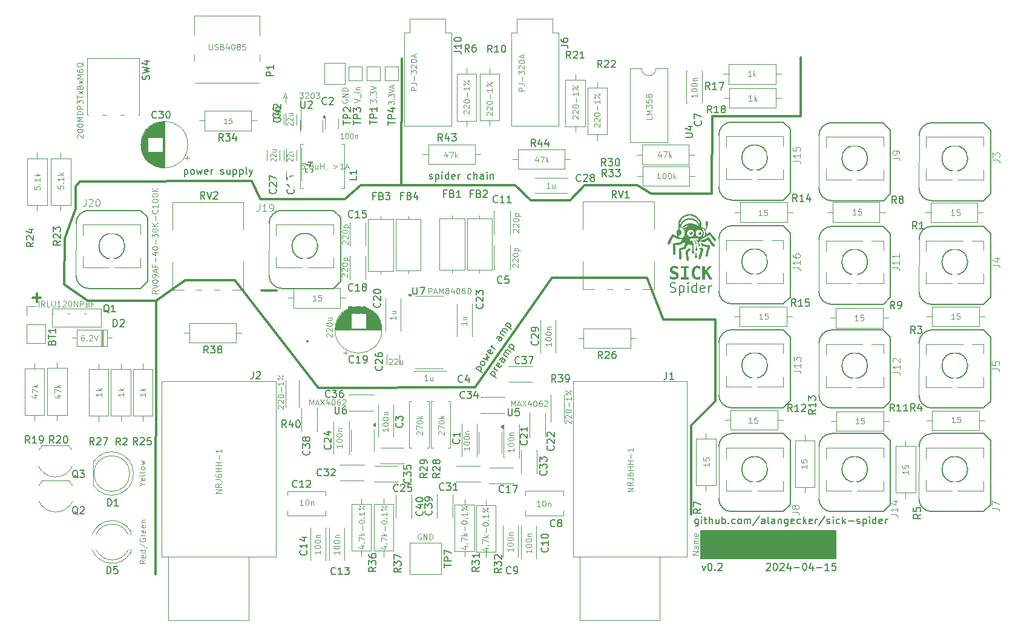
<source format=gto>
G04 #@! TF.GenerationSoftware,KiCad,Pcbnew,8.0.1*
G04 #@! TF.CreationDate,2024-04-16T20:02:15+02:00*
G04 #@! TF.ProjectId,spider2,73706964-6572-4322-9e6b-696361645f70,rev?*
G04 #@! TF.SameCoordinates,Original*
G04 #@! TF.FileFunction,Legend,Top*
G04 #@! TF.FilePolarity,Positive*
%FSLAX46Y46*%
G04 Gerber Fmt 4.6, Leading zero omitted, Abs format (unit mm)*
G04 Created by KiCad (PCBNEW 8.0.1) date 2024-04-16 20:02:15*
%MOMM*%
%LPD*%
G01*
G04 APERTURE LIST*
%ADD10C,0.300000*%
%ADD11C,0.000000*%
%ADD12C,0.200000*%
%ADD13C,0.150000*%
%ADD14C,0.100000*%
%ADD15C,0.400000*%
%ADD16C,0.120000*%
%ADD17C,0.127000*%
%ADD18C,1.600000*%
%ADD19O,1.600000X1.600000*%
%ADD20C,0.700000*%
%ADD21O,0.900000X2.400000*%
%ADD22O,0.900000X1.700000*%
%ADD23R,1.717500X1.800000*%
%ADD24O,1.717500X1.800000*%
%ADD25R,1.600000X1.600000*%
%ADD26R,2.500000X2.500000*%
%ADD27C,1.500000*%
%ADD28O,1.900000X1.000000*%
%ADD29O,1.000000X1.800000*%
%ADD30C,1.300000*%
%ADD31O,1.703200X3.203200*%
%ADD32O,1.903200X3.203200*%
%ADD33O,1.000000X1.900000*%
%ADD34O,3.203200X2.203200*%
%ADD35O,1.800000X0.900000*%
%ADD36C,0.800000*%
%ADD37C,6.400000*%
%ADD38C,3.000000*%
%ADD39C,2.000000*%
%ADD40R,1.500000X1.500000*%
%ADD41C,1.400000*%
%ADD42O,1.400000X1.400000*%
%ADD43C,4.000000*%
%ADD44C,1.800000*%
%ADD45R,1.700000X1.700000*%
%ADD46O,1.700000X1.700000*%
%ADD47R,4.000000X4.000000*%
%ADD48R,1.800000X1.800000*%
%ADD49R,5.100000X2.350000*%
G04 APERTURE END LIST*
D10*
X225640000Y-49580000D02*
X223690000Y-48340000D01*
X211700000Y-61300000D02*
X225050000Y-61300000D01*
X223690000Y-48340000D02*
X216300000Y-48340000D01*
D11*
G36*
X230889414Y-57186922D02*
G01*
X230895453Y-57188664D01*
X230903103Y-57191416D01*
X230912118Y-57195057D01*
X230933264Y-57204509D01*
X230956931Y-57216036D01*
X230981162Y-57228655D01*
X231003994Y-57241381D01*
X231014274Y-57247477D01*
X231023470Y-57253231D01*
X231031337Y-57258520D01*
X231037629Y-57263220D01*
X231045052Y-57269529D01*
X231052459Y-57276484D01*
X231059785Y-57283987D01*
X231066965Y-57291939D01*
X231073935Y-57300242D01*
X231080628Y-57308799D01*
X231086981Y-57317511D01*
X231092927Y-57326279D01*
X231098402Y-57335006D01*
X231103341Y-57343594D01*
X231107678Y-57351944D01*
X231111349Y-57359958D01*
X231114288Y-57367538D01*
X231116430Y-57374586D01*
X231117182Y-57377880D01*
X231117710Y-57381003D01*
X231118006Y-57383945D01*
X231118063Y-57386692D01*
X231118156Y-57394495D01*
X231117747Y-57397944D01*
X231116563Y-57401487D01*
X231114256Y-57405418D01*
X231110473Y-57410033D01*
X231104862Y-57415629D01*
X231097072Y-57422499D01*
X231073552Y-57441249D01*
X231037100Y-57468647D01*
X230914157Y-57558848D01*
X230869663Y-57591910D01*
X230829138Y-57622259D01*
X230797079Y-57646656D01*
X230785630Y-57655610D01*
X230777985Y-57661859D01*
X230751174Y-57683731D01*
X230773046Y-57856592D01*
X230792978Y-58017988D01*
X230811852Y-58163509D01*
X230842951Y-58408943D01*
X230866444Y-58609861D01*
X230874863Y-58689720D01*
X230880809Y-58753761D01*
X230884093Y-58800423D01*
X230884677Y-58816748D01*
X230884524Y-58828142D01*
X230884115Y-58835967D01*
X230883667Y-58843082D01*
X230883157Y-58849553D01*
X230882562Y-58855450D01*
X230881859Y-58860837D01*
X230881026Y-58865784D01*
X230880041Y-58870356D01*
X230878879Y-58874621D01*
X230877520Y-58878646D01*
X230875939Y-58882499D01*
X230874114Y-58886247D01*
X230872022Y-58889956D01*
X230869641Y-58893694D01*
X230866948Y-58897528D01*
X230863920Y-58901525D01*
X230860535Y-58905753D01*
X230855358Y-58911723D01*
X230849417Y-58917689D01*
X230842806Y-58923599D01*
X230835620Y-58929400D01*
X230827955Y-58935041D01*
X230819905Y-58940467D01*
X230811566Y-58945627D01*
X230803032Y-58950468D01*
X230794399Y-58954936D01*
X230785763Y-58958980D01*
X230777217Y-58962546D01*
X230768857Y-58965582D01*
X230760778Y-58968035D01*
X230753076Y-58969853D01*
X230745844Y-58970982D01*
X230739179Y-58971370D01*
X230733360Y-58971255D01*
X230727548Y-58970913D01*
X230721750Y-58970349D01*
X230715975Y-58969567D01*
X230710229Y-58968573D01*
X230704520Y-58967370D01*
X230698855Y-58965964D01*
X230693241Y-58964359D01*
X230687687Y-58962559D01*
X230682198Y-58960570D01*
X230676784Y-58958395D01*
X230671450Y-58956041D01*
X230666205Y-58953510D01*
X230661055Y-58950809D01*
X230656009Y-58947941D01*
X230651073Y-58944912D01*
X230646255Y-58941725D01*
X230641562Y-58938386D01*
X230637002Y-58934899D01*
X230632581Y-58931269D01*
X230628308Y-58927501D01*
X230624189Y-58923598D01*
X230620233Y-58919567D01*
X230616446Y-58915411D01*
X230612835Y-58911135D01*
X230609409Y-58906743D01*
X230606174Y-58902242D01*
X230603138Y-58897634D01*
X230600308Y-58892925D01*
X230597692Y-58888119D01*
X230595296Y-58883221D01*
X230593129Y-58878236D01*
X230589906Y-58866205D01*
X230585600Y-58844293D01*
X230574168Y-58773373D01*
X230559693Y-58670572D01*
X230543035Y-58540981D01*
X230490824Y-58121176D01*
X230473185Y-57988531D01*
X230451313Y-57828370D01*
X230445829Y-57788389D01*
X230441049Y-57751277D01*
X230437013Y-57717456D01*
X230433762Y-57687347D01*
X230431338Y-57661373D01*
X230429782Y-57639954D01*
X230429136Y-57623512D01*
X230429167Y-57617290D01*
X230429441Y-57612470D01*
X230431341Y-57597423D01*
X230434126Y-57583242D01*
X230438184Y-57569536D01*
X230443904Y-57555915D01*
X230451675Y-57541989D01*
X230461885Y-57527365D01*
X230474923Y-57511654D01*
X230491177Y-57494466D01*
X230511036Y-57475409D01*
X230534888Y-57454092D01*
X230563123Y-57430126D01*
X230596128Y-57403118D01*
X230678006Y-57338419D01*
X230783629Y-57256870D01*
X230802349Y-57242697D01*
X230820142Y-57229475D01*
X230836612Y-57217492D01*
X230851363Y-57207040D01*
X230863997Y-57198407D01*
X230869396Y-57194863D01*
X230874117Y-57191882D01*
X230878110Y-57189500D01*
X230881327Y-57187754D01*
X230883716Y-57186680D01*
X230884585Y-57186407D01*
X230885229Y-57186314D01*
X230889414Y-57186922D01*
G37*
G36*
X232421224Y-54859392D02*
G01*
X232434569Y-54860201D01*
X232447748Y-54861429D01*
X232460564Y-54863066D01*
X232472817Y-54865103D01*
X232484310Y-54867528D01*
X232494844Y-54870331D01*
X232504220Y-54873502D01*
X232512240Y-54877031D01*
X232521479Y-54882134D01*
X232530406Y-54887642D01*
X232539013Y-54893537D01*
X232547296Y-54899803D01*
X232555248Y-54906424D01*
X232562862Y-54913381D01*
X232570132Y-54920658D01*
X232577052Y-54928239D01*
X232589816Y-54944242D01*
X232601103Y-54961255D01*
X232610863Y-54979143D01*
X232619044Y-54997769D01*
X232625596Y-55016999D01*
X232630469Y-55036697D01*
X232633612Y-55056728D01*
X232634974Y-55076957D01*
X232634971Y-55087103D01*
X232634505Y-55097247D01*
X232633567Y-55107373D01*
X232632153Y-55117464D01*
X232630256Y-55127503D01*
X232627869Y-55137472D01*
X232624986Y-55147356D01*
X232621602Y-55157136D01*
X232617410Y-55167306D01*
X232612774Y-55177177D01*
X232607695Y-55186749D01*
X232602177Y-55196019D01*
X232596220Y-55204988D01*
X232589827Y-55213654D01*
X232583000Y-55222016D01*
X232575741Y-55230073D01*
X232568051Y-55237825D01*
X232559934Y-55245269D01*
X232551392Y-55252405D01*
X232542425Y-55259233D01*
X232533037Y-55265750D01*
X232523229Y-55271956D01*
X232513004Y-55277850D01*
X232502363Y-55283431D01*
X232488242Y-55290072D01*
X232481953Y-55292846D01*
X232476048Y-55295282D01*
X232470428Y-55297400D01*
X232464995Y-55299219D01*
X232459650Y-55300759D01*
X232454297Y-55302040D01*
X232448836Y-55303081D01*
X232443169Y-55303902D01*
X232437199Y-55304522D01*
X232430826Y-55304961D01*
X232423953Y-55305240D01*
X232416482Y-55305376D01*
X232399352Y-55305303D01*
X232386834Y-55304986D01*
X232374916Y-55304287D01*
X232363552Y-55303190D01*
X232352697Y-55301676D01*
X232342304Y-55299728D01*
X232332329Y-55297329D01*
X232322726Y-55294460D01*
X232313450Y-55291104D01*
X232304455Y-55287244D01*
X232295696Y-55282862D01*
X232287126Y-55277940D01*
X232278702Y-55272462D01*
X232270376Y-55266409D01*
X232262105Y-55259763D01*
X232253841Y-55252508D01*
X232245541Y-55244625D01*
X232237262Y-55235930D01*
X232229613Y-55227280D01*
X232222581Y-55218641D01*
X232216150Y-55209976D01*
X232210306Y-55201249D01*
X232205034Y-55192424D01*
X232200321Y-55183465D01*
X232196152Y-55174335D01*
X232192511Y-55164998D01*
X232189386Y-55155418D01*
X232186760Y-55145560D01*
X232184620Y-55135386D01*
X232182952Y-55124860D01*
X232181740Y-55113948D01*
X232180971Y-55102611D01*
X232180629Y-55090814D01*
X232180680Y-55083608D01*
X232180833Y-55076783D01*
X232181094Y-55070310D01*
X232181467Y-55064158D01*
X232181956Y-55058294D01*
X232182564Y-55052690D01*
X232183297Y-55047312D01*
X232184157Y-55042131D01*
X232185150Y-55037115D01*
X232186279Y-55032234D01*
X232187549Y-55027456D01*
X232188964Y-55022750D01*
X232190527Y-55018086D01*
X232192244Y-55013432D01*
X232194117Y-55008758D01*
X232196152Y-55004031D01*
X232199274Y-54997385D01*
X232202277Y-54991476D01*
X232205142Y-54986313D01*
X232206516Y-54984014D01*
X232207849Y-54981905D01*
X232209136Y-54979988D01*
X232210377Y-54978263D01*
X232211569Y-54976731D01*
X232212709Y-54975394D01*
X232213794Y-54974253D01*
X232214823Y-54973309D01*
X232215793Y-54972563D01*
X232216701Y-54972016D01*
X232217545Y-54971670D01*
X232218322Y-54971526D01*
X232219031Y-54971584D01*
X232219668Y-54971847D01*
X232220231Y-54972315D01*
X232220718Y-54972988D01*
X232221126Y-54973870D01*
X232221452Y-54974960D01*
X232221695Y-54976260D01*
X232221852Y-54977771D01*
X232221920Y-54979494D01*
X232221897Y-54981430D01*
X232221781Y-54983580D01*
X232221569Y-54985947D01*
X232221258Y-54988530D01*
X232220846Y-54991331D01*
X232220466Y-54995258D01*
X232220379Y-54999229D01*
X232220574Y-55003231D01*
X232221042Y-55007254D01*
X232221773Y-55011287D01*
X232222759Y-55015319D01*
X232223989Y-55019338D01*
X232225454Y-55023335D01*
X232227145Y-55027297D01*
X232229051Y-55031214D01*
X232231163Y-55035075D01*
X232233472Y-55038869D01*
X232235968Y-55042585D01*
X232238641Y-55046212D01*
X232241483Y-55049739D01*
X232244482Y-55053155D01*
X232247631Y-55056449D01*
X232250919Y-55059611D01*
X232254336Y-55062628D01*
X232257874Y-55065490D01*
X232261522Y-55068187D01*
X232265272Y-55070706D01*
X232269113Y-55073038D01*
X232273035Y-55075171D01*
X232277030Y-55077094D01*
X232281088Y-55078796D01*
X232285199Y-55080267D01*
X232289354Y-55081495D01*
X232293543Y-55082469D01*
X232297756Y-55083178D01*
X232301985Y-55083612D01*
X232306218Y-55083759D01*
X232311820Y-55083562D01*
X232317497Y-55082980D01*
X232323226Y-55082024D01*
X232328983Y-55080705D01*
X232334744Y-55079035D01*
X232340486Y-55077024D01*
X232346184Y-55074685D01*
X232351815Y-55072029D01*
X232357355Y-55069067D01*
X232362780Y-55065810D01*
X232368066Y-55062270D01*
X232373191Y-55058458D01*
X232378129Y-55054386D01*
X232382858Y-55050064D01*
X232387353Y-55045505D01*
X232391591Y-55040720D01*
X232394719Y-55036914D01*
X232397498Y-55033393D01*
X232399945Y-55030093D01*
X232402075Y-55026951D01*
X232403903Y-55023904D01*
X232405444Y-55020889D01*
X232406715Y-55017843D01*
X232407730Y-55014703D01*
X232408506Y-55011405D01*
X232409057Y-55007888D01*
X232409400Y-55004088D01*
X232409549Y-54999941D01*
X232409521Y-54995385D01*
X232409330Y-54990357D01*
X232408992Y-54984793D01*
X232408524Y-54978631D01*
X232407982Y-54972578D01*
X232407396Y-54967080D01*
X232406741Y-54962083D01*
X232405988Y-54957530D01*
X232405111Y-54953366D01*
X232404618Y-54951413D01*
X232404084Y-54949535D01*
X232403505Y-54947727D01*
X232402878Y-54945981D01*
X232402201Y-54944290D01*
X232401468Y-54942648D01*
X232400678Y-54941047D01*
X232399827Y-54939480D01*
X232398911Y-54937941D01*
X232397927Y-54936422D01*
X232396872Y-54934916D01*
X232395742Y-54933417D01*
X232394534Y-54931918D01*
X232393244Y-54930411D01*
X232390408Y-54927346D01*
X232387206Y-54924168D01*
X232383611Y-54920821D01*
X232379596Y-54917248D01*
X232376739Y-54914985D01*
X232373742Y-54912706D01*
X232367425Y-54908164D01*
X232360844Y-54903754D01*
X232354196Y-54899609D01*
X232350909Y-54897677D01*
X232347681Y-54895861D01*
X232344535Y-54894177D01*
X232341496Y-54892642D01*
X232338590Y-54891272D01*
X232335840Y-54890084D01*
X232333273Y-54889094D01*
X232330913Y-54888320D01*
X232307629Y-54881264D01*
X232332324Y-54869270D01*
X232339848Y-54866350D01*
X232348794Y-54863931D01*
X232358964Y-54862005D01*
X232370159Y-54860561D01*
X232382181Y-54859588D01*
X232394832Y-54859075D01*
X232407912Y-54859014D01*
X232421224Y-54859392D01*
G37*
D10*
X179050000Y-76700000D02*
X200950000Y-76650000D01*
D11*
G36*
X231017710Y-52419052D02*
G01*
X231044938Y-52420110D01*
X231074796Y-52421698D01*
X231108185Y-52423814D01*
X231177055Y-52429809D01*
X231242560Y-52437903D01*
X231274384Y-52442816D01*
X231305767Y-52448346D01*
X231336841Y-52454526D01*
X231367741Y-52461385D01*
X231398600Y-52468956D01*
X231429550Y-52477268D01*
X231460726Y-52486354D01*
X231492261Y-52496244D01*
X231556939Y-52518560D01*
X231624652Y-52544464D01*
X231680012Y-52567536D01*
X231733927Y-52592052D01*
X231786425Y-52618034D01*
X231837531Y-52645502D01*
X231887273Y-52674480D01*
X231935678Y-52704988D01*
X231982772Y-52737049D01*
X232028582Y-52770683D01*
X232073136Y-52805914D01*
X232116460Y-52842761D01*
X232158581Y-52881249D01*
X232199525Y-52921397D01*
X232239320Y-52963227D01*
X232277993Y-53006762D01*
X232315571Y-53052023D01*
X232352079Y-53099031D01*
X232372198Y-53126387D01*
X232391785Y-53154428D01*
X232410803Y-53183082D01*
X232429216Y-53212273D01*
X232446989Y-53241927D01*
X232464085Y-53271969D01*
X232480468Y-53302326D01*
X232496101Y-53332923D01*
X232510949Y-53363685D01*
X232524975Y-53394537D01*
X232538143Y-53425407D01*
X232550418Y-53456218D01*
X232561762Y-53486898D01*
X232572140Y-53517370D01*
X232581515Y-53547562D01*
X232589852Y-53577398D01*
X232602526Y-53626330D01*
X232612264Y-53668028D01*
X232619506Y-53706766D01*
X232624689Y-53746819D01*
X232628251Y-53792461D01*
X232630631Y-53847967D01*
X232632266Y-53917612D01*
X232633596Y-54005670D01*
X232634790Y-54088436D01*
X232635329Y-54121990D01*
X232635867Y-54150805D01*
X232636144Y-54163548D01*
X232636430Y-54175242D01*
X232636729Y-54185931D01*
X232637044Y-54195662D01*
X232637379Y-54204478D01*
X232637737Y-54212425D01*
X232638121Y-54219548D01*
X232638535Y-54225892D01*
X232638982Y-54231502D01*
X232639465Y-54236423D01*
X232639989Y-54240701D01*
X232640266Y-54242613D01*
X232640555Y-54244381D01*
X232640856Y-54246010D01*
X232641168Y-54247507D01*
X232641493Y-54248876D01*
X232641831Y-54250124D01*
X232642182Y-54251256D01*
X232642547Y-54252278D01*
X232642926Y-54253196D01*
X232643319Y-54254015D01*
X232643728Y-54254740D01*
X232644152Y-54255378D01*
X232644592Y-54255933D01*
X232645048Y-54256413D01*
X232645520Y-54256821D01*
X232646010Y-54257165D01*
X232646518Y-54257449D01*
X232647043Y-54257679D01*
X232647586Y-54257861D01*
X232648149Y-54258000D01*
X232648730Y-54258103D01*
X232649331Y-54258174D01*
X232650594Y-54258245D01*
X232651940Y-54258259D01*
X232657816Y-54258526D01*
X232664778Y-54259303D01*
X232672708Y-54260556D01*
X232681486Y-54262250D01*
X232701103Y-54266817D01*
X232722672Y-54272723D01*
X232745234Y-54279687D01*
X232767828Y-54287429D01*
X232789496Y-54295667D01*
X232809280Y-54304120D01*
X232826457Y-54312306D01*
X232844038Y-54321456D01*
X232861898Y-54331473D01*
X232879912Y-54342264D01*
X232897955Y-54353733D01*
X232915903Y-54365784D01*
X232933628Y-54378324D01*
X232951008Y-54391256D01*
X232967916Y-54404486D01*
X232984228Y-54417918D01*
X232999819Y-54431458D01*
X233014563Y-54445010D01*
X233028336Y-54458480D01*
X233041012Y-54471772D01*
X233052466Y-54484791D01*
X233062574Y-54497442D01*
X233065489Y-54501102D01*
X233068403Y-54504660D01*
X233071296Y-54508099D01*
X233074149Y-54511399D01*
X233076945Y-54514542D01*
X233079664Y-54517509D01*
X233082288Y-54520282D01*
X233084799Y-54522842D01*
X233087177Y-54525171D01*
X233089404Y-54527249D01*
X233091462Y-54529059D01*
X233093332Y-54530581D01*
X233094995Y-54531798D01*
X233096433Y-54532690D01*
X233097061Y-54533008D01*
X233097626Y-54533238D01*
X233098126Y-54533378D01*
X233098557Y-54533426D01*
X233099072Y-54533364D01*
X233099686Y-54533182D01*
X233101203Y-54532466D01*
X233103084Y-54531305D01*
X233105304Y-54529721D01*
X233107838Y-54527741D01*
X233110662Y-54525389D01*
X233117078Y-54519667D01*
X233124354Y-54512755D01*
X233132292Y-54504850D01*
X233140692Y-54496152D01*
X233149357Y-54486859D01*
X233161611Y-54472852D01*
X233173503Y-54457818D01*
X233185036Y-54441755D01*
X233196211Y-54424660D01*
X233207030Y-54406531D01*
X233217496Y-54387367D01*
X233227610Y-54367166D01*
X233237375Y-54345924D01*
X233246793Y-54323641D01*
X233255866Y-54300314D01*
X233264595Y-54275941D01*
X233272984Y-54250520D01*
X233281033Y-54224049D01*
X233288746Y-54196526D01*
X233296124Y-54167948D01*
X233303169Y-54138314D01*
X233307258Y-54120029D01*
X233310780Y-54103949D01*
X233313712Y-54089899D01*
X233316034Y-54077703D01*
X233316959Y-54072245D01*
X233317723Y-54067185D01*
X233318324Y-54062501D01*
X233318758Y-54058170D01*
X233319024Y-54054172D01*
X233319117Y-54050483D01*
X233319037Y-54047082D01*
X233318779Y-54043946D01*
X233318341Y-54041055D01*
X233317721Y-54038386D01*
X233316916Y-54035916D01*
X233315922Y-54033625D01*
X233314738Y-54031490D01*
X233313361Y-54029488D01*
X233311787Y-54027599D01*
X233310015Y-54025800D01*
X233308041Y-54024070D01*
X233305862Y-54022385D01*
X233303477Y-54020725D01*
X233300882Y-54019067D01*
X233295053Y-54015671D01*
X233288352Y-54012020D01*
X233281656Y-54008188D01*
X233274837Y-54003619D01*
X233267955Y-53998390D01*
X233261067Y-53992573D01*
X233254232Y-53986244D01*
X233247511Y-53979476D01*
X233240961Y-53972345D01*
X233234641Y-53964924D01*
X233228611Y-53957288D01*
X233222929Y-53949512D01*
X233217655Y-53941670D01*
X233212846Y-53933836D01*
X233208563Y-53926084D01*
X233204863Y-53918490D01*
X233201807Y-53911127D01*
X233199452Y-53904070D01*
X233198166Y-53896542D01*
X233196971Y-53883929D01*
X233195892Y-53866900D01*
X233194954Y-53846126D01*
X233193598Y-53796021D01*
X233193102Y-53738970D01*
X233192955Y-53696366D01*
X233193124Y-53662329D01*
X233193362Y-53648078D01*
X233193722Y-53635435D01*
X233194218Y-53624223D01*
X233194865Y-53614263D01*
X233195678Y-53605378D01*
X233196671Y-53597390D01*
X233197858Y-53590122D01*
X233199253Y-53583395D01*
X233200872Y-53577032D01*
X233202729Y-53570855D01*
X233204837Y-53564686D01*
X233207213Y-53558348D01*
X233212791Y-53544690D01*
X233219198Y-53531771D01*
X233226416Y-53519600D01*
X233234432Y-53508187D01*
X233243229Y-53497544D01*
X233252791Y-53487679D01*
X233263105Y-53478605D01*
X233274152Y-53470330D01*
X233285920Y-53462865D01*
X233298391Y-53456221D01*
X233311550Y-53450408D01*
X233325382Y-53445437D01*
X233339872Y-53441317D01*
X233355003Y-53438059D01*
X233370761Y-53435673D01*
X233387129Y-53434170D01*
X233395846Y-53433765D01*
X233404402Y-53433608D01*
X233412797Y-53433701D01*
X233421032Y-53434043D01*
X233429106Y-53434635D01*
X233437021Y-53435478D01*
X233444776Y-53436572D01*
X233452371Y-53437918D01*
X233459807Y-53439516D01*
X233467085Y-53441367D01*
X233474204Y-53443471D01*
X233481164Y-53445828D01*
X233487966Y-53448440D01*
X233494610Y-53451306D01*
X233501097Y-53454428D01*
X233507427Y-53457806D01*
X233513599Y-53461440D01*
X233519614Y-53465331D01*
X233525473Y-53469479D01*
X233531176Y-53473885D01*
X233536722Y-53478549D01*
X233542113Y-53483473D01*
X233547348Y-53488655D01*
X233552428Y-53494098D01*
X233557353Y-53499801D01*
X233562123Y-53505765D01*
X233566738Y-53511991D01*
X233571199Y-53518478D01*
X233575507Y-53525228D01*
X233579660Y-53532242D01*
X233583660Y-53539518D01*
X233587507Y-53547059D01*
X233609380Y-53590098D01*
X233609380Y-53882198D01*
X233587507Y-53925237D01*
X233583221Y-53933732D01*
X233578814Y-53941772D01*
X233574268Y-53949379D01*
X233569560Y-53956579D01*
X233564670Y-53963394D01*
X233559577Y-53969848D01*
X233554261Y-53975965D01*
X233548702Y-53981769D01*
X233542878Y-53987284D01*
X233536768Y-53992533D01*
X233530353Y-53997540D01*
X233523611Y-54002330D01*
X233516521Y-54006924D01*
X233509064Y-54011349D01*
X233501218Y-54015626D01*
X233492963Y-54019781D01*
X233464035Y-54033892D01*
X233451335Y-54105153D01*
X233442626Y-54151255D01*
X233433160Y-54195393D01*
X233422923Y-54237604D01*
X233411901Y-54277926D01*
X233400082Y-54316396D01*
X233387451Y-54353051D01*
X233373995Y-54387929D01*
X233359701Y-54421066D01*
X233344556Y-54452499D01*
X233328545Y-54482267D01*
X233311656Y-54510406D01*
X233293875Y-54536953D01*
X233275189Y-54561946D01*
X233255583Y-54585421D01*
X233235046Y-54607417D01*
X233213563Y-54627970D01*
X233176874Y-54660426D01*
X233207213Y-54725337D01*
X233215688Y-54744323D01*
X233223653Y-54763457D01*
X233231109Y-54782755D01*
X233238059Y-54802231D01*
X233244504Y-54821902D01*
X233250447Y-54841782D01*
X233255890Y-54861888D01*
X233260835Y-54882234D01*
X233265284Y-54902837D01*
X233269238Y-54923712D01*
X233272701Y-54944874D01*
X233275674Y-54966339D01*
X233278159Y-54988122D01*
X233280158Y-55010239D01*
X233281673Y-55032706D01*
X233282707Y-55055537D01*
X233283336Y-55078332D01*
X233283633Y-55100450D01*
X233283600Y-55121542D01*
X233283236Y-55141262D01*
X233282542Y-55159262D01*
X233281517Y-55175194D01*
X233280161Y-55188713D01*
X233279359Y-55194458D01*
X233278474Y-55199470D01*
X233276990Y-55208008D01*
X233275729Y-55216051D01*
X233274716Y-55223431D01*
X233274310Y-55226822D01*
X233273976Y-55229985D01*
X233273716Y-55232901D01*
X233273534Y-55235547D01*
X233273432Y-55237904D01*
X233273414Y-55239951D01*
X233273482Y-55241668D01*
X233273641Y-55243032D01*
X233273755Y-55243577D01*
X233273893Y-55244025D01*
X233274054Y-55244376D01*
X233274240Y-55244625D01*
X233274846Y-55244678D01*
X233276110Y-55244318D01*
X233280469Y-55242432D01*
X233287027Y-55239106D01*
X233295495Y-55234483D01*
X233305584Y-55228702D01*
X233317004Y-55221904D01*
X233329465Y-55214230D01*
X233342679Y-55205820D01*
X233407284Y-55164475D01*
X233473758Y-55122576D01*
X233600736Y-55044160D01*
X233655453Y-55011165D01*
X233700462Y-54984662D01*
X233732871Y-54966409D01*
X233743446Y-54960928D01*
X233749785Y-54958170D01*
X233755697Y-54956310D01*
X233762022Y-54954696D01*
X233768711Y-54953328D01*
X233775714Y-54952206D01*
X233782982Y-54951327D01*
X233790465Y-54950691D01*
X233798113Y-54950297D01*
X233805877Y-54950144D01*
X233813707Y-54950231D01*
X233821553Y-54950556D01*
X233829367Y-54951119D01*
X233837097Y-54951919D01*
X233844696Y-54952955D01*
X233852112Y-54954225D01*
X233859298Y-54955728D01*
X233866202Y-54957464D01*
X233884709Y-54963963D01*
X233894110Y-54969054D01*
X233904456Y-54976382D01*
X233916381Y-54986703D01*
X233930520Y-55000773D01*
X233967978Y-55043189D01*
X234021906Y-55109683D01*
X234097382Y-55206305D01*
X234333280Y-55514148D01*
X234488722Y-55718031D01*
X234548336Y-55796847D01*
X234596804Y-55861457D01*
X234634822Y-55912773D01*
X234663083Y-55951702D01*
X234682282Y-55979156D01*
X234693113Y-55996042D01*
X234699076Y-56007701D01*
X234703767Y-56019495D01*
X234707232Y-56031377D01*
X234709517Y-56043302D01*
X234710670Y-56055222D01*
X234710737Y-56067090D01*
X234709764Y-56078861D01*
X234707797Y-56090487D01*
X234704884Y-56101922D01*
X234701071Y-56113119D01*
X234696404Y-56124032D01*
X234690930Y-56134613D01*
X234684695Y-56144817D01*
X234677747Y-56154597D01*
X234670130Y-56163905D01*
X234661892Y-56172696D01*
X234653080Y-56180922D01*
X234643739Y-56188537D01*
X234633917Y-56195495D01*
X234623660Y-56201749D01*
X234613014Y-56207251D01*
X234602026Y-56211957D01*
X234590743Y-56215818D01*
X234579210Y-56218788D01*
X234567475Y-56220821D01*
X234555583Y-56221870D01*
X234543583Y-56221888D01*
X234531519Y-56220829D01*
X234519438Y-56218646D01*
X234507388Y-56215292D01*
X234495414Y-56210721D01*
X234483563Y-56204887D01*
X234468166Y-56192330D01*
X234442409Y-56164361D01*
X234402811Y-56116483D01*
X234345891Y-56044196D01*
X234166162Y-55808408D01*
X233875374Y-55421014D01*
X233856690Y-55395795D01*
X233839016Y-55372320D01*
X233822763Y-55351078D01*
X233808346Y-55332555D01*
X233796178Y-55317241D01*
X233786672Y-55305623D01*
X233780242Y-55298189D01*
X233778310Y-55296193D01*
X233777301Y-55295426D01*
X233774209Y-55296897D01*
X233766850Y-55301114D01*
X233741318Y-55316592D01*
X233704673Y-55339479D01*
X233660885Y-55367392D01*
X233555316Y-55434861D01*
X233457685Y-55496509D01*
X233256601Y-55623509D01*
X233214210Y-55649816D01*
X233174250Y-55673758D01*
X233136572Y-55695418D01*
X233101027Y-55714878D01*
X233067466Y-55732222D01*
X233035741Y-55747532D01*
X233005702Y-55760891D01*
X232977202Y-55772381D01*
X232956027Y-55779984D01*
X232932686Y-55787694D01*
X232908716Y-55795090D01*
X232885656Y-55801750D01*
X232865043Y-55807252D01*
X232848416Y-55811176D01*
X232842077Y-55812413D01*
X232837311Y-55813098D01*
X232834311Y-55813177D01*
X232833533Y-55812973D01*
X232833268Y-55812598D01*
X232833390Y-55811998D01*
X232833749Y-55811007D01*
X232835131Y-55807945D01*
X232837324Y-55803594D01*
X232840236Y-55798134D01*
X232843776Y-55791748D01*
X232847854Y-55784618D01*
X232852378Y-55776926D01*
X232857257Y-55768853D01*
X232867598Y-55750983D01*
X232878600Y-55731723D01*
X232888809Y-55713390D01*
X232893161Y-55705294D01*
X232896769Y-55698298D01*
X232898606Y-55694758D01*
X232900920Y-55690782D01*
X232903675Y-55686413D01*
X232906834Y-55681695D01*
X232914218Y-55671385D01*
X232922786Y-55660198D01*
X232932246Y-55648482D01*
X232942310Y-55636584D01*
X232952688Y-55624851D01*
X232963091Y-55613631D01*
X232977646Y-55598051D01*
X232991198Y-55582982D01*
X233003818Y-55568308D01*
X233015577Y-55553912D01*
X233026547Y-55539678D01*
X233036798Y-55525487D01*
X233046402Y-55511225D01*
X233055430Y-55496773D01*
X233063954Y-55482016D01*
X233072045Y-55466835D01*
X233079774Y-55451116D01*
X233087213Y-55434740D01*
X233094433Y-55417591D01*
X233101505Y-55399552D01*
X233108500Y-55380506D01*
X233115490Y-55360337D01*
X233126778Y-55323457D01*
X233136302Y-55285927D01*
X233144069Y-55247874D01*
X233150085Y-55209425D01*
X233154357Y-55170707D01*
X233156890Y-55131848D01*
X233157691Y-55092975D01*
X233156766Y-55054214D01*
X233154121Y-55015692D01*
X233149763Y-54977538D01*
X233143697Y-54939878D01*
X233135930Y-54902839D01*
X233126468Y-54866548D01*
X233115317Y-54831133D01*
X233102484Y-54796720D01*
X233087974Y-54763437D01*
X233073393Y-54733873D01*
X233057712Y-54705260D01*
X233040957Y-54677620D01*
X233023151Y-54650978D01*
X233004320Y-54625356D01*
X232984489Y-54600780D01*
X232963682Y-54577272D01*
X232941924Y-54554857D01*
X232919240Y-54533558D01*
X232895655Y-54513398D01*
X232871193Y-54494403D01*
X232845880Y-54476595D01*
X232819740Y-54459999D01*
X232792798Y-54444637D01*
X232765079Y-54430534D01*
X232736607Y-54417714D01*
X232727433Y-54413995D01*
X232717590Y-54410317D01*
X232707399Y-54406788D01*
X232697184Y-54403515D01*
X232687266Y-54400606D01*
X232677969Y-54398168D01*
X232669614Y-54396309D01*
X232665891Y-54395630D01*
X232662524Y-54395136D01*
X232632185Y-54390198D01*
X232649824Y-54411365D01*
X232674342Y-54440998D01*
X232691099Y-54460974D01*
X232708385Y-54481214D01*
X232769421Y-54558982D01*
X232821826Y-54638782D01*
X232844793Y-54679423D01*
X232865602Y-54720545D01*
X232884253Y-54762142D01*
X232900748Y-54804204D01*
X232915086Y-54846723D01*
X232927267Y-54889691D01*
X232937291Y-54933098D01*
X232945158Y-54976936D01*
X232950869Y-55021197D01*
X232954424Y-55065872D01*
X232955822Y-55110953D01*
X232955065Y-55156431D01*
X232952151Y-55202298D01*
X232947082Y-55248544D01*
X232930476Y-55342144D01*
X232905249Y-55437161D01*
X232871401Y-55533528D01*
X232828934Y-55631177D01*
X232777848Y-55730039D01*
X232718144Y-55830047D01*
X232649824Y-55931131D01*
X232615093Y-55978844D01*
X232581793Y-56022589D01*
X232549104Y-56063290D01*
X232532734Y-56082790D01*
X232516209Y-56101876D01*
X232499428Y-56120664D01*
X232482289Y-56139270D01*
X232446524Y-56176400D01*
X232408098Y-56214191D01*
X232366190Y-56253570D01*
X232271646Y-56340353D01*
X232291402Y-56380570D01*
X232304862Y-56410393D01*
X232318124Y-56443872D01*
X232330990Y-56480359D01*
X232343260Y-56519212D01*
X232354736Y-56559784D01*
X232365220Y-56601431D01*
X232374514Y-56643508D01*
X232382419Y-56685370D01*
X232383386Y-56691301D01*
X232384439Y-56696933D01*
X232385578Y-56702282D01*
X232386806Y-56707363D01*
X232388125Y-56712193D01*
X232389537Y-56716785D01*
X232391044Y-56721156D01*
X232392649Y-56725322D01*
X232394352Y-56729297D01*
X232396157Y-56733098D01*
X232398065Y-56736740D01*
X232400079Y-56740238D01*
X232402200Y-56743608D01*
X232404431Y-56746865D01*
X232406773Y-56750025D01*
X232409229Y-56753103D01*
X232414132Y-56758965D01*
X232418522Y-56764910D01*
X232422396Y-56770938D01*
X232425755Y-56777048D01*
X232428597Y-56783241D01*
X232430921Y-56789517D01*
X232432727Y-56795875D01*
X232434012Y-56802316D01*
X232434777Y-56808840D01*
X232435019Y-56815446D01*
X232434739Y-56822135D01*
X232433935Y-56828907D01*
X232432606Y-56835761D01*
X232430750Y-56842698D01*
X232428368Y-56849718D01*
X232425457Y-56856820D01*
X232422826Y-56862340D01*
X232419965Y-56867654D01*
X232416888Y-56872756D01*
X232413603Y-56877644D01*
X232410124Y-56882311D01*
X232406460Y-56886755D01*
X232402623Y-56890970D01*
X232398624Y-56894953D01*
X232394474Y-56898699D01*
X232390185Y-56902205D01*
X232385766Y-56905465D01*
X232381230Y-56908476D01*
X232376588Y-56911233D01*
X232371850Y-56913732D01*
X232367029Y-56915969D01*
X232362134Y-56917939D01*
X232357177Y-56919638D01*
X232352169Y-56921063D01*
X232347121Y-56922208D01*
X232342044Y-56923069D01*
X232336951Y-56923643D01*
X232331850Y-56923924D01*
X232326754Y-56923910D01*
X232321674Y-56923594D01*
X232316621Y-56922974D01*
X232311606Y-56922044D01*
X232306640Y-56920802D01*
X232301734Y-56919241D01*
X232296900Y-56917358D01*
X232292147Y-56915150D01*
X232287489Y-56912611D01*
X232282935Y-56909737D01*
X232280367Y-56907872D01*
X232277704Y-56905733D01*
X232274966Y-56903345D01*
X232272175Y-56900730D01*
X232269351Y-56897912D01*
X232266514Y-56894916D01*
X232263686Y-56891765D01*
X232260886Y-56888482D01*
X232258137Y-56885092D01*
X232255457Y-56881618D01*
X232252868Y-56878084D01*
X232250391Y-56874514D01*
X232248046Y-56870932D01*
X232245855Y-56867361D01*
X232243837Y-56863825D01*
X232242013Y-56860348D01*
X232238466Y-56852880D01*
X232235500Y-56845550D01*
X232233117Y-56838349D01*
X232231319Y-56831266D01*
X232230640Y-56827765D01*
X232230108Y-56824290D01*
X232229723Y-56820839D01*
X232229486Y-56817411D01*
X232229397Y-56814005D01*
X232229456Y-56810619D01*
X232229663Y-56807252D01*
X232230018Y-56803903D01*
X232230523Y-56800571D01*
X232231176Y-56797254D01*
X232231979Y-56793951D01*
X232232931Y-56790660D01*
X232234034Y-56787381D01*
X232235286Y-56784112D01*
X232236689Y-56780852D01*
X232238242Y-56777599D01*
X232241802Y-56771111D01*
X232245968Y-56764638D01*
X232250741Y-56758168D01*
X232256124Y-56751692D01*
X232277291Y-56727703D01*
X232261768Y-56655737D01*
X232250830Y-56608491D01*
X232238161Y-56562066D01*
X232223816Y-56516554D01*
X232207848Y-56472050D01*
X232190314Y-56428645D01*
X232171268Y-56386432D01*
X232150765Y-56345505D01*
X232128859Y-56305957D01*
X232105606Y-56267881D01*
X232081059Y-56231370D01*
X232055275Y-56196516D01*
X232028307Y-56163413D01*
X232000210Y-56132154D01*
X231971040Y-56102832D01*
X231940850Y-56075540D01*
X231909696Y-56050370D01*
X231902390Y-56044783D01*
X231895795Y-56039637D01*
X231889877Y-56034893D01*
X231884605Y-56030515D01*
X231879944Y-56026464D01*
X231875863Y-56022700D01*
X231872326Y-56019187D01*
X231870753Y-56017512D01*
X231869303Y-56015886D01*
X231867973Y-56014303D01*
X231866759Y-56012758D01*
X231865657Y-56011248D01*
X231864662Y-56009766D01*
X231863770Y-56008309D01*
X231862978Y-56006871D01*
X231862280Y-56005448D01*
X231861674Y-56004035D01*
X231861155Y-56002627D01*
X231860718Y-56001219D01*
X231860359Y-55999807D01*
X231860076Y-55998386D01*
X231859862Y-55996951D01*
X231859714Y-55995497D01*
X231859629Y-55994020D01*
X231859601Y-55992514D01*
X231859668Y-55990042D01*
X231859869Y-55987649D01*
X231860020Y-55986481D01*
X231860206Y-55985332D01*
X231860427Y-55984201D01*
X231860682Y-55983089D01*
X231860972Y-55981994D01*
X231861298Y-55980916D01*
X231861660Y-55979855D01*
X231862057Y-55978810D01*
X231862491Y-55977781D01*
X231862961Y-55976768D01*
X231863468Y-55975770D01*
X231864011Y-55974787D01*
X231864592Y-55973819D01*
X231865211Y-55972865D01*
X231865867Y-55971924D01*
X231866561Y-55970996D01*
X231867293Y-55970082D01*
X231868064Y-55969180D01*
X231869722Y-55967412D01*
X231871537Y-55965690D01*
X231873512Y-55964010D01*
X231875647Y-55962369D01*
X231877946Y-55960764D01*
X231880881Y-55959019D01*
X231883629Y-55957487D01*
X231886237Y-55956166D01*
X231888750Y-55955054D01*
X231891213Y-55954148D01*
X231893672Y-55953447D01*
X231896173Y-55952949D01*
X231898760Y-55952651D01*
X231901480Y-55952551D01*
X231904377Y-55952648D01*
X231907497Y-55952939D01*
X231910887Y-55953422D01*
X231914590Y-55954096D01*
X231918653Y-55954957D01*
X231923122Y-55956005D01*
X231928041Y-55957237D01*
X231936889Y-55959933D01*
X231945976Y-55963264D01*
X231955309Y-55967236D01*
X231964895Y-55971855D01*
X231974741Y-55977127D01*
X231984856Y-55983058D01*
X231995245Y-55989655D01*
X232005916Y-55996924D01*
X232016877Y-56004871D01*
X232028134Y-56013502D01*
X232039695Y-56022823D01*
X232051568Y-56032841D01*
X232063759Y-56043562D01*
X232076275Y-56054992D01*
X232089124Y-56067137D01*
X232102313Y-56080003D01*
X232113029Y-56090697D01*
X232122489Y-56100069D01*
X232130793Y-56108186D01*
X232134544Y-56111795D01*
X232138043Y-56115116D01*
X232141303Y-56118156D01*
X232144337Y-56120925D01*
X232147157Y-56123430D01*
X232149777Y-56125681D01*
X232152207Y-56127685D01*
X232154462Y-56129451D01*
X232156553Y-56130988D01*
X232158493Y-56132303D01*
X232160294Y-56133405D01*
X232161970Y-56134302D01*
X232162764Y-56134677D01*
X232163532Y-56135004D01*
X232164274Y-56135284D01*
X232164993Y-56135518D01*
X232165689Y-56135707D01*
X232166366Y-56135852D01*
X232167023Y-56135955D01*
X232167663Y-56136016D01*
X232168286Y-56136036D01*
X232168896Y-56136017D01*
X232169493Y-56135959D01*
X232170079Y-56135863D01*
X232170655Y-56135732D01*
X232171224Y-56135565D01*
X232171786Y-56135363D01*
X232172343Y-56135128D01*
X232173448Y-56134563D01*
X232174554Y-56133878D01*
X232175671Y-56133080D01*
X232176812Y-56132178D01*
X232177990Y-56131181D01*
X232179218Y-56130098D01*
X232183216Y-56126095D01*
X232187254Y-56121528D01*
X232191306Y-56116441D01*
X232195347Y-56110882D01*
X232199350Y-56104898D01*
X232203291Y-56098534D01*
X232207143Y-56091837D01*
X232210880Y-56084854D01*
X232214477Y-56077631D01*
X232217907Y-56070215D01*
X232221144Y-56062652D01*
X232224164Y-56054989D01*
X232226940Y-56047272D01*
X232229446Y-56039548D01*
X232231657Y-56031863D01*
X232233546Y-56024264D01*
X232235163Y-56016535D01*
X232236444Y-56008828D01*
X232237393Y-56001151D01*
X232238012Y-55993509D01*
X232238306Y-55985910D01*
X232238276Y-55978360D01*
X232237927Y-55970865D01*
X232237261Y-55963432D01*
X232236283Y-55956067D01*
X232234994Y-55948777D01*
X232233399Y-55941568D01*
X232231500Y-55934447D01*
X232229301Y-55927419D01*
X232226805Y-55920492D01*
X232224015Y-55913672D01*
X232220934Y-55906966D01*
X232217567Y-55900379D01*
X232213915Y-55893919D01*
X232209982Y-55887591D01*
X232205772Y-55881403D01*
X232201287Y-55875361D01*
X232196531Y-55869471D01*
X232191507Y-55863739D01*
X232186219Y-55858172D01*
X232180669Y-55852777D01*
X232174860Y-55847560D01*
X232168797Y-55842528D01*
X232162482Y-55837686D01*
X232155918Y-55833042D01*
X232149109Y-55828602D01*
X232142058Y-55824372D01*
X232134768Y-55820359D01*
X232125063Y-55816133D01*
X232110438Y-55812873D01*
X232086436Y-55810425D01*
X232048602Y-55808629D01*
X231913610Y-55806369D01*
X231669807Y-55804836D01*
X231503427Y-55804164D01*
X231436403Y-55804055D01*
X231378975Y-55804219D01*
X231330258Y-55804747D01*
X231308889Y-55805176D01*
X231289365Y-55805730D01*
X231271577Y-55806420D01*
X231255412Y-55807258D01*
X231240761Y-55808255D01*
X231227512Y-55809423D01*
X231215555Y-55810772D01*
X231204780Y-55812315D01*
X231195075Y-55814063D01*
X231186329Y-55816026D01*
X231178433Y-55818217D01*
X231171275Y-55820647D01*
X231164745Y-55823327D01*
X231158731Y-55826268D01*
X231153124Y-55829482D01*
X231147812Y-55832980D01*
X231142685Y-55836774D01*
X231137632Y-55840875D01*
X231132543Y-55845294D01*
X231127305Y-55850043D01*
X231115946Y-55860576D01*
X231106550Y-55869432D01*
X231097924Y-55878311D01*
X231090047Y-55887268D01*
X231082895Y-55896360D01*
X231076446Y-55905643D01*
X231070678Y-55915171D01*
X231065566Y-55925001D01*
X231061089Y-55935188D01*
X231057224Y-55945789D01*
X231053948Y-55956859D01*
X231051238Y-55968454D01*
X231049073Y-55980630D01*
X231047427Y-55993443D01*
X231046281Y-56006948D01*
X231045609Y-56021201D01*
X231045390Y-56036259D01*
X231045598Y-56049276D01*
X231046223Y-56061878D01*
X231047269Y-56074081D01*
X231048742Y-56085901D01*
X231050644Y-56097353D01*
X231052981Y-56108453D01*
X231055755Y-56119216D01*
X231058972Y-56129657D01*
X231062636Y-56139792D01*
X231066750Y-56149637D01*
X231071319Y-56159207D01*
X231076347Y-56168517D01*
X231081838Y-56177584D01*
X231087796Y-56186422D01*
X231094225Y-56195047D01*
X231101129Y-56203475D01*
X231107471Y-56210491D01*
X231114294Y-56217234D01*
X231121548Y-56223679D01*
X231129186Y-56229801D01*
X231137159Y-56235577D01*
X231145418Y-56240980D01*
X231153915Y-56245987D01*
X231162601Y-56250571D01*
X231171427Y-56254710D01*
X231180346Y-56258377D01*
X231189308Y-56261547D01*
X231198265Y-56264197D01*
X231207168Y-56266302D01*
X231215968Y-56267836D01*
X231224618Y-56268774D01*
X231233068Y-56269092D01*
X231238795Y-56269081D01*
X231243827Y-56269034D01*
X231248194Y-56268934D01*
X231251931Y-56268762D01*
X231253572Y-56268642D01*
X231255068Y-56268498D01*
X231256421Y-56268326D01*
X231257637Y-56268125D01*
X231258719Y-56267892D01*
X231259671Y-56267624D01*
X231260498Y-56267319D01*
X231261202Y-56266976D01*
X231261789Y-56266591D01*
X231262262Y-56266162D01*
X231262625Y-56265688D01*
X231262882Y-56265165D01*
X231263038Y-56264591D01*
X231263095Y-56263965D01*
X231263059Y-56263283D01*
X231262933Y-56262544D01*
X231262721Y-56261745D01*
X231262428Y-56260883D01*
X231262057Y-56259957D01*
X231261612Y-56258964D01*
X231260516Y-56256768D01*
X231259174Y-56254276D01*
X231258194Y-56252495D01*
X231256856Y-56250345D01*
X231253199Y-56245059D01*
X231248384Y-56238649D01*
X231242593Y-56231345D01*
X231236009Y-56223380D01*
X231228813Y-56214985D01*
X231221187Y-56206392D01*
X231213313Y-56197831D01*
X231206159Y-56189865D01*
X231199775Y-56182353D01*
X231194151Y-56175271D01*
X231191622Y-56171884D01*
X231189280Y-56168595D01*
X231187124Y-56165400D01*
X231185153Y-56162298D01*
X231183365Y-56159285D01*
X231181761Y-56156358D01*
X231180339Y-56153513D01*
X231179097Y-56150748D01*
X231178036Y-56148059D01*
X231177153Y-56145444D01*
X231176448Y-56142898D01*
X231175920Y-56140421D01*
X231175567Y-56138007D01*
X231175389Y-56135654D01*
X231175385Y-56133359D01*
X231175553Y-56131119D01*
X231175893Y-56128930D01*
X231176403Y-56126790D01*
X231177083Y-56124696D01*
X231177932Y-56122644D01*
X231178947Y-56120631D01*
X231180130Y-56118654D01*
X231181477Y-56116711D01*
X231182989Y-56114797D01*
X231184664Y-56112911D01*
X231186502Y-56111048D01*
X231190339Y-56107574D01*
X231194436Y-56104690D01*
X231198784Y-56102388D01*
X231203376Y-56100664D01*
X231208201Y-56099511D01*
X231213252Y-56098923D01*
X231218520Y-56098894D01*
X231223995Y-56099417D01*
X231229671Y-56100487D01*
X231235537Y-56102098D01*
X231241585Y-56104244D01*
X231247806Y-56106918D01*
X231260736Y-56113827D01*
X231274255Y-56122778D01*
X231288295Y-56133721D01*
X231302787Y-56146608D01*
X231317662Y-56161391D01*
X231332849Y-56178020D01*
X231348281Y-56196448D01*
X231363887Y-56216626D01*
X231379598Y-56238505D01*
X231395346Y-56262037D01*
X231410356Y-56286746D01*
X231424274Y-56311944D01*
X231437266Y-56338050D01*
X231449498Y-56365489D01*
X231461134Y-56394680D01*
X231472340Y-56426045D01*
X231483282Y-56460007D01*
X231494124Y-56496987D01*
X231516702Y-56576009D01*
X231520230Y-57031092D01*
X231522500Y-57237214D01*
X231523776Y-57317028D01*
X231525168Y-57382018D01*
X231526692Y-57432687D01*
X231528365Y-57469540D01*
X231530204Y-57493081D01*
X231531190Y-57500017D01*
X231532224Y-57503814D01*
X231549774Y-57540239D01*
X231579496Y-57602592D01*
X231587400Y-57619417D01*
X231595106Y-57636249D01*
X231602415Y-57652636D01*
X231609129Y-57668121D01*
X231615049Y-57682250D01*
X231619977Y-57694568D01*
X231623715Y-57704621D01*
X231626063Y-57711953D01*
X231629597Y-57727080D01*
X231631897Y-57742009D01*
X231633011Y-57756705D01*
X231632985Y-57771129D01*
X231631867Y-57785247D01*
X231629705Y-57799021D01*
X231626545Y-57812415D01*
X231622436Y-57825393D01*
X231617424Y-57837919D01*
X231611558Y-57849955D01*
X231604884Y-57861466D01*
X231597451Y-57872415D01*
X231589304Y-57882765D01*
X231580493Y-57892481D01*
X231571063Y-57901525D01*
X231561063Y-57909862D01*
X231550541Y-57917454D01*
X231539542Y-57924266D01*
X231528116Y-57930261D01*
X231516309Y-57935402D01*
X231504168Y-57939654D01*
X231491742Y-57942979D01*
X231479077Y-57945341D01*
X231466221Y-57946705D01*
X231453222Y-57947033D01*
X231440126Y-57946288D01*
X231426981Y-57944436D01*
X231413835Y-57941438D01*
X231400735Y-57937259D01*
X231387728Y-57931862D01*
X231374862Y-57925212D01*
X231362185Y-57917270D01*
X231354733Y-57911901D01*
X231347714Y-57906366D01*
X231341115Y-57900646D01*
X231334922Y-57894725D01*
X231329122Y-57888585D01*
X231323701Y-57882209D01*
X231318645Y-57875578D01*
X231313943Y-57868675D01*
X231309579Y-57861483D01*
X231305541Y-57853984D01*
X231301815Y-57846160D01*
X231298387Y-57837994D01*
X231295245Y-57829469D01*
X231292375Y-57820566D01*
X231289763Y-57811269D01*
X231287396Y-57801559D01*
X231285571Y-57791651D01*
X231284340Y-57781726D01*
X231283716Y-57771719D01*
X231283714Y-57761563D01*
X231284349Y-57751192D01*
X231285635Y-57740539D01*
X231287586Y-57729540D01*
X231290218Y-57718127D01*
X231293544Y-57706234D01*
X231297580Y-57693796D01*
X231302338Y-57680746D01*
X231307835Y-57667018D01*
X231314084Y-57652546D01*
X231321100Y-57637264D01*
X231328897Y-57621105D01*
X231337491Y-57604004D01*
X231362400Y-57556559D01*
X231380662Y-57519194D01*
X231387620Y-57501901D01*
X231393301Y-57484259D01*
X231397833Y-57465313D01*
X231401343Y-57444107D01*
X231403961Y-57419685D01*
X231405814Y-57391090D01*
X231407737Y-57317559D01*
X231408046Y-57078364D01*
X231408046Y-56709359D01*
X231240124Y-56712181D01*
X231170002Y-56712688D01*
X231105925Y-56711476D01*
X231075768Y-56710183D01*
X231046660Y-56708411D01*
X231018447Y-56706143D01*
X230990975Y-56703362D01*
X230964090Y-56700052D01*
X230937638Y-56696196D01*
X230911465Y-56691778D01*
X230885417Y-56686781D01*
X230859340Y-56681189D01*
X230833080Y-56674985D01*
X230779396Y-56660676D01*
X230762262Y-56655830D01*
X230746036Y-56651415D01*
X230731101Y-56647529D01*
X230717836Y-56644271D01*
X230706622Y-56641741D01*
X230701902Y-56640780D01*
X230697838Y-56640038D01*
X230694477Y-56639527D01*
X230691866Y-56639261D01*
X230690053Y-56639250D01*
X230689460Y-56639345D01*
X230689085Y-56639509D01*
X230685560Y-56644712D01*
X230678876Y-56658515D01*
X230653984Y-56716944D01*
X230610305Y-56824849D01*
X230543741Y-56992287D01*
X230512844Y-57070009D01*
X230500111Y-57101643D01*
X230488917Y-57128955D01*
X230479058Y-57152319D01*
X230474566Y-57162637D01*
X230470331Y-57172108D01*
X230466328Y-57180779D01*
X230462532Y-57188695D01*
X230458917Y-57195905D01*
X230455458Y-57202454D01*
X230452129Y-57208389D01*
X230448904Y-57213757D01*
X230445759Y-57218604D01*
X230442668Y-57222977D01*
X230439606Y-57226923D01*
X230436546Y-57230488D01*
X230433464Y-57233719D01*
X230430333Y-57236662D01*
X230427130Y-57239365D01*
X230423828Y-57241873D01*
X230420401Y-57244234D01*
X230416825Y-57246494D01*
X230413073Y-57248700D01*
X230409121Y-57250899D01*
X230400513Y-57255459D01*
X230389049Y-57260728D01*
X230371640Y-57267850D01*
X230322461Y-57286327D01*
X230259920Y-57308243D01*
X230190963Y-57330954D01*
X230036358Y-57380430D01*
X229902390Y-57424087D01*
X229783152Y-57463598D01*
X229787385Y-57534859D01*
X229808022Y-57890823D01*
X229825485Y-58239444D01*
X229836597Y-58509882D01*
X229838780Y-58593643D01*
X229838185Y-58631292D01*
X229836918Y-58637646D01*
X229835488Y-58643758D01*
X229833883Y-58649651D01*
X229832088Y-58655347D01*
X229830092Y-58660870D01*
X229827879Y-58666242D01*
X229825436Y-58671486D01*
X229822751Y-58676624D01*
X229819809Y-58681680D01*
X229816598Y-58686676D01*
X229813104Y-58691634D01*
X229809312Y-58696578D01*
X229805211Y-58701531D01*
X229800786Y-58706514D01*
X229796025Y-58711551D01*
X229790913Y-58716665D01*
X229783698Y-58723325D01*
X229776226Y-58729420D01*
X229768517Y-58734952D01*
X229760596Y-58739927D01*
X229752484Y-58744349D01*
X229744206Y-58748221D01*
X229735782Y-58751548D01*
X229727236Y-58754335D01*
X229718592Y-58756585D01*
X229709870Y-58758303D01*
X229701095Y-58759493D01*
X229692289Y-58760160D01*
X229683475Y-58760307D01*
X229674675Y-58759939D01*
X229665913Y-58759060D01*
X229657210Y-58757675D01*
X229648590Y-58755787D01*
X229640075Y-58753402D01*
X229631689Y-58750522D01*
X229623453Y-58747154D01*
X229615392Y-58743299D01*
X229607526Y-58738964D01*
X229599880Y-58734153D01*
X229592475Y-58728868D01*
X229585335Y-58723116D01*
X229578483Y-58716900D01*
X229571940Y-58710224D01*
X229565730Y-58703092D01*
X229559876Y-58695510D01*
X229554400Y-58687480D01*
X229549325Y-58679008D01*
X229544674Y-58670098D01*
X229539914Y-58659240D01*
X229536097Y-58647796D01*
X229533040Y-58634118D01*
X229530563Y-58616564D01*
X229528482Y-58593486D01*
X229526616Y-58563239D01*
X229522802Y-58474658D01*
X229513806Y-58267402D01*
X229499518Y-57997703D01*
X229487900Y-57791920D01*
X229479333Y-57635323D01*
X229476113Y-57573168D01*
X229473560Y-57520548D01*
X229471642Y-57476541D01*
X229470326Y-57440226D01*
X229469581Y-57410683D01*
X229469374Y-57386991D01*
X229469462Y-57377052D01*
X229469673Y-57368229D01*
X229470003Y-57360409D01*
X229470447Y-57353476D01*
X229471002Y-57347315D01*
X229471663Y-57341811D01*
X229472427Y-57336849D01*
X229473290Y-57332314D01*
X229474247Y-57328090D01*
X229475295Y-57324062D01*
X229477646Y-57316137D01*
X229480480Y-57307880D01*
X229483679Y-57299790D01*
X229487230Y-57291887D01*
X229491118Y-57284188D01*
X229495328Y-57276713D01*
X229499846Y-57269479D01*
X229504658Y-57262506D01*
X229509749Y-57255811D01*
X229515104Y-57249415D01*
X229520710Y-57243335D01*
X229526551Y-57237589D01*
X229532613Y-57232197D01*
X229538882Y-57227178D01*
X229545344Y-57222548D01*
X229551983Y-57218329D01*
X229558785Y-57214537D01*
X229568982Y-57210301D01*
X229588242Y-57203137D01*
X229649449Y-57181552D01*
X229733410Y-57152822D01*
X229831129Y-57119992D01*
X229961624Y-57076995D01*
X230013295Y-57059943D01*
X230056863Y-57045490D01*
X230093039Y-57033360D01*
X230122535Y-57023279D01*
X230135000Y-57018920D01*
X230146061Y-57014971D01*
X230155807Y-57011396D01*
X230164328Y-57008162D01*
X230171712Y-57005233D01*
X230178048Y-57002576D01*
X230183425Y-57000156D01*
X230187931Y-56997939D01*
X230191656Y-56995891D01*
X230194689Y-56993977D01*
X230197118Y-56992162D01*
X230199033Y-56990413D01*
X230200521Y-56988694D01*
X230201673Y-56986973D01*
X230202577Y-56985213D01*
X230203321Y-56983382D01*
X230204688Y-56979365D01*
X230205488Y-56977111D01*
X230206485Y-56974648D01*
X230213992Y-56955719D01*
X230226858Y-56922172D01*
X230261518Y-56830009D01*
X230345479Y-56609170D01*
X230353457Y-56588640D01*
X230360880Y-56569152D01*
X230367593Y-56551152D01*
X230373437Y-56535087D01*
X230378256Y-56521403D01*
X230381893Y-56510546D01*
X230384190Y-56502964D01*
X230384787Y-56500541D01*
X230384991Y-56499103D01*
X230384960Y-56498690D01*
X230384869Y-56498245D01*
X230384512Y-56497266D01*
X230383935Y-56496178D01*
X230383149Y-56494991D01*
X230382170Y-56493718D01*
X230381009Y-56492369D01*
X230379681Y-56490956D01*
X230378200Y-56489490D01*
X230376577Y-56487983D01*
X230374827Y-56486446D01*
X230372964Y-56484890D01*
X230371001Y-56483327D01*
X230368950Y-56481769D01*
X230366827Y-56480226D01*
X230364643Y-56478709D01*
X230362413Y-56477231D01*
X230340244Y-56463965D01*
X230312329Y-56446374D01*
X230280991Y-56426022D01*
X230248554Y-56404471D01*
X230217340Y-56383283D01*
X230189673Y-56364022D01*
X230167876Y-56348251D01*
X230154274Y-56337531D01*
X230130285Y-56316364D01*
X230104179Y-56341059D01*
X230082827Y-56359972D01*
X230044747Y-56392355D01*
X229937756Y-56481552D01*
X229821902Y-56576703D01*
X229735879Y-56645859D01*
X229713798Y-56662340D01*
X229702926Y-56670279D01*
X229692576Y-56677697D01*
X229683052Y-56684354D01*
X229674661Y-56690011D01*
X229667709Y-56694428D01*
X229664868Y-56696096D01*
X229662502Y-56697364D01*
X229652246Y-56701400D01*
X229634831Y-56705313D01*
X229606468Y-56709506D01*
X229563371Y-56714386D01*
X229417828Y-56727825D01*
X229167907Y-56748870D01*
X229095433Y-56754713D01*
X229033675Y-56760159D01*
X228989115Y-56764546D01*
X228975310Y-56766137D01*
X228968235Y-56767214D01*
X228952713Y-56770037D01*
X228956240Y-56941486D01*
X228959768Y-57192929D01*
X228963296Y-57558142D01*
X228964674Y-57717656D01*
X228965119Y-57781791D01*
X228965324Y-57836638D01*
X228965232Y-57883044D01*
X228965056Y-57903346D01*
X228964784Y-57921853D01*
X228964409Y-57938674D01*
X228963923Y-57953912D01*
X228963319Y-57967674D01*
X228962590Y-57980065D01*
X228961729Y-57991191D01*
X228960729Y-58001157D01*
X228959581Y-58010070D01*
X228958280Y-58018035D01*
X228956817Y-58025158D01*
X228955186Y-58031544D01*
X228953379Y-58037299D01*
X228951390Y-58042528D01*
X228949210Y-58047338D01*
X228946833Y-58051835D01*
X228944251Y-58056122D01*
X228941457Y-58060308D01*
X228938444Y-58064496D01*
X228935205Y-58068793D01*
X228928018Y-58078137D01*
X228924432Y-58082550D01*
X228920563Y-58086790D01*
X228916425Y-58090854D01*
X228912032Y-58094739D01*
X228902539Y-58101962D01*
X228892200Y-58108432D01*
X228881130Y-58114124D01*
X228869442Y-58119015D01*
X228857252Y-58123079D01*
X228844675Y-58126291D01*
X228831824Y-58128627D01*
X228818816Y-58130061D01*
X228805764Y-58130570D01*
X228792783Y-58130127D01*
X228779989Y-58128709D01*
X228767495Y-58126291D01*
X228755416Y-58122847D01*
X228749569Y-58120733D01*
X228743868Y-58118353D01*
X228737152Y-58115028D01*
X228730518Y-58111164D01*
X228724000Y-58106802D01*
X228717630Y-58101982D01*
X228711443Y-58096745D01*
X228705471Y-58091130D01*
X228699746Y-58085178D01*
X228694303Y-58078930D01*
X228689174Y-58072426D01*
X228684392Y-58065705D01*
X228679991Y-58058809D01*
X228676003Y-58051777D01*
X228672461Y-58044651D01*
X228669399Y-58037469D01*
X228666850Y-58030273D01*
X228664846Y-58023103D01*
X228662087Y-58002513D01*
X228659576Y-57960904D01*
X228654968Y-57799089D01*
X228645091Y-57052259D01*
X228643460Y-56894781D01*
X228642912Y-56831585D01*
X228642632Y-56777610D01*
X228642687Y-56731998D01*
X228642861Y-56712061D01*
X228643143Y-56693893D01*
X228643543Y-56677388D01*
X228644069Y-56662437D01*
X228644729Y-56648936D01*
X228645531Y-56636775D01*
X228646485Y-56625848D01*
X228647597Y-56616048D01*
X228648878Y-56607268D01*
X228650334Y-56599401D01*
X228651975Y-56592339D01*
X228653808Y-56585976D01*
X228655843Y-56580205D01*
X228658088Y-56574917D01*
X228660551Y-56570007D01*
X228663240Y-56565367D01*
X228666164Y-56560891D01*
X228669332Y-56556470D01*
X228676430Y-56547367D01*
X228684602Y-56537203D01*
X228691402Y-56528908D01*
X228698196Y-56521439D01*
X228705206Y-56514730D01*
X228712658Y-56508717D01*
X228720776Y-56503331D01*
X228729783Y-56498508D01*
X228739905Y-56494181D01*
X228751365Y-56490284D01*
X228764387Y-56486751D01*
X228779197Y-56483515D01*
X228796018Y-56480511D01*
X228815074Y-56477672D01*
X228860791Y-56472226D01*
X228918140Y-56466648D01*
X229291379Y-56430665D01*
X229373888Y-56422618D01*
X229406582Y-56419358D01*
X229434453Y-56416300D01*
X229458165Y-56413212D01*
X229478382Y-56409866D01*
X229487387Y-56408023D01*
X229495767Y-56406029D01*
X229503605Y-56403855D01*
X229510984Y-56401472D01*
X229517986Y-56398851D01*
X229524695Y-56395964D01*
X229531194Y-56392782D01*
X229537566Y-56389275D01*
X229543893Y-56385415D01*
X229550259Y-56381174D01*
X229563437Y-56371431D01*
X229577765Y-56359815D01*
X229593906Y-56346096D01*
X229634279Y-56311425D01*
X229715735Y-56242402D01*
X229750021Y-56213174D01*
X229780307Y-56187204D01*
X229806815Y-56164292D01*
X229829765Y-56144242D01*
X229849379Y-56126854D01*
X229865878Y-56111930D01*
X229879483Y-56099271D01*
X229890415Y-56088679D01*
X229894948Y-56084097D01*
X229898896Y-56079956D01*
X229902286Y-56076234D01*
X229905147Y-56072904D01*
X229907505Y-56069942D01*
X229909388Y-56067323D01*
X229910824Y-56065022D01*
X229911841Y-56063015D01*
X229912466Y-56061276D01*
X229912728Y-56059782D01*
X229912652Y-56058507D01*
X229912268Y-56057425D01*
X229909830Y-56053548D01*
X229905334Y-56046908D01*
X229891190Y-56026734D01*
X229849474Y-55968526D01*
X229806876Y-55910405D01*
X229791828Y-55889647D01*
X229786821Y-55882587D01*
X229783857Y-55878214D01*
X229782170Y-55875981D01*
X229780449Y-55874043D01*
X229778544Y-55872396D01*
X229776306Y-55871038D01*
X229773583Y-55869964D01*
X229770227Y-55869173D01*
X229766088Y-55868661D01*
X229761015Y-55868425D01*
X229754859Y-55868462D01*
X229747470Y-55868768D01*
X229728394Y-55870178D01*
X229702587Y-55872629D01*
X229668852Y-55876098D01*
X229564518Y-55886857D01*
X229462829Y-55896558D01*
X229362640Y-55905026D01*
X229258218Y-55856342D01*
X229151415Y-55805718D01*
X229093019Y-55777562D01*
X229040907Y-55751920D01*
X228970551Y-55717294D01*
X228906157Y-55686182D01*
X228848658Y-55658989D01*
X228798990Y-55636121D01*
X228758086Y-55617982D01*
X228726880Y-55604977D01*
X228715206Y-55600527D01*
X228706307Y-55597512D01*
X228700300Y-55595984D01*
X228698417Y-55595793D01*
X228697302Y-55595992D01*
X228686531Y-55614189D01*
X228661274Y-55662590D01*
X228574711Y-55835087D01*
X228309246Y-56378453D01*
X228266946Y-56465082D01*
X228229606Y-56539673D01*
X228214099Y-56569932D01*
X228201395Y-56594155D01*
X228192015Y-56611334D01*
X228186479Y-56620459D01*
X228179690Y-56628625D01*
X228172319Y-56636180D01*
X228164409Y-56643106D01*
X228156008Y-56649387D01*
X228147160Y-56655006D01*
X228137912Y-56659948D01*
X228128308Y-56664195D01*
X228118393Y-56667731D01*
X228108214Y-56670540D01*
X228097816Y-56672604D01*
X228087245Y-56673907D01*
X228076545Y-56674434D01*
X228065763Y-56674167D01*
X228054943Y-56673089D01*
X228044131Y-56671184D01*
X228033374Y-56668437D01*
X228026255Y-56666201D01*
X228019323Y-56663731D01*
X228012580Y-56661032D01*
X228006031Y-56658110D01*
X227999679Y-56654969D01*
X227993528Y-56651616D01*
X227987583Y-56648056D01*
X227981846Y-56644293D01*
X227976323Y-56640335D01*
X227971016Y-56636185D01*
X227965930Y-56631850D01*
X227961068Y-56627335D01*
X227956435Y-56622646D01*
X227952034Y-56617787D01*
X227947869Y-56612764D01*
X227943945Y-56607583D01*
X227940264Y-56602248D01*
X227936831Y-56596767D01*
X227933649Y-56591143D01*
X227930724Y-56585382D01*
X227928057Y-56579491D01*
X227925654Y-56573473D01*
X227923518Y-56567335D01*
X227921653Y-56561082D01*
X227920064Y-56554719D01*
X227918752Y-56548253D01*
X227917724Y-56541687D01*
X227916982Y-56535029D01*
X227916530Y-56528282D01*
X227916373Y-56521453D01*
X227916514Y-56514547D01*
X227916957Y-56507570D01*
X227919446Y-56490460D01*
X227925093Y-56469514D01*
X227935139Y-56441887D01*
X227950824Y-56404735D01*
X227973388Y-56355214D01*
X228004071Y-56290479D01*
X228094757Y-56103992D01*
X228261070Y-55766792D01*
X228327599Y-55633633D01*
X228383329Y-55523585D01*
X228428477Y-55436257D01*
X228463256Y-55371262D01*
X228487881Y-55328210D01*
X228496453Y-55314792D01*
X228502568Y-55306714D01*
X228513789Y-55294816D01*
X228525497Y-55284255D01*
X228537699Y-55275029D01*
X228550403Y-55267137D01*
X228563614Y-55260576D01*
X228577342Y-55255344D01*
X228591592Y-55251439D01*
X228606373Y-55248859D01*
X228621691Y-55247602D01*
X228637554Y-55247666D01*
X228653969Y-55249048D01*
X228670942Y-55251747D01*
X228688483Y-55255761D01*
X228706596Y-55261088D01*
X228725291Y-55267725D01*
X228744574Y-55275670D01*
X228870218Y-55331651D01*
X228988784Y-55385384D01*
X229093725Y-55433825D01*
X229178490Y-55473931D01*
X229200441Y-55484681D01*
X229221011Y-55494580D01*
X229239746Y-55503436D01*
X229256190Y-55511061D01*
X229269889Y-55517263D01*
X229280388Y-55521854D01*
X229287233Y-55524642D01*
X229289143Y-55525300D01*
X229289968Y-55525437D01*
X229289954Y-55524871D01*
X229289655Y-55523725D01*
X229288260Y-55519814D01*
X229285888Y-55513952D01*
X229282648Y-55506387D01*
X229273994Y-55487138D01*
X229263157Y-55464053D01*
X229257105Y-55450590D01*
X229250722Y-55434927D01*
X229244206Y-55417644D01*
X229239666Y-55404743D01*
X229371343Y-55404743D01*
X229371343Y-55405831D01*
X229371493Y-55407168D01*
X229371788Y-55408736D01*
X229372222Y-55410519D01*
X229372791Y-55412501D01*
X229373488Y-55414665D01*
X229375251Y-55419471D01*
X229377468Y-55424807D01*
X229380099Y-55430540D01*
X229383102Y-55436537D01*
X229389350Y-55448392D01*
X229395683Y-55459911D01*
X229402136Y-55471136D01*
X229408744Y-55482111D01*
X229415542Y-55492879D01*
X229422566Y-55503484D01*
X229429850Y-55513970D01*
X229437429Y-55524378D01*
X229445340Y-55534754D01*
X229453616Y-55545140D01*
X229462293Y-55555579D01*
X229471406Y-55566116D01*
X229480991Y-55576794D01*
X229491082Y-55587655D01*
X229501714Y-55598744D01*
X229512924Y-55610103D01*
X229527298Y-55624141D01*
X229541368Y-55637179D01*
X229555208Y-55649257D01*
X229568894Y-55660418D01*
X229582502Y-55670702D01*
X229596106Y-55680152D01*
X229609783Y-55688807D01*
X229623608Y-55696710D01*
X229637656Y-55703902D01*
X229652002Y-55710424D01*
X229666723Y-55716318D01*
X229681893Y-55721625D01*
X229697589Y-55726386D01*
X229713885Y-55730643D01*
X229730856Y-55734436D01*
X229748579Y-55737808D01*
X229766119Y-55740486D01*
X229783542Y-55742437D01*
X229800839Y-55743666D01*
X229818002Y-55744178D01*
X229835021Y-55743978D01*
X229851888Y-55743070D01*
X229868592Y-55741461D01*
X229885126Y-55739154D01*
X229901480Y-55736154D01*
X229917646Y-55732467D01*
X229933613Y-55728097D01*
X229949373Y-55723050D01*
X229964918Y-55717330D01*
X229980237Y-55710942D01*
X229995322Y-55703890D01*
X230010164Y-55696181D01*
X230024754Y-55687819D01*
X230039083Y-55678808D01*
X230053141Y-55669154D01*
X230066920Y-55658861D01*
X230080411Y-55647935D01*
X230093604Y-55636380D01*
X230106491Y-55624202D01*
X230119062Y-55611404D01*
X230131309Y-55597993D01*
X230143222Y-55583973D01*
X230154793Y-55569348D01*
X230166012Y-55554125D01*
X230176870Y-55538307D01*
X230187359Y-55521900D01*
X230197469Y-55504908D01*
X230207191Y-55487337D01*
X230233752Y-55432305D01*
X230256039Y-55375366D01*
X230274076Y-55316826D01*
X230287888Y-55256995D01*
X230297500Y-55196180D01*
X230302937Y-55134688D01*
X230304222Y-55072829D01*
X230301382Y-55010910D01*
X230294441Y-54949239D01*
X230283424Y-54888124D01*
X230268355Y-54827873D01*
X230249259Y-54768794D01*
X230226162Y-54711195D01*
X230199088Y-54655385D01*
X230168061Y-54601670D01*
X230133107Y-54550359D01*
X230109606Y-54520542D01*
X230084931Y-54492506D01*
X230059164Y-54466293D01*
X230032389Y-54441946D01*
X230004688Y-54419509D01*
X229976143Y-54399026D01*
X229946838Y-54380539D01*
X229916854Y-54364092D01*
X229886276Y-54349729D01*
X229855184Y-54337493D01*
X229823663Y-54327428D01*
X229791795Y-54319576D01*
X229759662Y-54313982D01*
X229727347Y-54310688D01*
X229694932Y-54309738D01*
X229662502Y-54311176D01*
X229606763Y-54316115D01*
X229610996Y-54189820D01*
X229611063Y-54187660D01*
X229788578Y-54187660D01*
X229788750Y-54191952D01*
X229789050Y-54193291D01*
X229789502Y-54194053D01*
X229789986Y-54194350D01*
X229790893Y-54194708D01*
X229793889Y-54195586D01*
X229798307Y-54196645D01*
X229803966Y-54197846D01*
X229810682Y-54199145D01*
X229818275Y-54200503D01*
X229826563Y-54201877D01*
X229835363Y-54203226D01*
X229859802Y-54207581D01*
X229885125Y-54214222D01*
X229911174Y-54223038D01*
X229937790Y-54233917D01*
X229964815Y-54246747D01*
X229992091Y-54261417D01*
X230019461Y-54277815D01*
X230046765Y-54295830D01*
X230073846Y-54315349D01*
X230100546Y-54336261D01*
X230126706Y-54358455D01*
X230152168Y-54381819D01*
X230176775Y-54406242D01*
X230200368Y-54431610D01*
X230222789Y-54457815D01*
X230243879Y-54484742D01*
X230258689Y-54505445D01*
X230273188Y-54527270D01*
X230287331Y-54550113D01*
X230301074Y-54573874D01*
X230314370Y-54598448D01*
X230327174Y-54623735D01*
X230339440Y-54649632D01*
X230351124Y-54676036D01*
X230362179Y-54702845D01*
X230372561Y-54729957D01*
X230382223Y-54757270D01*
X230391120Y-54784680D01*
X230399207Y-54812087D01*
X230406438Y-54839387D01*
X230412768Y-54866479D01*
X230418152Y-54893259D01*
X230420664Y-54909042D01*
X230422906Y-54927549D01*
X230426552Y-54971124D01*
X230429041Y-55020767D01*
X230430322Y-55073264D01*
X230430347Y-55125396D01*
X230429066Y-55173949D01*
X230426428Y-55215705D01*
X230424585Y-55233029D01*
X230422385Y-55247448D01*
X230421132Y-55255688D01*
X230420037Y-55263367D01*
X230419123Y-55270318D01*
X230418416Y-55276375D01*
X230417941Y-55281375D01*
X230417798Y-55283426D01*
X230417722Y-55285151D01*
X230417716Y-55286528D01*
X230417784Y-55287538D01*
X230417846Y-55287898D01*
X230417928Y-55288158D01*
X230418030Y-55288317D01*
X230418152Y-55288370D01*
X230418952Y-55288115D01*
X230419894Y-55287365D01*
X230422169Y-55284463D01*
X230424912Y-55279836D01*
X230428062Y-55273653D01*
X230435329Y-55257302D01*
X230443463Y-55236776D01*
X230451962Y-55213439D01*
X230460320Y-55188655D01*
X230468032Y-55163789D01*
X230474596Y-55140203D01*
X230480707Y-55114090D01*
X230485811Y-55087628D01*
X230488683Y-55068865D01*
X230626621Y-55068865D01*
X230627214Y-55084000D01*
X230629113Y-55103426D01*
X230632202Y-55126127D01*
X230636367Y-55151084D01*
X230641490Y-55177282D01*
X230647457Y-55203703D01*
X230656752Y-55237075D01*
X230668172Y-55269394D01*
X230681626Y-55300569D01*
X230697022Y-55330505D01*
X230714271Y-55359110D01*
X230733281Y-55386291D01*
X230753962Y-55411954D01*
X230776221Y-55436007D01*
X230799969Y-55458357D01*
X230825114Y-55478911D01*
X230851565Y-55497576D01*
X230879232Y-55514258D01*
X230908024Y-55528865D01*
X230937848Y-55541303D01*
X230953120Y-55546680D01*
X230968616Y-55551480D01*
X230984325Y-55555692D01*
X231000235Y-55559303D01*
X231018779Y-55562785D01*
X231037591Y-55565562D01*
X231056610Y-55567641D01*
X231075774Y-55569027D01*
X231095020Y-55569726D01*
X231114287Y-55569746D01*
X231133513Y-55569092D01*
X231152635Y-55567770D01*
X231171592Y-55565786D01*
X231190322Y-55563148D01*
X231208762Y-55559860D01*
X231226851Y-55555930D01*
X231244526Y-55551363D01*
X231261726Y-55546165D01*
X231278389Y-55540343D01*
X231294452Y-55533903D01*
X231324287Y-55519817D01*
X231352890Y-55503563D01*
X231380184Y-55485257D01*
X231406095Y-55465012D01*
X231430546Y-55442945D01*
X231453462Y-55419169D01*
X231474768Y-55393800D01*
X231494388Y-55366951D01*
X231512248Y-55338738D01*
X231528270Y-55309276D01*
X231542381Y-55278679D01*
X231554504Y-55247062D01*
X231564564Y-55214539D01*
X231572486Y-55181226D01*
X231578194Y-55147237D01*
X231581613Y-55112686D01*
X231582656Y-55086388D01*
X231582352Y-55060453D01*
X231839394Y-55060453D01*
X231839490Y-55067932D01*
X231839782Y-55075698D01*
X231840265Y-55083858D01*
X231841800Y-55101785D01*
X231844079Y-55122564D01*
X231845818Y-55137249D01*
X231847806Y-55151933D01*
X231849958Y-55166221D01*
X231852193Y-55179714D01*
X231854428Y-55192018D01*
X231856581Y-55202733D01*
X231858568Y-55211465D01*
X231860307Y-55217815D01*
X231876015Y-55260146D01*
X231893497Y-55299822D01*
X231912743Y-55336831D01*
X231933740Y-55371163D01*
X231956478Y-55402808D01*
X231968496Y-55417619D01*
X231980945Y-55431755D01*
X231993823Y-55445214D01*
X232007129Y-55457995D01*
X232020862Y-55470096D01*
X232035020Y-55481516D01*
X232049602Y-55492254D01*
X232064606Y-55502309D01*
X232080031Y-55511679D01*
X232095876Y-55520363D01*
X232112138Y-55528360D01*
X232128818Y-55535668D01*
X232145912Y-55542286D01*
X232163420Y-55548213D01*
X232181341Y-55553448D01*
X232199673Y-55557988D01*
X232218414Y-55561834D01*
X232237563Y-55564984D01*
X232277080Y-55569188D01*
X232318213Y-55570592D01*
X232340439Y-55570241D01*
X232361914Y-55569174D01*
X232382697Y-55567369D01*
X232402846Y-55564805D01*
X232422421Y-55561458D01*
X232441480Y-55557309D01*
X232460082Y-55552335D01*
X232478286Y-55546515D01*
X232496151Y-55539827D01*
X232513736Y-55532248D01*
X232531099Y-55523758D01*
X232548301Y-55514335D01*
X232565399Y-55503957D01*
X232582453Y-55492602D01*
X232599521Y-55480249D01*
X232616663Y-55466876D01*
X232630546Y-55455265D01*
X232643890Y-55443180D01*
X232656701Y-55430610D01*
X232668984Y-55417542D01*
X232680747Y-55403966D01*
X232691995Y-55389869D01*
X232702734Y-55375242D01*
X232712971Y-55360072D01*
X232722712Y-55344348D01*
X232731963Y-55328059D01*
X232740731Y-55311193D01*
X232749021Y-55293739D01*
X232756839Y-55275685D01*
X232764193Y-55257021D01*
X232771088Y-55237735D01*
X232777530Y-55217815D01*
X232781267Y-55204620D01*
X232784541Y-55190276D01*
X232787352Y-55174940D01*
X232789700Y-55158768D01*
X232791585Y-55141919D01*
X232793008Y-55124549D01*
X232793967Y-55106815D01*
X232794463Y-55088874D01*
X232794496Y-55070884D01*
X232794066Y-55053001D01*
X232793173Y-55035383D01*
X232791817Y-55018186D01*
X232789998Y-55001569D01*
X232787716Y-54985687D01*
X232784971Y-54970698D01*
X232781763Y-54956759D01*
X232773209Y-54927957D01*
X232762940Y-54899814D01*
X232751028Y-54872409D01*
X232737544Y-54845821D01*
X232722560Y-54820131D01*
X232706146Y-54795417D01*
X232688374Y-54771759D01*
X232669315Y-54749237D01*
X232649041Y-54727931D01*
X232627622Y-54707920D01*
X232605131Y-54689283D01*
X232581639Y-54672100D01*
X232557216Y-54656452D01*
X232531934Y-54642416D01*
X232505865Y-54630073D01*
X232479079Y-54619503D01*
X232463549Y-54614256D01*
X232449159Y-54610067D01*
X232442108Y-54608327D01*
X232435001Y-54606803D01*
X232427725Y-54605478D01*
X232420165Y-54604334D01*
X232412209Y-54603355D01*
X232403742Y-54602526D01*
X232384821Y-54601247D01*
X232362494Y-54600365D01*
X232335851Y-54599748D01*
X232303213Y-54599249D01*
X232288947Y-54599255D01*
X232275824Y-54599461D01*
X232263672Y-54599891D01*
X232252322Y-54600566D01*
X232241601Y-54601510D01*
X232231341Y-54602746D01*
X232221370Y-54604296D01*
X232211518Y-54606183D01*
X232201614Y-54608430D01*
X232191488Y-54611059D01*
X232180970Y-54614093D01*
X232169888Y-54617555D01*
X232145352Y-54625853D01*
X232118281Y-54636740D01*
X232091899Y-54649742D01*
X232066301Y-54664742D01*
X232041580Y-54681625D01*
X232017831Y-54700273D01*
X231995147Y-54720570D01*
X231973623Y-54742398D01*
X231953352Y-54765642D01*
X231934430Y-54790183D01*
X231916949Y-54815905D01*
X231901004Y-54842693D01*
X231886688Y-54870428D01*
X231874097Y-54898993D01*
X231863324Y-54928273D01*
X231854462Y-54958151D01*
X231847607Y-54988509D01*
X231844330Y-55007205D01*
X231841897Y-55023643D01*
X231840991Y-55031282D01*
X231840290Y-55038676D01*
X231839791Y-55045932D01*
X231839493Y-55053155D01*
X231839394Y-55060453D01*
X231582352Y-55060453D01*
X231582351Y-55060424D01*
X231580707Y-55034814D01*
X231577732Y-55009576D01*
X231573434Y-54984731D01*
X231567821Y-54960299D01*
X231560902Y-54936298D01*
X231552685Y-54912750D01*
X231543178Y-54889672D01*
X231532389Y-54867086D01*
X231520327Y-54845010D01*
X231507000Y-54823464D01*
X231492416Y-54802468D01*
X231476584Y-54782042D01*
X231459512Y-54762204D01*
X231441207Y-54742976D01*
X231429323Y-54731349D01*
X231417472Y-54720274D01*
X231405637Y-54709740D01*
X231393803Y-54699738D01*
X231381952Y-54690257D01*
X231370067Y-54681286D01*
X231358134Y-54672816D01*
X231346134Y-54664835D01*
X231334051Y-54657334D01*
X231321869Y-54650302D01*
X231309571Y-54643729D01*
X231297142Y-54637605D01*
X231284563Y-54631919D01*
X231271819Y-54626661D01*
X231258893Y-54621820D01*
X231245768Y-54617386D01*
X231235160Y-54614329D01*
X231223050Y-54611515D01*
X231209637Y-54608954D01*
X231195123Y-54606660D01*
X231163590Y-54602913D01*
X231130057Y-54600365D01*
X231096127Y-54599107D01*
X231063404Y-54599230D01*
X231047997Y-54599837D01*
X231033493Y-54600824D01*
X231020092Y-54602202D01*
X231007996Y-54603981D01*
X230992246Y-54607158D01*
X230976622Y-54610989D01*
X230945816Y-54620559D01*
X230915701Y-54632572D01*
X230886398Y-54646910D01*
X230858029Y-54663455D01*
X230830717Y-54682091D01*
X230804583Y-54702698D01*
X230779749Y-54725160D01*
X230756337Y-54749358D01*
X230734469Y-54775175D01*
X230714268Y-54802492D01*
X230695854Y-54831192D01*
X230679350Y-54861157D01*
X230664878Y-54892269D01*
X230652560Y-54924411D01*
X230642518Y-54957464D01*
X230641229Y-54962427D01*
X230640012Y-54967503D01*
X230637811Y-54977848D01*
X230635957Y-54988210D01*
X230634493Y-54998298D01*
X230633458Y-55007825D01*
X230633114Y-55012287D01*
X230632894Y-55016499D01*
X230632802Y-55020427D01*
X230632843Y-55024033D01*
X230633023Y-55027282D01*
X230633346Y-55030136D01*
X230633578Y-55032747D01*
X230633744Y-55035279D01*
X230633847Y-55037720D01*
X230633886Y-55040058D01*
X230633864Y-55042280D01*
X230633780Y-55044374D01*
X230633637Y-55046328D01*
X230633434Y-55048128D01*
X230633174Y-55049763D01*
X230633022Y-55050515D01*
X230632857Y-55051221D01*
X230632677Y-55051879D01*
X230632484Y-55052488D01*
X230632277Y-55053046D01*
X230632056Y-55053552D01*
X230631822Y-55054005D01*
X230631575Y-55054402D01*
X230631314Y-55054742D01*
X230631041Y-55055024D01*
X230630754Y-55055246D01*
X230630455Y-55055407D01*
X230630143Y-55055504D01*
X230629818Y-55055537D01*
X230629076Y-55055764D01*
X230628435Y-55056433D01*
X230627451Y-55059038D01*
X230626851Y-55063225D01*
X230626621Y-55068865D01*
X230488683Y-55068865D01*
X230489910Y-55060853D01*
X230493007Y-55033797D01*
X230495103Y-55006492D01*
X230496201Y-54978973D01*
X230496303Y-54951271D01*
X230495410Y-54923421D01*
X230493525Y-54895455D01*
X230490650Y-54867407D01*
X230486787Y-54839309D01*
X230481938Y-54811194D01*
X230476105Y-54783096D01*
X230469291Y-54755047D01*
X230461496Y-54727081D01*
X230452724Y-54699231D01*
X230443954Y-54674235D01*
X230434820Y-54650010D01*
X230425290Y-54626501D01*
X230415329Y-54603650D01*
X230404906Y-54581404D01*
X230393986Y-54559705D01*
X230382538Y-54538498D01*
X230370527Y-54517727D01*
X230357920Y-54497336D01*
X230344686Y-54477270D01*
X230330790Y-54457473D01*
X230316199Y-54437889D01*
X230300881Y-54418462D01*
X230284802Y-54399136D01*
X230267929Y-54379855D01*
X230250229Y-54360565D01*
X230237529Y-54347420D01*
X230225061Y-54334949D01*
X230212774Y-54323116D01*
X230200620Y-54311881D01*
X230188548Y-54301209D01*
X230176510Y-54291062D01*
X230164455Y-54281402D01*
X230152334Y-54272193D01*
X230141781Y-54264609D01*
X230300324Y-54264609D01*
X230300457Y-54270399D01*
X230300864Y-54275870D01*
X230301172Y-54278490D01*
X230301552Y-54281036D01*
X230302003Y-54283508D01*
X230302529Y-54285908D01*
X230303128Y-54288237D01*
X230303803Y-54290499D01*
X230304555Y-54292692D01*
X230305384Y-54294821D01*
X230306292Y-54296885D01*
X230307279Y-54298887D01*
X230308347Y-54300827D01*
X230309496Y-54302709D01*
X230310728Y-54304532D01*
X230312044Y-54306299D01*
X230313445Y-54308011D01*
X230314931Y-54309671D01*
X230316504Y-54311278D01*
X230318165Y-54312835D01*
X230319915Y-54314344D01*
X230321755Y-54315806D01*
X230323686Y-54317222D01*
X230325709Y-54318594D01*
X230327824Y-54319924D01*
X230330034Y-54321213D01*
X230334740Y-54323675D01*
X230339835Y-54325992D01*
X230345597Y-54328106D01*
X230351270Y-54329676D01*
X230356897Y-54330685D01*
X230362523Y-54331118D01*
X230368190Y-54330961D01*
X230373941Y-54330196D01*
X230379821Y-54328810D01*
X230385872Y-54326786D01*
X230392139Y-54324108D01*
X230398663Y-54320762D01*
X230405490Y-54316732D01*
X230412662Y-54312002D01*
X230420222Y-54306557D01*
X230428214Y-54300381D01*
X230436682Y-54293459D01*
X230445668Y-54285775D01*
X230472620Y-54262750D01*
X230501473Y-54239815D01*
X230532013Y-54217128D01*
X230564025Y-54194847D01*
X230597294Y-54173128D01*
X230631604Y-54152128D01*
X230666741Y-54132004D01*
X230702491Y-54112914D01*
X230710975Y-54108282D01*
X230718706Y-54103640D01*
X230725691Y-54098977D01*
X230728905Y-54096635D01*
X230731936Y-54094283D01*
X230734784Y-54091921D01*
X230737450Y-54089548D01*
X230739935Y-54087161D01*
X230742240Y-54084761D01*
X230744365Y-54082345D01*
X230746312Y-54079912D01*
X230748082Y-54077461D01*
X230749675Y-54074991D01*
X230751092Y-54072500D01*
X230752334Y-54069987D01*
X230753402Y-54067450D01*
X230754298Y-54064890D01*
X230755021Y-54062303D01*
X230755573Y-54059689D01*
X230755955Y-54057047D01*
X230756168Y-54054375D01*
X230756212Y-54051672D01*
X230756088Y-54048937D01*
X230755798Y-54046168D01*
X230755342Y-54043365D01*
X230754722Y-54040525D01*
X230753937Y-54037647D01*
X230752989Y-54034731D01*
X230751879Y-54031775D01*
X230750889Y-54029628D01*
X230749778Y-54027432D01*
X230748557Y-54025202D01*
X230747238Y-54022956D01*
X230745832Y-54020710D01*
X230744351Y-54018480D01*
X230742806Y-54016284D01*
X230741208Y-54014137D01*
X230739569Y-54012056D01*
X230737899Y-54010058D01*
X230736211Y-54008159D01*
X230734516Y-54006376D01*
X230732825Y-54004725D01*
X230731149Y-54003223D01*
X230729501Y-54001886D01*
X230727890Y-54000731D01*
X230723811Y-53998166D01*
X230719380Y-53996024D01*
X230714601Y-53994305D01*
X230709480Y-53993006D01*
X230698224Y-53991662D01*
X230685645Y-53991978D01*
X230671777Y-53993939D01*
X230656651Y-53997531D01*
X230640302Y-54002740D01*
X230622763Y-54009550D01*
X230604066Y-54017948D01*
X230584244Y-54027920D01*
X230563331Y-54039449D01*
X230541359Y-54052523D01*
X230518363Y-54067126D01*
X230494374Y-54083245D01*
X230469426Y-54100864D01*
X230443552Y-54119970D01*
X230423921Y-54134772D01*
X230405999Y-54148526D01*
X230389724Y-54161291D01*
X230375036Y-54173129D01*
X230361873Y-54184099D01*
X230350174Y-54194260D01*
X230339880Y-54203673D01*
X230330927Y-54212398D01*
X230323257Y-54220494D01*
X230319883Y-54224325D01*
X230316807Y-54228022D01*
X230314020Y-54231591D01*
X230311516Y-54235041D01*
X230309287Y-54238379D01*
X230307324Y-54241612D01*
X230305621Y-54244748D01*
X230304170Y-54247794D01*
X230302963Y-54250758D01*
X230301993Y-54253648D01*
X230301251Y-54256470D01*
X230300731Y-54259233D01*
X230300424Y-54261943D01*
X230300324Y-54264609D01*
X230141781Y-54264609D01*
X230140097Y-54263398D01*
X230127694Y-54254979D01*
X230115077Y-54246899D01*
X230102195Y-54239121D01*
X230088999Y-54231607D01*
X230075439Y-54224321D01*
X230061466Y-54217224D01*
X230047029Y-54210281D01*
X229989879Y-54183470D01*
X230059024Y-54116442D01*
X230093960Y-54083661D01*
X230130951Y-54051775D01*
X230169865Y-54020849D01*
X230210575Y-53990952D01*
X230252951Y-53962151D01*
X230296864Y-53934512D01*
X230342184Y-53908103D01*
X230388783Y-53882991D01*
X230436531Y-53859244D01*
X230485299Y-53836928D01*
X230534958Y-53816110D01*
X230585379Y-53796859D01*
X230636433Y-53779240D01*
X230687989Y-53763321D01*
X230739920Y-53749170D01*
X230792096Y-53736853D01*
X230825345Y-53729982D01*
X230858461Y-53723919D01*
X230891509Y-53718662D01*
X230924553Y-53714209D01*
X230957659Y-53710558D01*
X230990893Y-53707708D01*
X231024319Y-53705655D01*
X231058002Y-53704398D01*
X231092008Y-53703934D01*
X231126401Y-53704263D01*
X231161247Y-53705381D01*
X231196611Y-53707286D01*
X231269152Y-53713451D01*
X231344546Y-53722742D01*
X231404529Y-53732349D01*
X231464278Y-53744200D01*
X231523676Y-53758239D01*
X231582605Y-53774413D01*
X231640947Y-53792666D01*
X231698583Y-53812944D01*
X231755398Y-53835192D01*
X231811271Y-53859355D01*
X231866086Y-53885379D01*
X231919726Y-53913208D01*
X231972071Y-53942788D01*
X232023004Y-53974063D01*
X232072408Y-54006980D01*
X232120164Y-54041484D01*
X232166155Y-54077519D01*
X232210263Y-54115031D01*
X232221929Y-54125347D01*
X232232951Y-54134985D01*
X232243079Y-54143730D01*
X232252067Y-54151367D01*
X232259665Y-54157681D01*
X232265627Y-54162458D01*
X232267916Y-54164202D01*
X232269703Y-54165481D01*
X232270957Y-54166268D01*
X232271374Y-54166469D01*
X232271646Y-54166537D01*
X232272034Y-54166290D01*
X232272273Y-54165564D01*
X232272330Y-54162759D01*
X232270897Y-54152326D01*
X232267677Y-54136585D01*
X232263003Y-54116883D01*
X232257204Y-54094568D01*
X232250612Y-54070989D01*
X232243556Y-54047492D01*
X232236368Y-54025426D01*
X232230992Y-54010668D01*
X232224707Y-53994814D01*
X232209756Y-53960448D01*
X232192191Y-53923602D01*
X232172692Y-53885549D01*
X232151936Y-53847562D01*
X232130601Y-53810915D01*
X232109366Y-53776880D01*
X232088907Y-53746731D01*
X232077919Y-53731801D01*
X232065694Y-53715959D01*
X232038140Y-53682195D01*
X232007461Y-53646743D01*
X231974872Y-53610912D01*
X231941588Y-53576006D01*
X231908825Y-53543333D01*
X231877799Y-53514198D01*
X231863317Y-53501366D01*
X231849724Y-53489909D01*
X231817774Y-53464632D01*
X231784690Y-53440159D01*
X231750563Y-53416533D01*
X231715481Y-53393799D01*
X231679535Y-53371999D01*
X231642816Y-53351176D01*
X231605412Y-53331375D01*
X231567413Y-53312638D01*
X231528911Y-53295009D01*
X231489994Y-53278531D01*
X231450752Y-53263249D01*
X231411276Y-53249204D01*
X231371655Y-53236441D01*
X231331980Y-53225003D01*
X231292339Y-53214933D01*
X231252824Y-53206275D01*
X231234418Y-53202870D01*
X231213557Y-53199803D01*
X231165831Y-53194711D01*
X231112367Y-53191058D01*
X231055886Y-53188901D01*
X230999106Y-53188299D01*
X230944750Y-53189309D01*
X230895536Y-53191989D01*
X230873707Y-53193974D01*
X230854185Y-53196398D01*
X230817799Y-53202185D01*
X230781679Y-53208957D01*
X230745843Y-53216710D01*
X230710307Y-53225436D01*
X230675089Y-53235129D01*
X230640207Y-53245784D01*
X230605679Y-53257394D01*
X230571522Y-53269952D01*
X230537753Y-53283453D01*
X230504391Y-53297890D01*
X230471452Y-53313258D01*
X230438954Y-53329549D01*
X230406916Y-53346758D01*
X230375354Y-53364879D01*
X230344286Y-53383905D01*
X230313729Y-53403831D01*
X230287428Y-53421931D01*
X230261470Y-53440746D01*
X230235903Y-53460231D01*
X230210773Y-53480340D01*
X230186127Y-53501027D01*
X230162011Y-53522249D01*
X230138472Y-53543958D01*
X230115556Y-53566109D01*
X230093310Y-53588657D01*
X230071780Y-53611557D01*
X230051013Y-53634762D01*
X230031055Y-53658228D01*
X230011953Y-53681909D01*
X229993753Y-53705759D01*
X229976502Y-53729734D01*
X229960246Y-53753787D01*
X229940932Y-53784572D01*
X229920559Y-53819756D01*
X229899921Y-53857718D01*
X229879813Y-53896838D01*
X229861027Y-53935495D01*
X229844359Y-53972068D01*
X229830600Y-54004937D01*
X229825060Y-54019476D01*
X229820546Y-54032481D01*
X229817577Y-54042148D01*
X229814524Y-54052996D01*
X229808353Y-54077273D01*
X229802414Y-54103385D01*
X229797086Y-54129407D01*
X229792751Y-54153411D01*
X229789788Y-54173471D01*
X229788940Y-54181420D01*
X229788578Y-54187660D01*
X229611063Y-54187660D01*
X229612110Y-54153987D01*
X229613421Y-54123553D01*
X229615064Y-54097435D01*
X229616051Y-54085656D01*
X229617170Y-54074550D01*
X229618437Y-54063981D01*
X229619871Y-54053815D01*
X229621486Y-54043915D01*
X229623299Y-54034146D01*
X229625328Y-54024373D01*
X229627588Y-54014461D01*
X229632868Y-53993676D01*
X229644200Y-53952449D01*
X229650289Y-53932534D01*
X229656714Y-53912967D01*
X229663515Y-53893660D01*
X229670733Y-53874526D01*
X229678407Y-53855477D01*
X229686579Y-53836425D01*
X229695288Y-53817282D01*
X229704574Y-53797960D01*
X229714479Y-53778371D01*
X229725042Y-53758428D01*
X229748305Y-53717127D01*
X229774685Y-53673353D01*
X229807543Y-53622773D01*
X229842812Y-53573481D01*
X229880393Y-53525558D01*
X229920184Y-53479083D01*
X229962083Y-53434138D01*
X230005989Y-53390803D01*
X230051800Y-53349159D01*
X230099417Y-53309287D01*
X230148736Y-53271266D01*
X230199658Y-53235178D01*
X230252080Y-53201104D01*
X230305902Y-53169124D01*
X230361022Y-53139318D01*
X230417338Y-53111767D01*
X230474751Y-53086552D01*
X230533157Y-53063753D01*
X230562507Y-53053184D01*
X230589491Y-53044020D01*
X230615385Y-53035947D01*
X230641460Y-53028652D01*
X230668990Y-53021820D01*
X230699249Y-53015136D01*
X230733510Y-53008287D01*
X230773046Y-53000959D01*
X230799963Y-52996443D01*
X230824739Y-52992878D01*
X230849135Y-52990156D01*
X230874911Y-52988170D01*
X230903829Y-52986813D01*
X230937650Y-52985977D01*
X230978135Y-52985554D01*
X231027046Y-52985436D01*
X231077885Y-52985561D01*
X231119165Y-52986032D01*
X231153104Y-52986999D01*
X231168012Y-52987715D01*
X231181916Y-52988611D01*
X231195092Y-52989706D01*
X231207817Y-52991018D01*
X231220369Y-52992565D01*
X231233024Y-52994366D01*
X231259753Y-52998806D01*
X231290218Y-53004487D01*
X231342186Y-53015616D01*
X231393782Y-53028599D01*
X231444917Y-53043390D01*
X231495502Y-53059939D01*
X231545446Y-53078200D01*
X231594659Y-53098124D01*
X231643051Y-53119665D01*
X231690533Y-53142776D01*
X231737014Y-53167407D01*
X231782405Y-53193512D01*
X231826616Y-53221044D01*
X231869557Y-53249954D01*
X231911137Y-53280195D01*
X231951267Y-53311720D01*
X231989858Y-53344481D01*
X232026818Y-53378431D01*
X232061272Y-53411900D01*
X232093794Y-53444673D01*
X232124484Y-53476896D01*
X232153443Y-53508716D01*
X232180774Y-53540280D01*
X232206578Y-53571734D01*
X232230955Y-53603225D01*
X232254007Y-53634900D01*
X232275836Y-53666906D01*
X232296542Y-53699390D01*
X232316227Y-53732498D01*
X232334992Y-53766376D01*
X232352938Y-53801173D01*
X232370167Y-53837034D01*
X232386781Y-53874106D01*
X232402879Y-53912537D01*
X232438863Y-54000731D01*
X232434629Y-53909009D01*
X232431978Y-53863871D01*
X232428235Y-53820194D01*
X232423368Y-53777870D01*
X232417343Y-53736787D01*
X232410128Y-53696837D01*
X232401689Y-53657911D01*
X232391993Y-53619898D01*
X232381007Y-53582689D01*
X232368699Y-53546175D01*
X232355034Y-53510246D01*
X232339980Y-53474792D01*
X232323504Y-53439704D01*
X232305573Y-53404872D01*
X232286154Y-53370188D01*
X232265213Y-53335540D01*
X232242718Y-53300820D01*
X232213584Y-53258929D01*
X232183576Y-53218434D01*
X232152662Y-53179309D01*
X232120812Y-53141530D01*
X232087994Y-53105069D01*
X232054178Y-53069901D01*
X232019333Y-53036000D01*
X231983427Y-53003340D01*
X231946429Y-52971896D01*
X231908310Y-52941641D01*
X231869037Y-52912550D01*
X231828579Y-52884597D01*
X231786906Y-52857756D01*
X231743987Y-52832002D01*
X231699790Y-52807307D01*
X231654285Y-52783648D01*
X231627476Y-52770497D01*
X231600018Y-52757783D01*
X231543469Y-52733763D01*
X231485266Y-52711776D01*
X231426038Y-52692014D01*
X231366413Y-52674666D01*
X231307019Y-52659922D01*
X231277606Y-52653586D01*
X231248486Y-52647973D01*
X231219738Y-52643106D01*
X231191440Y-52639009D01*
X231160200Y-52635844D01*
X231119849Y-52633265D01*
X231073445Y-52631332D01*
X231024047Y-52630101D01*
X230974716Y-52629631D01*
X230928511Y-52629980D01*
X230888490Y-52631205D01*
X230857713Y-52633365D01*
X230820767Y-52637633D01*
X230783304Y-52643003D01*
X230745453Y-52649435D01*
X230707341Y-52656890D01*
X230669097Y-52665330D01*
X230630849Y-52674714D01*
X230592725Y-52685003D01*
X230554853Y-52696159D01*
X230517361Y-52708141D01*
X230480378Y-52720911D01*
X230444032Y-52734429D01*
X230408450Y-52748657D01*
X230373762Y-52763554D01*
X230340094Y-52779081D01*
X230307576Y-52795200D01*
X230276335Y-52811870D01*
X230248797Y-52827820D01*
X230220538Y-52845410D01*
X230191729Y-52864495D01*
X230162542Y-52884928D01*
X230133148Y-52906564D01*
X230103719Y-52929258D01*
X230074427Y-52952863D01*
X230045442Y-52977234D01*
X230016937Y-53002226D01*
X229989083Y-53027691D01*
X229962052Y-53053486D01*
X229936015Y-53079463D01*
X229911143Y-53105477D01*
X229887610Y-53131383D01*
X229865585Y-53157035D01*
X229845241Y-53182287D01*
X229824766Y-53209330D01*
X229804903Y-53236969D01*
X229785685Y-53265139D01*
X229767144Y-53293775D01*
X229749315Y-53322813D01*
X229732230Y-53352186D01*
X229715923Y-53381831D01*
X229700425Y-53411680D01*
X229685771Y-53441671D01*
X229671994Y-53471737D01*
X229659125Y-53501813D01*
X229647200Y-53531834D01*
X229636250Y-53561736D01*
X229626309Y-53591452D01*
X229617410Y-53620919D01*
X229609585Y-53650070D01*
X229598787Y-53698467D01*
X229590138Y-53752420D01*
X229583540Y-53813979D01*
X229578893Y-53885196D01*
X229576099Y-53968121D01*
X229575057Y-54064804D01*
X229575669Y-54177296D01*
X229577835Y-54307648D01*
X229582774Y-54574348D01*
X229611702Y-54587048D01*
X229621000Y-54591338D01*
X229630589Y-54596234D01*
X229640398Y-54601679D01*
X229650353Y-54607619D01*
X229660383Y-54613997D01*
X229670414Y-54620757D01*
X229680376Y-54627844D01*
X229690195Y-54635202D01*
X229699799Y-54642774D01*
X229709115Y-54650506D01*
X229718072Y-54658342D01*
X229726597Y-54666224D01*
X229734617Y-54674099D01*
X229742061Y-54681909D01*
X229748856Y-54689600D01*
X229754929Y-54697115D01*
X229767554Y-54714066D01*
X229779000Y-54730628D01*
X229789310Y-54746959D01*
X229798531Y-54763216D01*
X229806705Y-54779556D01*
X229813878Y-54796135D01*
X229820094Y-54813111D01*
X229825397Y-54830641D01*
X229829832Y-54848882D01*
X229833443Y-54867991D01*
X229836275Y-54888126D01*
X229838372Y-54909442D01*
X229839779Y-54932099D01*
X229840540Y-54956252D01*
X229840699Y-54982058D01*
X229840302Y-55009676D01*
X229839479Y-55041831D01*
X229839013Y-55055468D01*
X229838483Y-55067685D01*
X229837865Y-55078638D01*
X229837139Y-55088480D01*
X229836283Y-55097367D01*
X229835275Y-55105455D01*
X229834093Y-55112897D01*
X229832716Y-55119850D01*
X229831121Y-55126467D01*
X229829288Y-55132905D01*
X229827195Y-55139318D01*
X229824819Y-55145861D01*
X229822140Y-55152690D01*
X229819135Y-55159959D01*
X229807642Y-55185996D01*
X229795389Y-55210661D01*
X229782374Y-55233956D01*
X229768600Y-55255881D01*
X229754064Y-55276438D01*
X229738768Y-55295628D01*
X229722711Y-55313451D01*
X229705893Y-55329909D01*
X229688315Y-55345003D01*
X229669976Y-55358734D01*
X229650876Y-55371102D01*
X229631016Y-55382109D01*
X229610395Y-55391757D01*
X229589014Y-55400045D01*
X229566871Y-55406975D01*
X229543968Y-55412548D01*
X229534360Y-55414391D01*
X229524845Y-55415951D01*
X229515420Y-55417226D01*
X229506078Y-55418214D01*
X229496814Y-55418912D01*
X229487624Y-55419319D01*
X229478503Y-55419433D01*
X229469444Y-55419250D01*
X229460443Y-55418770D01*
X229451495Y-55417991D01*
X229442594Y-55416909D01*
X229433736Y-55415524D01*
X229424915Y-55413833D01*
X229416126Y-55411834D01*
X229407364Y-55409525D01*
X229398624Y-55406903D01*
X229396245Y-55406259D01*
X229393883Y-55405652D01*
X229391554Y-55405086D01*
X229389275Y-55404566D01*
X229387062Y-55404096D01*
X229384932Y-55403679D01*
X229382900Y-55403320D01*
X229380985Y-55403023D01*
X229379202Y-55402792D01*
X229377567Y-55402631D01*
X229376098Y-55402545D01*
X229374811Y-55402538D01*
X229373723Y-55402613D01*
X229373258Y-55402683D01*
X229372849Y-55402775D01*
X229372498Y-55402889D01*
X229372207Y-55403028D01*
X229371978Y-55403189D01*
X229371813Y-55403375D01*
X229371635Y-55403611D01*
X229371498Y-55403918D01*
X229371343Y-55404743D01*
X229239666Y-55404743D01*
X229237757Y-55399319D01*
X229231572Y-55380530D01*
X229225851Y-55361858D01*
X229220791Y-55343880D01*
X229216590Y-55327176D01*
X229212254Y-55310525D01*
X229207297Y-55293187D01*
X229201894Y-55275668D01*
X229196218Y-55258472D01*
X229190442Y-55242102D01*
X229184741Y-55227064D01*
X229179288Y-55213861D01*
X229174257Y-55202997D01*
X229167937Y-55190264D01*
X229162188Y-55177923D01*
X229156990Y-55165871D01*
X229152319Y-55154005D01*
X229148152Y-55142223D01*
X229144467Y-55130419D01*
X229141240Y-55118491D01*
X229138450Y-55106337D01*
X229136073Y-55093851D01*
X229134087Y-55080931D01*
X229132469Y-55067474D01*
X229131196Y-55053376D01*
X229130246Y-55038534D01*
X229129595Y-55022844D01*
X229129102Y-54988509D01*
X229129463Y-54960222D01*
X229130572Y-54933499D01*
X229132464Y-54908233D01*
X229135176Y-54884318D01*
X229138744Y-54861648D01*
X229143203Y-54840115D01*
X229148591Y-54819614D01*
X229154943Y-54800037D01*
X229162295Y-54781280D01*
X229170684Y-54763234D01*
X229180146Y-54745794D01*
X229190716Y-54728853D01*
X229202432Y-54712305D01*
X229215330Y-54696044D01*
X229229444Y-54679962D01*
X229244813Y-54663953D01*
X229251013Y-54657968D01*
X229257178Y-54652183D01*
X229263303Y-54646604D01*
X229269386Y-54641232D01*
X229275423Y-54636071D01*
X229281412Y-54631124D01*
X229287349Y-54626394D01*
X229293231Y-54621885D01*
X229299056Y-54617598D01*
X229304819Y-54613538D01*
X229310519Y-54609707D01*
X229316151Y-54606109D01*
X229321713Y-54602746D01*
X229327201Y-54599622D01*
X229332614Y-54596740D01*
X229337946Y-54594103D01*
X229380985Y-54574348D01*
X229381690Y-54177825D01*
X229381981Y-54055257D01*
X229382429Y-53959280D01*
X229383191Y-53885527D01*
X229384425Y-53829634D01*
X229385267Y-53807020D01*
X229386286Y-53787234D01*
X229387502Y-53769730D01*
X229388933Y-53753963D01*
X229390601Y-53739386D01*
X229392523Y-53725454D01*
X229397213Y-53697342D01*
X229404595Y-53655184D01*
X229412085Y-53616986D01*
X229419921Y-53581814D01*
X229428345Y-53548735D01*
X229437596Y-53516812D01*
X229447914Y-53485113D01*
X229459537Y-53452703D01*
X229472707Y-53418648D01*
X229484506Y-53389452D01*
X229496886Y-53360598D01*
X229509849Y-53332081D01*
X229523397Y-53303896D01*
X229537532Y-53276037D01*
X229552256Y-53248500D01*
X229567571Y-53221279D01*
X229583479Y-53194369D01*
X229599983Y-53167765D01*
X229617084Y-53141462D01*
X229634785Y-53115455D01*
X229653087Y-53089738D01*
X229671993Y-53064306D01*
X229691504Y-53039154D01*
X229711623Y-53014277D01*
X229732352Y-52989670D01*
X229756837Y-52961852D01*
X229782117Y-52934506D01*
X229808159Y-52907658D01*
X229834933Y-52881334D01*
X229862405Y-52855560D01*
X229890544Y-52830362D01*
X229919317Y-52805765D01*
X229948693Y-52781796D01*
X229978639Y-52758480D01*
X230009124Y-52735842D01*
X230040115Y-52713910D01*
X230071580Y-52692708D01*
X230103488Y-52672263D01*
X230135807Y-52652601D01*
X230168503Y-52633746D01*
X230201546Y-52615726D01*
X230239557Y-52596261D01*
X230278883Y-52577582D01*
X230319385Y-52559729D01*
X230360924Y-52542745D01*
X230403361Y-52526670D01*
X230446554Y-52511546D01*
X230490366Y-52497414D01*
X230534656Y-52484316D01*
X230579286Y-52472293D01*
X230624115Y-52461385D01*
X230669003Y-52451636D01*
X230713812Y-52443085D01*
X230758402Y-52435775D01*
X230802634Y-52429746D01*
X230846367Y-52425040D01*
X230889463Y-52421698D01*
X230917063Y-52420110D01*
X230942787Y-52419052D01*
X230967535Y-52418523D01*
X230992209Y-52418523D01*
X231017710Y-52419052D01*
G37*
D10*
X169750000Y-47810000D02*
X170950000Y-50325000D01*
X167350000Y-61650000D02*
X179050000Y-76700000D01*
X143500000Y-62250000D02*
X143525000Y-55800000D01*
D11*
G36*
X233592774Y-55684764D02*
G01*
X233600525Y-55685402D01*
X233608343Y-55686358D01*
X233616236Y-55687634D01*
X233624210Y-55689226D01*
X233632270Y-55691135D01*
X233640424Y-55693359D01*
X233662019Y-55700434D01*
X233672033Y-55704983D01*
X233682482Y-55711328D01*
X233694084Y-55720312D01*
X233707558Y-55732774D01*
X233742994Y-55771499D01*
X233794537Y-55834236D01*
X233867933Y-55927714D01*
X234103268Y-56233814D01*
X234310702Y-56504042D01*
X234392370Y-56610317D01*
X234449696Y-56685370D01*
X234458031Y-56696457D01*
X234465836Y-56707227D01*
X234473112Y-56717677D01*
X234479859Y-56727803D01*
X234486077Y-56737602D01*
X234491765Y-56747072D01*
X234496924Y-56756209D01*
X234501555Y-56765010D01*
X234505656Y-56773472D01*
X234509228Y-56781592D01*
X234512270Y-56789366D01*
X234514784Y-56796793D01*
X234516768Y-56803868D01*
X234518223Y-56810588D01*
X234519149Y-56816951D01*
X234519546Y-56822953D01*
X234519329Y-56830922D01*
X234518685Y-56838813D01*
X234517625Y-56846615D01*
X234516162Y-56854318D01*
X234514305Y-56861908D01*
X234512068Y-56869375D01*
X234509460Y-56876708D01*
X234506493Y-56883896D01*
X234503180Y-56890926D01*
X234499530Y-56897788D01*
X234495556Y-56904470D01*
X234491269Y-56910960D01*
X234486680Y-56917248D01*
X234481800Y-56923323D01*
X234476642Y-56929172D01*
X234471216Y-56934784D01*
X234465533Y-56940148D01*
X234459606Y-56945253D01*
X234453445Y-56950087D01*
X234447061Y-56954639D01*
X234440467Y-56958897D01*
X234433674Y-56962850D01*
X234426692Y-56966487D01*
X234419534Y-56969797D01*
X234412210Y-56972767D01*
X234404732Y-56975388D01*
X234397112Y-56977646D01*
X234389360Y-56979531D01*
X234381489Y-56981032D01*
X234373509Y-56982137D01*
X234365431Y-56982835D01*
X234357268Y-56983114D01*
X234347794Y-56982844D01*
X234338652Y-56982013D01*
X234329799Y-56980589D01*
X234321186Y-56978539D01*
X234312767Y-56975832D01*
X234304496Y-56972436D01*
X234296327Y-56968318D01*
X234288212Y-56963447D01*
X234280106Y-56957790D01*
X234271961Y-56951316D01*
X234263731Y-56943992D01*
X234255371Y-56935787D01*
X234246832Y-56926668D01*
X234238069Y-56916603D01*
X234229036Y-56905561D01*
X234219685Y-56893509D01*
X234032713Y-56650092D01*
X233737790Y-56265565D01*
X233677587Y-56187369D01*
X233625519Y-56120485D01*
X233587077Y-56071989D01*
X233574682Y-56056848D01*
X233567752Y-56048959D01*
X233549407Y-56029909D01*
X233450630Y-56082825D01*
X233224851Y-56205592D01*
X233021652Y-56314953D01*
X232944746Y-56355170D01*
X232880541Y-56350937D01*
X232704328Y-56335238D01*
X232488957Y-56314248D01*
X232452268Y-56310720D01*
X232531996Y-56224642D01*
X232548973Y-56206091D01*
X232566745Y-56186300D01*
X232584780Y-56165880D01*
X232602552Y-56145444D01*
X232619529Y-56125603D01*
X232635184Y-56106969D01*
X232648986Y-56090154D01*
X232660407Y-56075770D01*
X232709091Y-56012975D01*
X232805046Y-56017915D01*
X232901002Y-56022853D01*
X232946863Y-55999570D01*
X233161352Y-55883859D01*
X233322593Y-55795896D01*
X233380005Y-55764883D01*
X233424700Y-55741072D01*
X233458746Y-55723379D01*
X233484210Y-55710722D01*
X233494369Y-55705943D01*
X233503158Y-55702017D01*
X233510834Y-55698808D01*
X233517657Y-55696181D01*
X233525067Y-55693568D01*
X233532482Y-55691285D01*
X233539910Y-55689330D01*
X233547357Y-55687703D01*
X233554828Y-55686403D01*
X233562330Y-55685428D01*
X233569870Y-55684778D01*
X233577453Y-55684451D01*
X233585086Y-55684447D01*
X233592774Y-55684764D01*
G37*
D10*
X182730000Y-50330000D02*
X185000000Y-48370000D01*
D11*
G36*
X232620896Y-57068487D02*
G01*
X232685102Y-57127048D01*
X232740284Y-57177609D01*
X232783659Y-57217745D01*
X232801446Y-57234448D01*
X232816914Y-57249198D01*
X232830273Y-57262215D01*
X232841735Y-57273715D01*
X232851510Y-57283917D01*
X232859809Y-57293039D01*
X232866844Y-57301300D01*
X232872824Y-57308916D01*
X232877960Y-57316106D01*
X232882464Y-57323089D01*
X232886547Y-57330082D01*
X232890418Y-57337304D01*
X232894990Y-57346465D01*
X232898914Y-57355496D01*
X232902187Y-57364499D01*
X232904805Y-57373573D01*
X232906766Y-57382822D01*
X232908067Y-57392345D01*
X232908704Y-57402244D01*
X232908675Y-57412621D01*
X232907975Y-57423577D01*
X232906603Y-57435213D01*
X232904555Y-57447630D01*
X232901828Y-57460930D01*
X232898419Y-57475214D01*
X232894325Y-57490583D01*
X232889542Y-57507138D01*
X232884068Y-57524981D01*
X232795874Y-57805087D01*
X232742031Y-57977738D01*
X232678399Y-58187233D01*
X232618471Y-58388394D01*
X232575740Y-58536042D01*
X232570872Y-58552597D01*
X232566029Y-58567907D01*
X232561172Y-58582032D01*
X232556260Y-58595033D01*
X232551254Y-58606972D01*
X232546111Y-58617910D01*
X232543477Y-58623022D01*
X232540793Y-58627907D01*
X232538056Y-58632572D01*
X232535259Y-58637025D01*
X232532399Y-58641273D01*
X232529469Y-58645324D01*
X232526465Y-58649186D01*
X232523382Y-58652865D01*
X232520215Y-58656371D01*
X232516958Y-58659710D01*
X232513607Y-58662891D01*
X232510157Y-58665919D01*
X232506602Y-58668805D01*
X232502938Y-58671554D01*
X232499160Y-58674175D01*
X232495262Y-58676675D01*
X232491239Y-58679062D01*
X232487087Y-58681343D01*
X232482800Y-58683527D01*
X232478374Y-58685620D01*
X232474560Y-58687446D01*
X232470549Y-58689214D01*
X232466378Y-58690916D01*
X232462080Y-58692543D01*
X232457691Y-58694088D01*
X232453247Y-58695542D01*
X232448782Y-58696896D01*
X232444331Y-58698144D01*
X232439930Y-58699275D01*
X232435613Y-58700282D01*
X232431417Y-58701157D01*
X232427375Y-58701892D01*
X232423524Y-58702478D01*
X232419898Y-58702906D01*
X232416533Y-58703169D01*
X232413463Y-58703259D01*
X232407931Y-58703109D01*
X232402324Y-58702666D01*
X232396655Y-58701937D01*
X232390933Y-58700931D01*
X232385172Y-58699656D01*
X232379383Y-58698120D01*
X232373577Y-58696330D01*
X232367767Y-58694296D01*
X232356180Y-58689526D01*
X232344717Y-58683874D01*
X232333470Y-58677406D01*
X232322534Y-58670186D01*
X232312004Y-58662280D01*
X232301973Y-58653753D01*
X232292535Y-58644670D01*
X232283784Y-58635096D01*
X232279696Y-58630145D01*
X232275815Y-58625096D01*
X232272152Y-58619956D01*
X232268721Y-58614735D01*
X232265531Y-58609440D01*
X232262596Y-58604079D01*
X232259927Y-58598660D01*
X232257535Y-58593192D01*
X232250878Y-58575626D01*
X232248871Y-58566302D01*
X232248065Y-58555324D01*
X232248703Y-58541720D01*
X232251024Y-58524520D01*
X232261680Y-58475453D01*
X232281961Y-58400356D01*
X232313792Y-58291468D01*
X232419813Y-57941259D01*
X232536935Y-57558848D01*
X232542603Y-57540793D01*
X232547882Y-57523416D01*
X232552649Y-57507130D01*
X232556779Y-57492349D01*
X232560148Y-57479486D01*
X232562633Y-57468955D01*
X232563504Y-57464694D01*
X232564109Y-57461169D01*
X232564429Y-57458435D01*
X232564452Y-57456542D01*
X232564402Y-57455844D01*
X232564257Y-57455074D01*
X232563685Y-57453331D01*
X232562759Y-57451336D01*
X232561497Y-57449112D01*
X232559921Y-57446680D01*
X232558052Y-57444065D01*
X232555910Y-57441289D01*
X232553516Y-57438374D01*
X232550890Y-57435343D01*
X232548053Y-57432220D01*
X232545026Y-57429026D01*
X232541830Y-57425784D01*
X232538485Y-57422518D01*
X232535011Y-57419250D01*
X232531430Y-57416002D01*
X232527763Y-57412797D01*
X232505968Y-57394111D01*
X232474052Y-57365966D01*
X232436184Y-57332133D01*
X232396530Y-57296381D01*
X232302690Y-57211009D01*
X232357018Y-57202542D01*
X232372636Y-57199728D01*
X232388231Y-57196072D01*
X232403747Y-57191608D01*
X232419129Y-57186369D01*
X232434321Y-57180391D01*
X232449267Y-57173707D01*
X232463911Y-57166351D01*
X232478197Y-57158357D01*
X232492070Y-57149759D01*
X232505474Y-57140593D01*
X232518353Y-57130890D01*
X232530651Y-57120687D01*
X232542312Y-57110016D01*
X232553281Y-57098912D01*
X232563502Y-57087410D01*
X232572918Y-57075542D01*
X232596202Y-57045203D01*
X232620896Y-57068487D01*
G37*
D10*
X177546000Y-70231000D02*
X177546000Y-70231000D01*
X216300000Y-48340000D02*
X214250000Y-50500000D01*
X146750000Y-64516000D02*
X156337000Y-64516000D01*
X234150000Y-38680000D02*
X246550000Y-38720000D01*
X190650000Y-48375000D02*
X206600000Y-48375000D01*
X170950000Y-50325000D02*
X182730000Y-50330000D01*
X143525000Y-55800000D02*
X145050000Y-51700000D01*
D11*
G36*
X231935608Y-56826571D02*
G01*
X231937661Y-56826834D01*
X231939823Y-56827263D01*
X231942075Y-56827848D01*
X231944397Y-56828583D01*
X231946770Y-56829458D01*
X231949173Y-56830465D01*
X231951589Y-56831596D01*
X231953996Y-56832844D01*
X231956375Y-56834198D01*
X231958706Y-56835652D01*
X231960970Y-56837197D01*
X231963148Y-56838824D01*
X231965219Y-56840526D01*
X231967164Y-56842294D01*
X231968963Y-56844120D01*
X231974582Y-56849835D01*
X231976879Y-56852667D01*
X231978863Y-56855707D01*
X231980557Y-56859123D01*
X231981985Y-56863083D01*
X231983169Y-56867757D01*
X231984132Y-56873312D01*
X231984897Y-56879918D01*
X231985485Y-56887742D01*
X231986227Y-56907719D01*
X231986538Y-56934592D01*
X231986602Y-56969709D01*
X231986705Y-57011061D01*
X231986988Y-57028236D01*
X231987561Y-57043616D01*
X231988527Y-57057607D01*
X231989987Y-57070614D01*
X231992046Y-57083043D01*
X231994804Y-57095298D01*
X231998364Y-57107784D01*
X232002828Y-57120907D01*
X232008299Y-57135072D01*
X232014879Y-57150684D01*
X232031775Y-57187869D01*
X232054335Y-57235703D01*
X232068956Y-57267073D01*
X232075007Y-57280333D01*
X232080286Y-57292192D01*
X232084846Y-57302810D01*
X232088739Y-57312350D01*
X232092016Y-57320971D01*
X232094728Y-57328836D01*
X232096928Y-57336106D01*
X232098667Y-57342942D01*
X232099996Y-57349505D01*
X232100968Y-57355956D01*
X232101634Y-57362457D01*
X232102046Y-57369169D01*
X232102255Y-57376253D01*
X232102313Y-57383870D01*
X232101995Y-57396675D01*
X232100926Y-57409148D01*
X232099132Y-57421274D01*
X232096641Y-57433035D01*
X232093477Y-57444415D01*
X232089669Y-57455397D01*
X232085241Y-57465964D01*
X232080220Y-57476099D01*
X232074633Y-57485786D01*
X232068506Y-57495007D01*
X232061865Y-57503746D01*
X232054737Y-57511986D01*
X232047148Y-57519710D01*
X232039125Y-57526902D01*
X232030693Y-57533545D01*
X232021879Y-57539621D01*
X232012710Y-57545115D01*
X232003212Y-57550008D01*
X231993410Y-57554286D01*
X231983333Y-57557930D01*
X231973005Y-57560924D01*
X231962453Y-57563251D01*
X231951705Y-57564894D01*
X231940785Y-57565837D01*
X231929720Y-57566063D01*
X231918537Y-57565554D01*
X231907262Y-57564295D01*
X231895921Y-57562268D01*
X231884541Y-57559457D01*
X231873148Y-57555844D01*
X231861769Y-57551413D01*
X231850429Y-57546148D01*
X231839036Y-57540014D01*
X231828408Y-57533263D01*
X231818549Y-57525904D01*
X231809463Y-57517948D01*
X231801154Y-57509404D01*
X231793627Y-57500284D01*
X231786885Y-57490598D01*
X231780932Y-57480355D01*
X231775773Y-57469567D01*
X231771413Y-57458243D01*
X231767854Y-57446394D01*
X231765101Y-57434031D01*
X231763159Y-57421163D01*
X231762031Y-57407801D01*
X231761722Y-57393956D01*
X231762235Y-57379637D01*
X231763514Y-57364224D01*
X231764381Y-57357072D01*
X231765454Y-57350125D01*
X231766776Y-57343256D01*
X231768387Y-57336340D01*
X231770328Y-57329253D01*
X231772642Y-57321869D01*
X231775369Y-57314064D01*
X231778551Y-57305712D01*
X231786444Y-57286867D01*
X231796653Y-57264334D01*
X231809507Y-57237114D01*
X231832016Y-57188829D01*
X231841235Y-57168435D01*
X231849217Y-57150077D01*
X231856049Y-57133411D01*
X231861820Y-57118089D01*
X231866620Y-57103766D01*
X231870538Y-57090094D01*
X231873661Y-57076729D01*
X231876080Y-57063323D01*
X231877883Y-57049531D01*
X231879159Y-57035006D01*
X231879996Y-57019402D01*
X231880484Y-57002372D01*
X231880768Y-56962653D01*
X231880780Y-56945338D01*
X231880832Y-56930068D01*
X231880945Y-56916687D01*
X231881143Y-56905040D01*
X231881281Y-56899819D01*
X231881449Y-56894973D01*
X231881649Y-56890483D01*
X231881884Y-56886329D01*
X231882158Y-56882493D01*
X231882473Y-56878955D01*
X231882832Y-56875696D01*
X231883238Y-56872695D01*
X231883693Y-56869934D01*
X231884201Y-56867394D01*
X231884764Y-56865055D01*
X231885385Y-56862897D01*
X231886067Y-56860902D01*
X231886813Y-56859049D01*
X231887625Y-56857320D01*
X231888507Y-56855696D01*
X231889462Y-56854156D01*
X231890491Y-56852681D01*
X231891599Y-56851252D01*
X231892787Y-56849850D01*
X231894060Y-56848455D01*
X231895418Y-56847048D01*
X231898407Y-56844120D01*
X231900206Y-56842294D01*
X231902151Y-56840526D01*
X231904222Y-56838824D01*
X231906400Y-56837197D01*
X231908664Y-56835652D01*
X231910996Y-56834198D01*
X231913375Y-56832844D01*
X231915782Y-56831596D01*
X231918197Y-56830465D01*
X231920601Y-56829458D01*
X231922973Y-56828583D01*
X231925296Y-56827848D01*
X231927547Y-56827263D01*
X231929709Y-56826834D01*
X231931762Y-56826571D01*
X231933685Y-56826481D01*
X231935608Y-56826571D01*
G37*
D10*
X246550000Y-38720000D02*
X246500000Y-30500000D01*
X234570000Y-78590000D02*
X231190000Y-81960000D01*
X234600000Y-67150000D02*
X227300000Y-67150000D01*
X234100000Y-49580000D02*
X234150000Y-38680000D01*
X190650000Y-48375000D02*
X190750000Y-30675000D01*
D11*
G36*
X232506727Y-56404108D02*
G01*
X232511248Y-56405231D01*
X232525842Y-56410720D01*
X232549282Y-56421228D01*
X232583306Y-56437589D01*
X232629649Y-56460639D01*
X232766241Y-56530148D01*
X232839081Y-56567046D01*
X232897584Y-56596338D01*
X232943817Y-56618948D01*
X232962979Y-56628038D01*
X232979848Y-56635805D01*
X232994683Y-56642364D01*
X233007742Y-56647832D01*
X233019284Y-56652325D01*
X233029567Y-56655957D01*
X233038850Y-56658845D01*
X233047391Y-56661105D01*
X233055448Y-56662853D01*
X233063280Y-56664203D01*
X233416763Y-56714298D01*
X233537556Y-56731485D01*
X233640688Y-56747018D01*
X233682180Y-56753648D01*
X233715113Y-56759244D01*
X233738109Y-56763600D01*
X233745448Y-56765248D01*
X233749785Y-56766509D01*
X233757667Y-56769388D01*
X233765180Y-56772476D01*
X233772339Y-56775783D01*
X233779154Y-56779319D01*
X233785638Y-56783095D01*
X233791804Y-56787122D01*
X233797664Y-56791408D01*
X233803231Y-56795966D01*
X233808516Y-56800804D01*
X233813533Y-56805935D01*
X233818293Y-56811366D01*
X233822810Y-56817111D01*
X233827095Y-56823177D01*
X233831161Y-56829576D01*
X233835020Y-56836319D01*
X233838685Y-56843415D01*
X233849308Y-56864916D01*
X233853095Y-56875216D01*
X233855541Y-56886707D01*
X233856404Y-56900509D01*
X233855441Y-56917742D01*
X233852408Y-56939524D01*
X233847063Y-56966975D01*
X233828467Y-57043361D01*
X233797708Y-57155854D01*
X233691930Y-57524981D01*
X233637337Y-57719097D01*
X233570574Y-57962426D01*
X233539993Y-58072922D01*
X233512718Y-58168007D01*
X233501272Y-58206607D01*
X233491794Y-58237559D01*
X233484664Y-58259598D01*
X233480263Y-58271459D01*
X233478224Y-58275679D01*
X233475952Y-58279867D01*
X233470750Y-58288122D01*
X233464740Y-58296171D01*
X233458005Y-58303959D01*
X233450629Y-58311432D01*
X233442696Y-58318538D01*
X233434290Y-58325223D01*
X233425494Y-58331431D01*
X233416392Y-58337111D01*
X233407068Y-58342208D01*
X233397606Y-58346668D01*
X233388088Y-58350437D01*
X233378600Y-58353463D01*
X233369224Y-58355690D01*
X233360045Y-58357066D01*
X233355555Y-58357418D01*
X233351146Y-58357537D01*
X233344271Y-58357352D01*
X233337410Y-58356805D01*
X233330575Y-58355904D01*
X233323775Y-58354660D01*
X233317023Y-58353080D01*
X233310327Y-58351174D01*
X233303699Y-58348953D01*
X233297149Y-58346424D01*
X233290688Y-58343598D01*
X233284327Y-58340484D01*
X233278075Y-58337090D01*
X233271945Y-58333427D01*
X233265945Y-58329503D01*
X233260088Y-58325328D01*
X233254383Y-58320911D01*
X233248841Y-58316262D01*
X233243472Y-58311389D01*
X233238288Y-58306303D01*
X233233298Y-58301011D01*
X233228514Y-58295525D01*
X233223946Y-58289852D01*
X233219605Y-58284003D01*
X233215501Y-58277986D01*
X233211644Y-58271812D01*
X233208046Y-58265488D01*
X233204717Y-58259025D01*
X233201668Y-58252431D01*
X233198909Y-58245717D01*
X233196450Y-58238891D01*
X233194303Y-58231963D01*
X233192478Y-58224942D01*
X233190985Y-58217837D01*
X233190157Y-58212143D01*
X233189786Y-58205396D01*
X233189866Y-58197615D01*
X233190390Y-58188821D01*
X233192746Y-58168277D01*
X233196806Y-58143930D01*
X233202519Y-58115945D01*
X233209837Y-58084487D01*
X233218709Y-58049721D01*
X233229085Y-58011814D01*
X233252369Y-57931381D01*
X233277768Y-57842481D01*
X233426641Y-57327426D01*
X233463429Y-57199885D01*
X233477676Y-57149588D01*
X233489170Y-57108262D01*
X233497920Y-57075899D01*
X233503932Y-57052490D01*
X233507216Y-57038028D01*
X233507837Y-57034149D01*
X233507780Y-57032503D01*
X233469581Y-57026473D01*
X233361465Y-57012836D01*
X232942629Y-56964065D01*
X232935506Y-56962702D01*
X232926651Y-56960239D01*
X232904232Y-56952246D01*
X232876339Y-56940550D01*
X232843940Y-56925612D01*
X232808002Y-56907896D01*
X232769493Y-56887864D01*
X232729379Y-56865981D01*
X232688629Y-56842709D01*
X232653351Y-56822248D01*
X232651235Y-56769331D01*
X232650014Y-56748667D01*
X232647947Y-56727976D01*
X232645049Y-56707298D01*
X232641335Y-56686671D01*
X232636819Y-56666135D01*
X232631515Y-56645729D01*
X232625438Y-56625493D01*
X232618603Y-56605466D01*
X232611023Y-56585686D01*
X232602714Y-56566194D01*
X232593690Y-56547029D01*
X232583965Y-56528229D01*
X232573553Y-56509835D01*
X232562470Y-56491885D01*
X232550729Y-56474419D01*
X232538346Y-56457475D01*
X232530895Y-56447854D01*
X232523981Y-56438712D01*
X232517746Y-56430265D01*
X232512329Y-56422727D01*
X232507871Y-56416313D01*
X232504512Y-56411239D01*
X232503290Y-56409272D01*
X232502394Y-56407720D01*
X232501844Y-56406610D01*
X232501704Y-56406230D01*
X232501657Y-56405970D01*
X232502148Y-56404582D01*
X232503766Y-56403926D01*
X232506727Y-56404108D01*
G37*
D10*
X234600000Y-67150000D02*
X234570000Y-78590000D01*
D12*
X232570000Y-96735000D02*
X251445000Y-96735000D01*
X251445000Y-100610000D01*
X232570000Y-100610000D01*
X232570000Y-96735000D01*
G36*
X232570000Y-96735000D02*
G01*
X251445000Y-96735000D01*
X251445000Y-100610000D01*
X232570000Y-100610000D01*
X232570000Y-96735000D01*
G37*
D10*
X156337000Y-64516000D02*
X160450000Y-61650000D01*
X211700000Y-61300000D02*
X200950000Y-76650000D01*
X145050000Y-51700000D02*
X145050000Y-48575000D01*
D11*
G36*
X231572890Y-55987132D02*
G01*
X231577928Y-55987906D01*
X231583301Y-55989176D01*
X231588989Y-55990926D01*
X231601227Y-55995795D01*
X231614476Y-56002381D01*
X231628573Y-56010551D01*
X231643353Y-56020170D01*
X231658652Y-56031107D01*
X231674305Y-56043226D01*
X231690149Y-56056396D01*
X231706018Y-56070482D01*
X231721749Y-56085352D01*
X231737177Y-56100872D01*
X231752138Y-56116909D01*
X231766467Y-56133329D01*
X231780000Y-56150000D01*
X231792574Y-56166787D01*
X231799179Y-56176376D01*
X231805990Y-56186811D01*
X231820002Y-56209771D01*
X231834147Y-56234764D01*
X231847960Y-56260890D01*
X231860980Y-56287248D01*
X231872743Y-56312936D01*
X231882786Y-56337053D01*
X231887018Y-56348240D01*
X231890646Y-56358697D01*
X231892049Y-56362595D01*
X231893603Y-56366596D01*
X231895294Y-56370672D01*
X231897106Y-56374793D01*
X231899026Y-56378931D01*
X231901039Y-56383056D01*
X231903131Y-56387140D01*
X231905286Y-56391153D01*
X231907492Y-56395068D01*
X231909732Y-56398854D01*
X231911993Y-56402483D01*
X231914260Y-56405926D01*
X231916519Y-56409154D01*
X231918755Y-56412138D01*
X231920954Y-56414849D01*
X231923102Y-56417259D01*
X231928115Y-56422945D01*
X231932705Y-56428750D01*
X231936874Y-56434659D01*
X231940626Y-56440659D01*
X231943963Y-56446736D01*
X231946888Y-56452877D01*
X231949403Y-56459067D01*
X231951511Y-56465292D01*
X231953216Y-56471539D01*
X231954518Y-56477793D01*
X231955422Y-56484042D01*
X231955931Y-56490271D01*
X231956046Y-56496467D01*
X231955770Y-56502615D01*
X231955106Y-56508702D01*
X231954058Y-56514714D01*
X231952627Y-56520637D01*
X231950816Y-56526457D01*
X231948629Y-56532160D01*
X231946067Y-56537734D01*
X231943133Y-56543163D01*
X231939831Y-56548434D01*
X231936162Y-56553533D01*
X231932131Y-56558447D01*
X231927738Y-56563161D01*
X231922987Y-56567662D01*
X231917882Y-56571936D01*
X231912423Y-56575969D01*
X231906615Y-56579747D01*
X231900460Y-56583257D01*
X231893960Y-56586484D01*
X231887118Y-56589415D01*
X231880132Y-56592036D01*
X231873196Y-56594078D01*
X231869747Y-56594882D01*
X231866312Y-56595541D01*
X231862890Y-56596056D01*
X231859480Y-56596426D01*
X231856085Y-56596651D01*
X231852703Y-56596732D01*
X231849334Y-56596668D01*
X231845980Y-56596459D01*
X231842639Y-56596105D01*
X231839313Y-56595607D01*
X231836000Y-56594964D01*
X231832702Y-56594177D01*
X231829419Y-56593245D01*
X231826150Y-56592168D01*
X231822896Y-56590946D01*
X231819657Y-56589580D01*
X231816432Y-56588069D01*
X231813223Y-56586413D01*
X231806850Y-56582668D01*
X231800540Y-56578343D01*
X231794292Y-56573440D01*
X231788109Y-56567958D01*
X231781990Y-56561898D01*
X231778348Y-56558061D01*
X231775080Y-56554450D01*
X231772160Y-56551010D01*
X231769566Y-56547687D01*
X231767274Y-56544427D01*
X231765260Y-56541173D01*
X231763500Y-56537872D01*
X231761970Y-56534469D01*
X231760648Y-56530909D01*
X231759508Y-56527137D01*
X231758527Y-56523098D01*
X231757682Y-56518737D01*
X231756948Y-56514001D01*
X231756303Y-56508834D01*
X231755721Y-56503180D01*
X231755179Y-56496987D01*
X231754835Y-56490668D01*
X231754603Y-56484900D01*
X231754500Y-56479622D01*
X231754540Y-56474773D01*
X231754737Y-56470291D01*
X231755105Y-56466117D01*
X231755659Y-56462189D01*
X231756414Y-56458446D01*
X231757384Y-56454826D01*
X231758583Y-56451270D01*
X231760026Y-56447716D01*
X231761728Y-56444103D01*
X231763702Y-56440370D01*
X231765964Y-56436456D01*
X231768527Y-56432301D01*
X231771407Y-56427842D01*
X231790457Y-56400325D01*
X231750946Y-56322009D01*
X231742385Y-56305527D01*
X231733385Y-56289174D01*
X231723971Y-56272981D01*
X231714169Y-56256976D01*
X231704003Y-56241191D01*
X231693499Y-56225655D01*
X231682680Y-56210398D01*
X231671571Y-56195450D01*
X231660198Y-56180841D01*
X231648585Y-56166600D01*
X231636758Y-56152759D01*
X231624740Y-56139347D01*
X231612557Y-56126393D01*
X231600233Y-56113929D01*
X231587793Y-56101983D01*
X231575263Y-56090586D01*
X231565751Y-56082201D01*
X231557307Y-56074471D01*
X231549909Y-56067341D01*
X231546596Y-56063983D01*
X231543535Y-56060755D01*
X231540724Y-56057648D01*
X231538161Y-56054656D01*
X231535842Y-56051772D01*
X231533765Y-56048989D01*
X231531926Y-56046300D01*
X231530323Y-56043698D01*
X231528954Y-56041177D01*
X231527814Y-56038728D01*
X231526902Y-56036346D01*
X231526215Y-56034023D01*
X231525749Y-56031752D01*
X231525502Y-56029526D01*
X231525471Y-56027338D01*
X231525653Y-56025182D01*
X231526046Y-56023050D01*
X231526646Y-56020935D01*
X231527450Y-56018831D01*
X231528457Y-56016730D01*
X231529662Y-56014625D01*
X231531064Y-56012510D01*
X231532658Y-56010377D01*
X231534443Y-56008220D01*
X231536416Y-56006031D01*
X231538574Y-56003804D01*
X231540340Y-56002102D01*
X231542191Y-56000442D01*
X231544110Y-55998835D01*
X231546081Y-55997288D01*
X231548090Y-55995812D01*
X231550120Y-55994415D01*
X231552157Y-55993107D01*
X231554184Y-55991897D01*
X231556187Y-55990795D01*
X231558149Y-55989809D01*
X231560055Y-55988950D01*
X231561890Y-55988226D01*
X231563638Y-55987647D01*
X231565284Y-55987221D01*
X231566812Y-55986959D01*
X231567527Y-55986893D01*
X231568207Y-55986870D01*
X231572890Y-55987132D01*
G37*
D10*
X145050000Y-48575000D02*
X145725000Y-47850000D01*
D11*
G36*
X231181290Y-54859566D02*
G01*
X231193208Y-54859995D01*
X231205375Y-54860803D01*
X231217626Y-54861975D01*
X231229791Y-54863496D01*
X231241705Y-54865352D01*
X231253199Y-54867528D01*
X231264105Y-54870010D01*
X231274258Y-54872784D01*
X231283488Y-54875835D01*
X231291629Y-54879148D01*
X231302970Y-54885063D01*
X231313836Y-54891546D01*
X231324218Y-54898567D01*
X231334110Y-54906098D01*
X231343503Y-54914112D01*
X231352390Y-54922579D01*
X231360762Y-54931472D01*
X231368612Y-54940763D01*
X231375932Y-54950422D01*
X231382713Y-54960422D01*
X231388949Y-54970734D01*
X231394631Y-54981331D01*
X231399751Y-54992183D01*
X231404301Y-55003263D01*
X231408274Y-55014542D01*
X231411662Y-55025992D01*
X231414456Y-55037584D01*
X231416650Y-55049291D01*
X231418234Y-55061084D01*
X231419201Y-55072934D01*
X231419544Y-55084814D01*
X231419254Y-55096696D01*
X231418323Y-55108550D01*
X231416744Y-55120349D01*
X231414509Y-55132064D01*
X231411609Y-55143666D01*
X231408038Y-55155129D01*
X231403786Y-55166423D01*
X231398847Y-55177520D01*
X231393212Y-55188392D01*
X231386874Y-55199011D01*
X231379824Y-55209348D01*
X231370724Y-55220890D01*
X231360438Y-55231935D01*
X231349085Y-55242433D01*
X231336785Y-55252332D01*
X231323659Y-55261581D01*
X231309825Y-55270132D01*
X231295405Y-55277931D01*
X231280517Y-55284930D01*
X231265282Y-55291078D01*
X231249820Y-55296323D01*
X231234250Y-55300615D01*
X231218693Y-55303903D01*
X231203268Y-55306137D01*
X231188095Y-55307267D01*
X231173294Y-55307241D01*
X231158985Y-55306009D01*
X231145637Y-55303759D01*
X231132594Y-55300734D01*
X231119873Y-55296967D01*
X231107496Y-55292488D01*
X231095480Y-55287328D01*
X231083845Y-55281520D01*
X231072611Y-55275096D01*
X231061795Y-55268085D01*
X231051417Y-55260521D01*
X231041497Y-55252434D01*
X231032053Y-55243856D01*
X231023105Y-55234819D01*
X231014671Y-55225354D01*
X231006772Y-55215493D01*
X230999425Y-55205267D01*
X230992650Y-55194707D01*
X230986467Y-55183846D01*
X230980894Y-55172715D01*
X230975950Y-55161344D01*
X230971654Y-55149767D01*
X230968027Y-55138014D01*
X230965086Y-55126116D01*
X230962851Y-55114106D01*
X230961341Y-55102015D01*
X230960575Y-55089874D01*
X230960573Y-55077715D01*
X230961353Y-55065570D01*
X230962934Y-55053469D01*
X230965336Y-55041445D01*
X230968578Y-55029530D01*
X230972679Y-55017753D01*
X230977657Y-55006148D01*
X230981658Y-54997789D01*
X230985453Y-54990442D01*
X230989035Y-54984110D01*
X230990744Y-54981326D01*
X230992397Y-54978796D01*
X230993993Y-54976522D01*
X230995531Y-54974504D01*
X230997011Y-54972741D01*
X230998431Y-54971235D01*
X230999791Y-54969986D01*
X231001089Y-54968994D01*
X231002325Y-54968260D01*
X231003498Y-54967783D01*
X231004607Y-54967565D01*
X231005651Y-54967606D01*
X231006629Y-54967906D01*
X231007540Y-54968465D01*
X231008383Y-54969285D01*
X231009158Y-54970364D01*
X231009864Y-54971705D01*
X231010499Y-54973306D01*
X231011062Y-54975169D01*
X231011554Y-54977294D01*
X231011972Y-54979681D01*
X231012316Y-54982331D01*
X231012586Y-54985244D01*
X231012779Y-54988420D01*
X231012896Y-54991860D01*
X231012935Y-54995565D01*
X231012987Y-55000151D01*
X231013154Y-55004411D01*
X231013451Y-55008382D01*
X231013894Y-55012101D01*
X231014498Y-55015605D01*
X231015279Y-55018930D01*
X231016252Y-55022116D01*
X231017433Y-55025198D01*
X231018837Y-55028214D01*
X231020480Y-55031200D01*
X231022377Y-55034196D01*
X231024544Y-55037236D01*
X231026996Y-55040360D01*
X231029748Y-55043603D01*
X231032817Y-55047003D01*
X231036218Y-55050598D01*
X231041957Y-55056261D01*
X231047799Y-55061344D01*
X231053749Y-55065843D01*
X231059810Y-55069758D01*
X231065987Y-55073086D01*
X231072284Y-55075824D01*
X231078705Y-55077971D01*
X231085254Y-55079525D01*
X231091936Y-55080484D01*
X231098754Y-55080846D01*
X231105712Y-55080608D01*
X231112815Y-55079768D01*
X231120067Y-55078325D01*
X231127472Y-55076276D01*
X231135034Y-55073619D01*
X231142757Y-55070353D01*
X231146993Y-55068482D01*
X231150978Y-55066566D01*
X231154728Y-55064592D01*
X231158257Y-55062548D01*
X231161579Y-55060421D01*
X231164709Y-55058199D01*
X231167661Y-55055869D01*
X231170450Y-55053420D01*
X231173090Y-55050838D01*
X231175596Y-55048112D01*
X231177981Y-55045228D01*
X231180262Y-55042175D01*
X231182451Y-55038940D01*
X231184564Y-55035511D01*
X231186615Y-55031875D01*
X231188618Y-55028020D01*
X231191843Y-55021690D01*
X231194637Y-55015877D01*
X231197002Y-55010502D01*
X231198937Y-55005486D01*
X231200442Y-55000752D01*
X231201517Y-54996220D01*
X231201893Y-54994006D01*
X231202162Y-54991813D01*
X231202323Y-54989631D01*
X231202377Y-54987451D01*
X231202323Y-54985262D01*
X231202162Y-54983055D01*
X231201893Y-54980821D01*
X231201517Y-54978548D01*
X231200442Y-54973851D01*
X231198937Y-54968886D01*
X231197002Y-54963573D01*
X231194637Y-54957834D01*
X231191843Y-54951591D01*
X231188618Y-54944764D01*
X231186506Y-54940544D01*
X231184384Y-54936601D01*
X231182226Y-54932914D01*
X231180008Y-54929463D01*
X231177703Y-54926226D01*
X231175286Y-54923184D01*
X231172730Y-54920316D01*
X231170009Y-54917601D01*
X231167099Y-54915017D01*
X231163972Y-54912546D01*
X231160604Y-54910165D01*
X231156967Y-54907855D01*
X231153038Y-54905594D01*
X231148789Y-54903363D01*
X231144194Y-54901139D01*
X231139229Y-54898903D01*
X231135702Y-54897185D01*
X231132274Y-54895476D01*
X231128965Y-54893786D01*
X231125791Y-54892123D01*
X231122770Y-54890498D01*
X231119919Y-54888919D01*
X231117256Y-54887397D01*
X231114799Y-54885939D01*
X231112566Y-54884555D01*
X231110573Y-54883256D01*
X231108839Y-54882049D01*
X231107380Y-54880945D01*
X231106215Y-54879952D01*
X231105748Y-54879500D01*
X231105361Y-54879080D01*
X231105056Y-54878692D01*
X231104836Y-54878339D01*
X231104702Y-54878019D01*
X231104657Y-54877736D01*
X231104682Y-54877528D01*
X231104755Y-54877299D01*
X231105043Y-54876787D01*
X231105513Y-54876206D01*
X231106156Y-54875565D01*
X231106965Y-54874869D01*
X231107931Y-54874128D01*
X231109046Y-54873346D01*
X231110302Y-54872533D01*
X231111689Y-54871695D01*
X231113201Y-54870840D01*
X231114828Y-54869974D01*
X231116563Y-54869105D01*
X231118398Y-54868240D01*
X231120323Y-54867386D01*
X231122331Y-54866551D01*
X231124413Y-54865742D01*
X231131314Y-54863598D01*
X231139469Y-54861919D01*
X231148712Y-54860691D01*
X231158875Y-54859899D01*
X231169790Y-54859529D01*
X231181290Y-54859566D01*
G37*
D10*
X185000000Y-48370000D02*
X190650000Y-48375000D01*
X227300000Y-67150000D02*
X225050000Y-61300000D01*
X234100000Y-49580000D02*
X225640000Y-49580000D01*
X156300000Y-102800000D02*
X156337000Y-64516000D01*
X171100000Y-63075000D02*
X173175000Y-63075000D01*
X160450000Y-61650000D02*
X167350000Y-61650000D01*
X208800000Y-50490000D02*
X214250000Y-50500000D01*
X145725000Y-47850000D02*
X169750000Y-47810000D01*
X206600000Y-48375000D02*
X208800000Y-50490000D01*
X146750000Y-64516000D02*
X143500000Y-62250000D01*
D11*
G36*
X231875381Y-57800955D02*
G01*
X231877311Y-57801095D01*
X231879242Y-57801361D01*
X231881178Y-57801753D01*
X231883123Y-57802272D01*
X231885080Y-57802918D01*
X231887054Y-57803691D01*
X231889048Y-57804591D01*
X231891065Y-57805617D01*
X231893110Y-57806771D01*
X231895187Y-57808053D01*
X231897298Y-57809462D01*
X231901641Y-57812663D01*
X231906169Y-57816375D01*
X231925218Y-57833309D01*
X231929452Y-57966659D01*
X231933685Y-58100009D01*
X231980957Y-58198787D01*
X232000033Y-58239556D01*
X232007909Y-58256710D01*
X232014769Y-58271999D01*
X232020682Y-58285639D01*
X232025717Y-58297844D01*
X232029944Y-58308833D01*
X232033433Y-58318819D01*
X232036251Y-58328021D01*
X232038470Y-58336653D01*
X232040156Y-58344931D01*
X232041381Y-58353072D01*
X232042213Y-58361291D01*
X232042722Y-58369805D01*
X232042977Y-58378830D01*
X232043046Y-58388581D01*
X232042801Y-58397651D01*
X232042080Y-58406833D01*
X232040902Y-58416076D01*
X232039287Y-58425325D01*
X232037254Y-58434529D01*
X232034823Y-58443635D01*
X232032014Y-58452590D01*
X232028847Y-58461342D01*
X232025340Y-58469837D01*
X232021514Y-58478023D01*
X232017389Y-58485847D01*
X232012983Y-58493257D01*
X232008317Y-58500200D01*
X232003410Y-58506623D01*
X231998281Y-58512473D01*
X231992952Y-58517698D01*
X231987553Y-58522291D01*
X231981708Y-58526796D01*
X231975469Y-58531189D01*
X231968886Y-58535447D01*
X231962009Y-58539548D01*
X231954889Y-58543470D01*
X231947577Y-58547189D01*
X231940123Y-58550682D01*
X231932579Y-58553928D01*
X231924994Y-58556903D01*
X231917419Y-58559584D01*
X231909906Y-58561949D01*
X231902504Y-58563975D01*
X231895264Y-58565639D01*
X231888237Y-58566919D01*
X231881474Y-58567792D01*
X231874706Y-58568199D01*
X231867905Y-58568233D01*
X231861082Y-58567904D01*
X231854249Y-58567220D01*
X231847419Y-58566189D01*
X231840602Y-58564820D01*
X231833811Y-58563121D01*
X231827058Y-58561100D01*
X231820354Y-58558767D01*
X231813712Y-58556128D01*
X231807144Y-58553193D01*
X231800660Y-58549970D01*
X231794274Y-58546468D01*
X231787997Y-58542694D01*
X231781841Y-58538657D01*
X231775817Y-58534367D01*
X231769938Y-58529830D01*
X231764216Y-58525055D01*
X231758662Y-58520052D01*
X231753289Y-58514827D01*
X231748108Y-58509391D01*
X231743131Y-58503750D01*
X231738370Y-58497914D01*
X231733837Y-58491890D01*
X231729543Y-58485688D01*
X231725502Y-58479315D01*
X231721723Y-58472780D01*
X231718221Y-58466092D01*
X231715005Y-58459258D01*
X231712089Y-58452288D01*
X231709484Y-58445189D01*
X231707202Y-58437970D01*
X231703940Y-58426116D01*
X231701345Y-58414969D01*
X231699491Y-58404247D01*
X231698448Y-58393663D01*
X231698291Y-58382935D01*
X231699091Y-58371779D01*
X231700920Y-58359909D01*
X231703850Y-58347041D01*
X231707955Y-58332893D01*
X231713306Y-58317178D01*
X231719976Y-58299613D01*
X231728038Y-58279914D01*
X231748623Y-58232977D01*
X231775641Y-58174092D01*
X231813741Y-58092953D01*
X231815857Y-57964542D01*
X231817974Y-57836131D01*
X231839141Y-57817787D01*
X231844040Y-57813934D01*
X231848706Y-57810578D01*
X231853166Y-57807721D01*
X231855329Y-57806479D01*
X231857452Y-57805362D01*
X231859539Y-57804371D01*
X231861593Y-57803504D01*
X231863619Y-57802763D01*
X231865620Y-57802147D01*
X231867599Y-57801657D01*
X231869561Y-57801293D01*
X231871510Y-57801054D01*
X231873448Y-57800942D01*
X231875381Y-57800955D01*
G37*
D10*
X231190000Y-81960000D02*
X231160000Y-94390000D01*
D12*
X232198244Y-95075552D02*
X232198244Y-95885076D01*
X232198244Y-95885076D02*
X232150625Y-95980314D01*
X232150625Y-95980314D02*
X232103006Y-96027933D01*
X232103006Y-96027933D02*
X232007768Y-96075552D01*
X232007768Y-96075552D02*
X231864911Y-96075552D01*
X231864911Y-96075552D02*
X231769673Y-96027933D01*
X232198244Y-95694600D02*
X232103006Y-95742219D01*
X232103006Y-95742219D02*
X231912530Y-95742219D01*
X231912530Y-95742219D02*
X231817292Y-95694600D01*
X231817292Y-95694600D02*
X231769673Y-95646980D01*
X231769673Y-95646980D02*
X231722054Y-95551742D01*
X231722054Y-95551742D02*
X231722054Y-95266028D01*
X231722054Y-95266028D02*
X231769673Y-95170790D01*
X231769673Y-95170790D02*
X231817292Y-95123171D01*
X231817292Y-95123171D02*
X231912530Y-95075552D01*
X231912530Y-95075552D02*
X232103006Y-95075552D01*
X232103006Y-95075552D02*
X232198244Y-95123171D01*
X232674435Y-95742219D02*
X232674435Y-95075552D01*
X232674435Y-94742219D02*
X232626816Y-94789838D01*
X232626816Y-94789838D02*
X232674435Y-94837457D01*
X232674435Y-94837457D02*
X232722054Y-94789838D01*
X232722054Y-94789838D02*
X232674435Y-94742219D01*
X232674435Y-94742219D02*
X232674435Y-94837457D01*
X233007768Y-95075552D02*
X233388720Y-95075552D01*
X233150625Y-94742219D02*
X233150625Y-95599361D01*
X233150625Y-95599361D02*
X233198244Y-95694600D01*
X233198244Y-95694600D02*
X233293482Y-95742219D01*
X233293482Y-95742219D02*
X233388720Y-95742219D01*
X233722054Y-95742219D02*
X233722054Y-94742219D01*
X234150625Y-95742219D02*
X234150625Y-95218409D01*
X234150625Y-95218409D02*
X234103006Y-95123171D01*
X234103006Y-95123171D02*
X234007768Y-95075552D01*
X234007768Y-95075552D02*
X233864911Y-95075552D01*
X233864911Y-95075552D02*
X233769673Y-95123171D01*
X233769673Y-95123171D02*
X233722054Y-95170790D01*
X235055387Y-95075552D02*
X235055387Y-95742219D01*
X234626816Y-95075552D02*
X234626816Y-95599361D01*
X234626816Y-95599361D02*
X234674435Y-95694600D01*
X234674435Y-95694600D02*
X234769673Y-95742219D01*
X234769673Y-95742219D02*
X234912530Y-95742219D01*
X234912530Y-95742219D02*
X235007768Y-95694600D01*
X235007768Y-95694600D02*
X235055387Y-95646980D01*
X235531578Y-95742219D02*
X235531578Y-94742219D01*
X235531578Y-95123171D02*
X235626816Y-95075552D01*
X235626816Y-95075552D02*
X235817292Y-95075552D01*
X235817292Y-95075552D02*
X235912530Y-95123171D01*
X235912530Y-95123171D02*
X235960149Y-95170790D01*
X235960149Y-95170790D02*
X236007768Y-95266028D01*
X236007768Y-95266028D02*
X236007768Y-95551742D01*
X236007768Y-95551742D02*
X235960149Y-95646980D01*
X235960149Y-95646980D02*
X235912530Y-95694600D01*
X235912530Y-95694600D02*
X235817292Y-95742219D01*
X235817292Y-95742219D02*
X235626816Y-95742219D01*
X235626816Y-95742219D02*
X235531578Y-95694600D01*
X236436340Y-95646980D02*
X236483959Y-95694600D01*
X236483959Y-95694600D02*
X236436340Y-95742219D01*
X236436340Y-95742219D02*
X236388721Y-95694600D01*
X236388721Y-95694600D02*
X236436340Y-95646980D01*
X236436340Y-95646980D02*
X236436340Y-95742219D01*
X237341101Y-95694600D02*
X237245863Y-95742219D01*
X237245863Y-95742219D02*
X237055387Y-95742219D01*
X237055387Y-95742219D02*
X236960149Y-95694600D01*
X236960149Y-95694600D02*
X236912530Y-95646980D01*
X236912530Y-95646980D02*
X236864911Y-95551742D01*
X236864911Y-95551742D02*
X236864911Y-95266028D01*
X236864911Y-95266028D02*
X236912530Y-95170790D01*
X236912530Y-95170790D02*
X236960149Y-95123171D01*
X236960149Y-95123171D02*
X237055387Y-95075552D01*
X237055387Y-95075552D02*
X237245863Y-95075552D01*
X237245863Y-95075552D02*
X237341101Y-95123171D01*
X237912530Y-95742219D02*
X237817292Y-95694600D01*
X237817292Y-95694600D02*
X237769673Y-95646980D01*
X237769673Y-95646980D02*
X237722054Y-95551742D01*
X237722054Y-95551742D02*
X237722054Y-95266028D01*
X237722054Y-95266028D02*
X237769673Y-95170790D01*
X237769673Y-95170790D02*
X237817292Y-95123171D01*
X237817292Y-95123171D02*
X237912530Y-95075552D01*
X237912530Y-95075552D02*
X238055387Y-95075552D01*
X238055387Y-95075552D02*
X238150625Y-95123171D01*
X238150625Y-95123171D02*
X238198244Y-95170790D01*
X238198244Y-95170790D02*
X238245863Y-95266028D01*
X238245863Y-95266028D02*
X238245863Y-95551742D01*
X238245863Y-95551742D02*
X238198244Y-95646980D01*
X238198244Y-95646980D02*
X238150625Y-95694600D01*
X238150625Y-95694600D02*
X238055387Y-95742219D01*
X238055387Y-95742219D02*
X237912530Y-95742219D01*
X238674435Y-95742219D02*
X238674435Y-95075552D01*
X238674435Y-95170790D02*
X238722054Y-95123171D01*
X238722054Y-95123171D02*
X238817292Y-95075552D01*
X238817292Y-95075552D02*
X238960149Y-95075552D01*
X238960149Y-95075552D02*
X239055387Y-95123171D01*
X239055387Y-95123171D02*
X239103006Y-95218409D01*
X239103006Y-95218409D02*
X239103006Y-95742219D01*
X239103006Y-95218409D02*
X239150625Y-95123171D01*
X239150625Y-95123171D02*
X239245863Y-95075552D01*
X239245863Y-95075552D02*
X239388720Y-95075552D01*
X239388720Y-95075552D02*
X239483959Y-95123171D01*
X239483959Y-95123171D02*
X239531578Y-95218409D01*
X239531578Y-95218409D02*
X239531578Y-95742219D01*
X240722053Y-94694600D02*
X239864911Y-95980314D01*
X241483958Y-95742219D02*
X241483958Y-95218409D01*
X241483958Y-95218409D02*
X241436339Y-95123171D01*
X241436339Y-95123171D02*
X241341101Y-95075552D01*
X241341101Y-95075552D02*
X241150625Y-95075552D01*
X241150625Y-95075552D02*
X241055387Y-95123171D01*
X241483958Y-95694600D02*
X241388720Y-95742219D01*
X241388720Y-95742219D02*
X241150625Y-95742219D01*
X241150625Y-95742219D02*
X241055387Y-95694600D01*
X241055387Y-95694600D02*
X241007768Y-95599361D01*
X241007768Y-95599361D02*
X241007768Y-95504123D01*
X241007768Y-95504123D02*
X241055387Y-95408885D01*
X241055387Y-95408885D02*
X241150625Y-95361266D01*
X241150625Y-95361266D02*
X241388720Y-95361266D01*
X241388720Y-95361266D02*
X241483958Y-95313647D01*
X242103006Y-95742219D02*
X242007768Y-95694600D01*
X242007768Y-95694600D02*
X241960149Y-95599361D01*
X241960149Y-95599361D02*
X241960149Y-94742219D01*
X242912530Y-95742219D02*
X242912530Y-95218409D01*
X242912530Y-95218409D02*
X242864911Y-95123171D01*
X242864911Y-95123171D02*
X242769673Y-95075552D01*
X242769673Y-95075552D02*
X242579197Y-95075552D01*
X242579197Y-95075552D02*
X242483959Y-95123171D01*
X242912530Y-95694600D02*
X242817292Y-95742219D01*
X242817292Y-95742219D02*
X242579197Y-95742219D01*
X242579197Y-95742219D02*
X242483959Y-95694600D01*
X242483959Y-95694600D02*
X242436340Y-95599361D01*
X242436340Y-95599361D02*
X242436340Y-95504123D01*
X242436340Y-95504123D02*
X242483959Y-95408885D01*
X242483959Y-95408885D02*
X242579197Y-95361266D01*
X242579197Y-95361266D02*
X242817292Y-95361266D01*
X242817292Y-95361266D02*
X242912530Y-95313647D01*
X243388721Y-95075552D02*
X243388721Y-95742219D01*
X243388721Y-95170790D02*
X243436340Y-95123171D01*
X243436340Y-95123171D02*
X243531578Y-95075552D01*
X243531578Y-95075552D02*
X243674435Y-95075552D01*
X243674435Y-95075552D02*
X243769673Y-95123171D01*
X243769673Y-95123171D02*
X243817292Y-95218409D01*
X243817292Y-95218409D02*
X243817292Y-95742219D01*
X244722054Y-95075552D02*
X244722054Y-95885076D01*
X244722054Y-95885076D02*
X244674435Y-95980314D01*
X244674435Y-95980314D02*
X244626816Y-96027933D01*
X244626816Y-96027933D02*
X244531578Y-96075552D01*
X244531578Y-96075552D02*
X244388721Y-96075552D01*
X244388721Y-96075552D02*
X244293483Y-96027933D01*
X244722054Y-95694600D02*
X244626816Y-95742219D01*
X244626816Y-95742219D02*
X244436340Y-95742219D01*
X244436340Y-95742219D02*
X244341102Y-95694600D01*
X244341102Y-95694600D02*
X244293483Y-95646980D01*
X244293483Y-95646980D02*
X244245864Y-95551742D01*
X244245864Y-95551742D02*
X244245864Y-95266028D01*
X244245864Y-95266028D02*
X244293483Y-95170790D01*
X244293483Y-95170790D02*
X244341102Y-95123171D01*
X244341102Y-95123171D02*
X244436340Y-95075552D01*
X244436340Y-95075552D02*
X244626816Y-95075552D01*
X244626816Y-95075552D02*
X244722054Y-95123171D01*
X245579197Y-95694600D02*
X245483959Y-95742219D01*
X245483959Y-95742219D02*
X245293483Y-95742219D01*
X245293483Y-95742219D02*
X245198245Y-95694600D01*
X245198245Y-95694600D02*
X245150626Y-95599361D01*
X245150626Y-95599361D02*
X245150626Y-95218409D01*
X245150626Y-95218409D02*
X245198245Y-95123171D01*
X245198245Y-95123171D02*
X245293483Y-95075552D01*
X245293483Y-95075552D02*
X245483959Y-95075552D01*
X245483959Y-95075552D02*
X245579197Y-95123171D01*
X245579197Y-95123171D02*
X245626816Y-95218409D01*
X245626816Y-95218409D02*
X245626816Y-95313647D01*
X245626816Y-95313647D02*
X245150626Y-95408885D01*
X246483959Y-95694600D02*
X246388721Y-95742219D01*
X246388721Y-95742219D02*
X246198245Y-95742219D01*
X246198245Y-95742219D02*
X246103007Y-95694600D01*
X246103007Y-95694600D02*
X246055388Y-95646980D01*
X246055388Y-95646980D02*
X246007769Y-95551742D01*
X246007769Y-95551742D02*
X246007769Y-95266028D01*
X246007769Y-95266028D02*
X246055388Y-95170790D01*
X246055388Y-95170790D02*
X246103007Y-95123171D01*
X246103007Y-95123171D02*
X246198245Y-95075552D01*
X246198245Y-95075552D02*
X246388721Y-95075552D01*
X246388721Y-95075552D02*
X246483959Y-95123171D01*
X246912531Y-95742219D02*
X246912531Y-94742219D01*
X247007769Y-95361266D02*
X247293483Y-95742219D01*
X247293483Y-95075552D02*
X246912531Y-95456504D01*
X248103007Y-95694600D02*
X248007769Y-95742219D01*
X248007769Y-95742219D02*
X247817293Y-95742219D01*
X247817293Y-95742219D02*
X247722055Y-95694600D01*
X247722055Y-95694600D02*
X247674436Y-95599361D01*
X247674436Y-95599361D02*
X247674436Y-95218409D01*
X247674436Y-95218409D02*
X247722055Y-95123171D01*
X247722055Y-95123171D02*
X247817293Y-95075552D01*
X247817293Y-95075552D02*
X248007769Y-95075552D01*
X248007769Y-95075552D02*
X248103007Y-95123171D01*
X248103007Y-95123171D02*
X248150626Y-95218409D01*
X248150626Y-95218409D02*
X248150626Y-95313647D01*
X248150626Y-95313647D02*
X247674436Y-95408885D01*
X248579198Y-95742219D02*
X248579198Y-95075552D01*
X248579198Y-95266028D02*
X248626817Y-95170790D01*
X248626817Y-95170790D02*
X248674436Y-95123171D01*
X248674436Y-95123171D02*
X248769674Y-95075552D01*
X248769674Y-95075552D02*
X248864912Y-95075552D01*
X249912531Y-94694600D02*
X249055389Y-95980314D01*
X250198246Y-95694600D02*
X250293484Y-95742219D01*
X250293484Y-95742219D02*
X250483960Y-95742219D01*
X250483960Y-95742219D02*
X250579198Y-95694600D01*
X250579198Y-95694600D02*
X250626817Y-95599361D01*
X250626817Y-95599361D02*
X250626817Y-95551742D01*
X250626817Y-95551742D02*
X250579198Y-95456504D01*
X250579198Y-95456504D02*
X250483960Y-95408885D01*
X250483960Y-95408885D02*
X250341103Y-95408885D01*
X250341103Y-95408885D02*
X250245865Y-95361266D01*
X250245865Y-95361266D02*
X250198246Y-95266028D01*
X250198246Y-95266028D02*
X250198246Y-95218409D01*
X250198246Y-95218409D02*
X250245865Y-95123171D01*
X250245865Y-95123171D02*
X250341103Y-95075552D01*
X250341103Y-95075552D02*
X250483960Y-95075552D01*
X250483960Y-95075552D02*
X250579198Y-95123171D01*
X251055389Y-95742219D02*
X251055389Y-95075552D01*
X251055389Y-94742219D02*
X251007770Y-94789838D01*
X251007770Y-94789838D02*
X251055389Y-94837457D01*
X251055389Y-94837457D02*
X251103008Y-94789838D01*
X251103008Y-94789838D02*
X251055389Y-94742219D01*
X251055389Y-94742219D02*
X251055389Y-94837457D01*
X251960150Y-95694600D02*
X251864912Y-95742219D01*
X251864912Y-95742219D02*
X251674436Y-95742219D01*
X251674436Y-95742219D02*
X251579198Y-95694600D01*
X251579198Y-95694600D02*
X251531579Y-95646980D01*
X251531579Y-95646980D02*
X251483960Y-95551742D01*
X251483960Y-95551742D02*
X251483960Y-95266028D01*
X251483960Y-95266028D02*
X251531579Y-95170790D01*
X251531579Y-95170790D02*
X251579198Y-95123171D01*
X251579198Y-95123171D02*
X251674436Y-95075552D01*
X251674436Y-95075552D02*
X251864912Y-95075552D01*
X251864912Y-95075552D02*
X251960150Y-95123171D01*
X252388722Y-95742219D02*
X252388722Y-94742219D01*
X252483960Y-95361266D02*
X252769674Y-95742219D01*
X252769674Y-95075552D02*
X252388722Y-95456504D01*
X253198246Y-95361266D02*
X253960151Y-95361266D01*
X254388722Y-95694600D02*
X254483960Y-95742219D01*
X254483960Y-95742219D02*
X254674436Y-95742219D01*
X254674436Y-95742219D02*
X254769674Y-95694600D01*
X254769674Y-95694600D02*
X254817293Y-95599361D01*
X254817293Y-95599361D02*
X254817293Y-95551742D01*
X254817293Y-95551742D02*
X254769674Y-95456504D01*
X254769674Y-95456504D02*
X254674436Y-95408885D01*
X254674436Y-95408885D02*
X254531579Y-95408885D01*
X254531579Y-95408885D02*
X254436341Y-95361266D01*
X254436341Y-95361266D02*
X254388722Y-95266028D01*
X254388722Y-95266028D02*
X254388722Y-95218409D01*
X254388722Y-95218409D02*
X254436341Y-95123171D01*
X254436341Y-95123171D02*
X254531579Y-95075552D01*
X254531579Y-95075552D02*
X254674436Y-95075552D01*
X254674436Y-95075552D02*
X254769674Y-95123171D01*
X255245865Y-95075552D02*
X255245865Y-96075552D01*
X255245865Y-95123171D02*
X255341103Y-95075552D01*
X255341103Y-95075552D02*
X255531579Y-95075552D01*
X255531579Y-95075552D02*
X255626817Y-95123171D01*
X255626817Y-95123171D02*
X255674436Y-95170790D01*
X255674436Y-95170790D02*
X255722055Y-95266028D01*
X255722055Y-95266028D02*
X255722055Y-95551742D01*
X255722055Y-95551742D02*
X255674436Y-95646980D01*
X255674436Y-95646980D02*
X255626817Y-95694600D01*
X255626817Y-95694600D02*
X255531579Y-95742219D01*
X255531579Y-95742219D02*
X255341103Y-95742219D01*
X255341103Y-95742219D02*
X255245865Y-95694600D01*
X256150627Y-95742219D02*
X256150627Y-95075552D01*
X256150627Y-94742219D02*
X256103008Y-94789838D01*
X256103008Y-94789838D02*
X256150627Y-94837457D01*
X256150627Y-94837457D02*
X256198246Y-94789838D01*
X256198246Y-94789838D02*
X256150627Y-94742219D01*
X256150627Y-94742219D02*
X256150627Y-94837457D01*
X257055388Y-95742219D02*
X257055388Y-94742219D01*
X257055388Y-95694600D02*
X256960150Y-95742219D01*
X256960150Y-95742219D02*
X256769674Y-95742219D01*
X256769674Y-95742219D02*
X256674436Y-95694600D01*
X256674436Y-95694600D02*
X256626817Y-95646980D01*
X256626817Y-95646980D02*
X256579198Y-95551742D01*
X256579198Y-95551742D02*
X256579198Y-95266028D01*
X256579198Y-95266028D02*
X256626817Y-95170790D01*
X256626817Y-95170790D02*
X256674436Y-95123171D01*
X256674436Y-95123171D02*
X256769674Y-95075552D01*
X256769674Y-95075552D02*
X256960150Y-95075552D01*
X256960150Y-95075552D02*
X257055388Y-95123171D01*
X257912531Y-95694600D02*
X257817293Y-95742219D01*
X257817293Y-95742219D02*
X257626817Y-95742219D01*
X257626817Y-95742219D02*
X257531579Y-95694600D01*
X257531579Y-95694600D02*
X257483960Y-95599361D01*
X257483960Y-95599361D02*
X257483960Y-95218409D01*
X257483960Y-95218409D02*
X257531579Y-95123171D01*
X257531579Y-95123171D02*
X257626817Y-95075552D01*
X257626817Y-95075552D02*
X257817293Y-95075552D01*
X257817293Y-95075552D02*
X257912531Y-95123171D01*
X257912531Y-95123171D02*
X257960150Y-95218409D01*
X257960150Y-95218409D02*
X257960150Y-95313647D01*
X257960150Y-95313647D02*
X257483960Y-95408885D01*
X258388722Y-95742219D02*
X258388722Y-95075552D01*
X258388722Y-95266028D02*
X258436341Y-95170790D01*
X258436341Y-95170790D02*
X258483960Y-95123171D01*
X258483960Y-95123171D02*
X258579198Y-95075552D01*
X258579198Y-95075552D02*
X258674436Y-95075552D01*
D10*
X139064510Y-64129400D02*
X140207368Y-64129400D01*
X139635939Y-64700828D02*
X139635939Y-63557971D01*
D13*
X241739160Y-101365057D02*
X241786779Y-101317438D01*
X241786779Y-101317438D02*
X241882017Y-101269819D01*
X241882017Y-101269819D02*
X242120112Y-101269819D01*
X242120112Y-101269819D02*
X242215350Y-101317438D01*
X242215350Y-101317438D02*
X242262969Y-101365057D01*
X242262969Y-101365057D02*
X242310588Y-101460295D01*
X242310588Y-101460295D02*
X242310588Y-101555533D01*
X242310588Y-101555533D02*
X242262969Y-101698390D01*
X242262969Y-101698390D02*
X241691541Y-102269819D01*
X241691541Y-102269819D02*
X242310588Y-102269819D01*
X242929636Y-101269819D02*
X243024874Y-101269819D01*
X243024874Y-101269819D02*
X243120112Y-101317438D01*
X243120112Y-101317438D02*
X243167731Y-101365057D01*
X243167731Y-101365057D02*
X243215350Y-101460295D01*
X243215350Y-101460295D02*
X243262969Y-101650771D01*
X243262969Y-101650771D02*
X243262969Y-101888866D01*
X243262969Y-101888866D02*
X243215350Y-102079342D01*
X243215350Y-102079342D02*
X243167731Y-102174580D01*
X243167731Y-102174580D02*
X243120112Y-102222200D01*
X243120112Y-102222200D02*
X243024874Y-102269819D01*
X243024874Y-102269819D02*
X242929636Y-102269819D01*
X242929636Y-102269819D02*
X242834398Y-102222200D01*
X242834398Y-102222200D02*
X242786779Y-102174580D01*
X242786779Y-102174580D02*
X242739160Y-102079342D01*
X242739160Y-102079342D02*
X242691541Y-101888866D01*
X242691541Y-101888866D02*
X242691541Y-101650771D01*
X242691541Y-101650771D02*
X242739160Y-101460295D01*
X242739160Y-101460295D02*
X242786779Y-101365057D01*
X242786779Y-101365057D02*
X242834398Y-101317438D01*
X242834398Y-101317438D02*
X242929636Y-101269819D01*
X243643922Y-101365057D02*
X243691541Y-101317438D01*
X243691541Y-101317438D02*
X243786779Y-101269819D01*
X243786779Y-101269819D02*
X244024874Y-101269819D01*
X244024874Y-101269819D02*
X244120112Y-101317438D01*
X244120112Y-101317438D02*
X244167731Y-101365057D01*
X244167731Y-101365057D02*
X244215350Y-101460295D01*
X244215350Y-101460295D02*
X244215350Y-101555533D01*
X244215350Y-101555533D02*
X244167731Y-101698390D01*
X244167731Y-101698390D02*
X243596303Y-102269819D01*
X243596303Y-102269819D02*
X244215350Y-102269819D01*
X245072493Y-101603152D02*
X245072493Y-102269819D01*
X244834398Y-101222200D02*
X244596303Y-101936485D01*
X244596303Y-101936485D02*
X245215350Y-101936485D01*
X245596303Y-101888866D02*
X246358208Y-101888866D01*
X247024874Y-101269819D02*
X247120112Y-101269819D01*
X247120112Y-101269819D02*
X247215350Y-101317438D01*
X247215350Y-101317438D02*
X247262969Y-101365057D01*
X247262969Y-101365057D02*
X247310588Y-101460295D01*
X247310588Y-101460295D02*
X247358207Y-101650771D01*
X247358207Y-101650771D02*
X247358207Y-101888866D01*
X247358207Y-101888866D02*
X247310588Y-102079342D01*
X247310588Y-102079342D02*
X247262969Y-102174580D01*
X247262969Y-102174580D02*
X247215350Y-102222200D01*
X247215350Y-102222200D02*
X247120112Y-102269819D01*
X247120112Y-102269819D02*
X247024874Y-102269819D01*
X247024874Y-102269819D02*
X246929636Y-102222200D01*
X246929636Y-102222200D02*
X246882017Y-102174580D01*
X246882017Y-102174580D02*
X246834398Y-102079342D01*
X246834398Y-102079342D02*
X246786779Y-101888866D01*
X246786779Y-101888866D02*
X246786779Y-101650771D01*
X246786779Y-101650771D02*
X246834398Y-101460295D01*
X246834398Y-101460295D02*
X246882017Y-101365057D01*
X246882017Y-101365057D02*
X246929636Y-101317438D01*
X246929636Y-101317438D02*
X247024874Y-101269819D01*
X248215350Y-101603152D02*
X248215350Y-102269819D01*
X247977255Y-101222200D02*
X247739160Y-101936485D01*
X247739160Y-101936485D02*
X248358207Y-101936485D01*
X248739160Y-101888866D02*
X249501065Y-101888866D01*
X250501064Y-102269819D02*
X249929636Y-102269819D01*
X250215350Y-102269819D02*
X250215350Y-101269819D01*
X250215350Y-101269819D02*
X250120112Y-101412676D01*
X250120112Y-101412676D02*
X250024874Y-101507914D01*
X250024874Y-101507914D02*
X249929636Y-101555533D01*
X251405826Y-101269819D02*
X250929636Y-101269819D01*
X250929636Y-101269819D02*
X250882017Y-101746009D01*
X250882017Y-101746009D02*
X250929636Y-101698390D01*
X250929636Y-101698390D02*
X251024874Y-101650771D01*
X251024874Y-101650771D02*
X251262969Y-101650771D01*
X251262969Y-101650771D02*
X251358207Y-101698390D01*
X251358207Y-101698390D02*
X251405826Y-101746009D01*
X251405826Y-101746009D02*
X251453445Y-101841247D01*
X251453445Y-101841247D02*
X251453445Y-102079342D01*
X251453445Y-102079342D02*
X251405826Y-102174580D01*
X251405826Y-102174580D02*
X251358207Y-102222200D01*
X251358207Y-102222200D02*
X251262969Y-102269819D01*
X251262969Y-102269819D02*
X251024874Y-102269819D01*
X251024874Y-102269819D02*
X250929636Y-102222200D01*
X250929636Y-102222200D02*
X250882017Y-102174580D01*
D14*
X232189395Y-100068734D02*
X231389395Y-100068734D01*
X231389395Y-100068734D02*
X232189395Y-99611591D01*
X232189395Y-99611591D02*
X231389395Y-99611591D01*
X232189395Y-98887782D02*
X231770347Y-98887782D01*
X231770347Y-98887782D02*
X231694157Y-98925877D01*
X231694157Y-98925877D02*
X231656061Y-99002068D01*
X231656061Y-99002068D02*
X231656061Y-99154449D01*
X231656061Y-99154449D02*
X231694157Y-99230639D01*
X232151300Y-98887782D02*
X232189395Y-98963973D01*
X232189395Y-98963973D02*
X232189395Y-99154449D01*
X232189395Y-99154449D02*
X232151300Y-99230639D01*
X232151300Y-99230639D02*
X232075109Y-99268735D01*
X232075109Y-99268735D02*
X231998919Y-99268735D01*
X231998919Y-99268735D02*
X231922728Y-99230639D01*
X231922728Y-99230639D02*
X231884633Y-99154449D01*
X231884633Y-99154449D02*
X231884633Y-98963973D01*
X231884633Y-98963973D02*
X231846538Y-98887782D01*
X232189395Y-98506829D02*
X231656061Y-98506829D01*
X231732252Y-98506829D02*
X231694157Y-98468734D01*
X231694157Y-98468734D02*
X231656061Y-98392544D01*
X231656061Y-98392544D02*
X231656061Y-98278258D01*
X231656061Y-98278258D02*
X231694157Y-98202067D01*
X231694157Y-98202067D02*
X231770347Y-98163972D01*
X231770347Y-98163972D02*
X232189395Y-98163972D01*
X231770347Y-98163972D02*
X231694157Y-98125877D01*
X231694157Y-98125877D02*
X231656061Y-98049686D01*
X231656061Y-98049686D02*
X231656061Y-97935401D01*
X231656061Y-97935401D02*
X231694157Y-97859210D01*
X231694157Y-97859210D02*
X231770347Y-97821115D01*
X231770347Y-97821115D02*
X232189395Y-97821115D01*
X232151300Y-97135400D02*
X232189395Y-97211591D01*
X232189395Y-97211591D02*
X232189395Y-97363972D01*
X232189395Y-97363972D02*
X232151300Y-97440162D01*
X232151300Y-97440162D02*
X232075109Y-97478258D01*
X232075109Y-97478258D02*
X231770347Y-97478258D01*
X231770347Y-97478258D02*
X231694157Y-97440162D01*
X231694157Y-97440162D02*
X231656061Y-97363972D01*
X231656061Y-97363972D02*
X231656061Y-97211591D01*
X231656061Y-97211591D02*
X231694157Y-97135400D01*
X231694157Y-97135400D02*
X231770347Y-97097305D01*
X231770347Y-97097305D02*
X231846538Y-97097305D01*
X231846538Y-97097305D02*
X231922728Y-97478258D01*
D13*
X203077707Y-74775205D02*
X203906745Y-75334398D01*
X203117185Y-74801834D02*
X203130964Y-74696249D01*
X203130964Y-74696249D02*
X203237477Y-74538337D01*
X203237477Y-74538337D02*
X203330211Y-74486010D01*
X203330211Y-74486010D02*
X203396318Y-74473160D01*
X203396318Y-74473160D02*
X203501902Y-74486938D01*
X203501902Y-74486938D02*
X203738770Y-74646708D01*
X203738770Y-74646708D02*
X203791097Y-74739442D01*
X203791097Y-74739442D02*
X203803947Y-74805549D01*
X203803947Y-74805549D02*
X203790169Y-74911133D01*
X203790169Y-74911133D02*
X203683656Y-75069045D01*
X203683656Y-75069045D02*
X203590921Y-75121372D01*
X204136336Y-74397919D02*
X203583644Y-74025124D01*
X203741556Y-74131637D02*
X203689228Y-74038902D01*
X203689228Y-74038902D02*
X203676378Y-73972796D01*
X203676378Y-73972796D02*
X203690157Y-73867212D01*
X203690157Y-73867212D02*
X203743413Y-73788256D01*
X204656051Y-73542253D02*
X204642272Y-73647837D01*
X204642272Y-73647837D02*
X204535759Y-73805749D01*
X204535759Y-73805749D02*
X204443025Y-73858077D01*
X204443025Y-73858077D02*
X204337441Y-73844298D01*
X204337441Y-73844298D02*
X204021617Y-73631272D01*
X204021617Y-73631272D02*
X203969289Y-73538538D01*
X203969289Y-73538538D02*
X203983068Y-73432954D01*
X203983068Y-73432954D02*
X204089581Y-73275042D01*
X204089581Y-73275042D02*
X204182315Y-73222714D01*
X204182315Y-73222714D02*
X204287899Y-73236492D01*
X204287899Y-73236492D02*
X204366855Y-73289749D01*
X204366855Y-73289749D02*
X204179529Y-73737785D01*
X205201465Y-72818799D02*
X204767208Y-72525889D01*
X204767208Y-72525889D02*
X204661623Y-72512110D01*
X204661623Y-72512110D02*
X204568889Y-72564438D01*
X204568889Y-72564438D02*
X204462376Y-72722350D01*
X204462376Y-72722350D02*
X204448597Y-72827934D01*
X205161987Y-72792171D02*
X205148209Y-72897755D01*
X205148209Y-72897755D02*
X205015068Y-73095145D01*
X205015068Y-73095145D02*
X204922333Y-73147473D01*
X204922333Y-73147473D02*
X204816749Y-73133694D01*
X204816749Y-73133694D02*
X204737793Y-73080438D01*
X204737793Y-73080438D02*
X204685465Y-72987703D01*
X204685465Y-72987703D02*
X204699244Y-72882119D01*
X204699244Y-72882119D02*
X204832385Y-72684729D01*
X204832385Y-72684729D02*
X204846163Y-72579145D01*
X205467748Y-72424019D02*
X204915056Y-72051224D01*
X204994012Y-72104481D02*
X204981162Y-72038374D01*
X204981162Y-72038374D02*
X204994941Y-71932790D01*
X204994941Y-71932790D02*
X205074825Y-71814356D01*
X205074825Y-71814356D02*
X205167560Y-71762029D01*
X205167560Y-71762029D02*
X205273144Y-71775807D01*
X205273144Y-71775807D02*
X205707402Y-72068718D01*
X205273144Y-71775807D02*
X205220816Y-71683073D01*
X205220816Y-71683073D02*
X205234595Y-71577488D01*
X205234595Y-71577488D02*
X205314479Y-71459054D01*
X205314479Y-71459054D02*
X205407214Y-71406727D01*
X205407214Y-71406727D02*
X205512798Y-71420505D01*
X205512798Y-71420505D02*
X205947056Y-71713416D01*
X205660646Y-70945841D02*
X206489684Y-71505034D01*
X205700124Y-70972469D02*
X205713903Y-70866885D01*
X205713903Y-70866885D02*
X205820416Y-70708973D01*
X205820416Y-70708973D02*
X205913150Y-70656645D01*
X205913150Y-70656645D02*
X205979256Y-70643796D01*
X205979256Y-70643796D02*
X206084841Y-70657574D01*
X206084841Y-70657574D02*
X206321708Y-70817344D01*
X206321708Y-70817344D02*
X206374036Y-70910078D01*
X206374036Y-70910078D02*
X206386886Y-70976184D01*
X206386886Y-70976184D02*
X206373107Y-71081768D01*
X206373107Y-71081768D02*
X206266594Y-71239680D01*
X206266594Y-71239680D02*
X206173860Y-71292008D01*
X160316779Y-46173152D02*
X160316779Y-47173152D01*
X160316779Y-46220771D02*
X160412017Y-46173152D01*
X160412017Y-46173152D02*
X160602493Y-46173152D01*
X160602493Y-46173152D02*
X160697731Y-46220771D01*
X160697731Y-46220771D02*
X160745350Y-46268390D01*
X160745350Y-46268390D02*
X160792969Y-46363628D01*
X160792969Y-46363628D02*
X160792969Y-46649342D01*
X160792969Y-46649342D02*
X160745350Y-46744580D01*
X160745350Y-46744580D02*
X160697731Y-46792200D01*
X160697731Y-46792200D02*
X160602493Y-46839819D01*
X160602493Y-46839819D02*
X160412017Y-46839819D01*
X160412017Y-46839819D02*
X160316779Y-46792200D01*
X161364398Y-46839819D02*
X161269160Y-46792200D01*
X161269160Y-46792200D02*
X161221541Y-46744580D01*
X161221541Y-46744580D02*
X161173922Y-46649342D01*
X161173922Y-46649342D02*
X161173922Y-46363628D01*
X161173922Y-46363628D02*
X161221541Y-46268390D01*
X161221541Y-46268390D02*
X161269160Y-46220771D01*
X161269160Y-46220771D02*
X161364398Y-46173152D01*
X161364398Y-46173152D02*
X161507255Y-46173152D01*
X161507255Y-46173152D02*
X161602493Y-46220771D01*
X161602493Y-46220771D02*
X161650112Y-46268390D01*
X161650112Y-46268390D02*
X161697731Y-46363628D01*
X161697731Y-46363628D02*
X161697731Y-46649342D01*
X161697731Y-46649342D02*
X161650112Y-46744580D01*
X161650112Y-46744580D02*
X161602493Y-46792200D01*
X161602493Y-46792200D02*
X161507255Y-46839819D01*
X161507255Y-46839819D02*
X161364398Y-46839819D01*
X162031065Y-46173152D02*
X162221541Y-46839819D01*
X162221541Y-46839819D02*
X162412017Y-46363628D01*
X162412017Y-46363628D02*
X162602493Y-46839819D01*
X162602493Y-46839819D02*
X162792969Y-46173152D01*
X163554874Y-46792200D02*
X163459636Y-46839819D01*
X163459636Y-46839819D02*
X163269160Y-46839819D01*
X163269160Y-46839819D02*
X163173922Y-46792200D01*
X163173922Y-46792200D02*
X163126303Y-46696961D01*
X163126303Y-46696961D02*
X163126303Y-46316009D01*
X163126303Y-46316009D02*
X163173922Y-46220771D01*
X163173922Y-46220771D02*
X163269160Y-46173152D01*
X163269160Y-46173152D02*
X163459636Y-46173152D01*
X163459636Y-46173152D02*
X163554874Y-46220771D01*
X163554874Y-46220771D02*
X163602493Y-46316009D01*
X163602493Y-46316009D02*
X163602493Y-46411247D01*
X163602493Y-46411247D02*
X163126303Y-46506485D01*
X164031065Y-46839819D02*
X164031065Y-46173152D01*
X164031065Y-46363628D02*
X164078684Y-46268390D01*
X164078684Y-46268390D02*
X164126303Y-46220771D01*
X164126303Y-46220771D02*
X164221541Y-46173152D01*
X164221541Y-46173152D02*
X164316779Y-46173152D01*
X165364399Y-46792200D02*
X165459637Y-46839819D01*
X165459637Y-46839819D02*
X165650113Y-46839819D01*
X165650113Y-46839819D02*
X165745351Y-46792200D01*
X165745351Y-46792200D02*
X165792970Y-46696961D01*
X165792970Y-46696961D02*
X165792970Y-46649342D01*
X165792970Y-46649342D02*
X165745351Y-46554104D01*
X165745351Y-46554104D02*
X165650113Y-46506485D01*
X165650113Y-46506485D02*
X165507256Y-46506485D01*
X165507256Y-46506485D02*
X165412018Y-46458866D01*
X165412018Y-46458866D02*
X165364399Y-46363628D01*
X165364399Y-46363628D02*
X165364399Y-46316009D01*
X165364399Y-46316009D02*
X165412018Y-46220771D01*
X165412018Y-46220771D02*
X165507256Y-46173152D01*
X165507256Y-46173152D02*
X165650113Y-46173152D01*
X165650113Y-46173152D02*
X165745351Y-46220771D01*
X166650113Y-46173152D02*
X166650113Y-46839819D01*
X166221542Y-46173152D02*
X166221542Y-46696961D01*
X166221542Y-46696961D02*
X166269161Y-46792200D01*
X166269161Y-46792200D02*
X166364399Y-46839819D01*
X166364399Y-46839819D02*
X166507256Y-46839819D01*
X166507256Y-46839819D02*
X166602494Y-46792200D01*
X166602494Y-46792200D02*
X166650113Y-46744580D01*
X167126304Y-46173152D02*
X167126304Y-47173152D01*
X167126304Y-46220771D02*
X167221542Y-46173152D01*
X167221542Y-46173152D02*
X167412018Y-46173152D01*
X167412018Y-46173152D02*
X167507256Y-46220771D01*
X167507256Y-46220771D02*
X167554875Y-46268390D01*
X167554875Y-46268390D02*
X167602494Y-46363628D01*
X167602494Y-46363628D02*
X167602494Y-46649342D01*
X167602494Y-46649342D02*
X167554875Y-46744580D01*
X167554875Y-46744580D02*
X167507256Y-46792200D01*
X167507256Y-46792200D02*
X167412018Y-46839819D01*
X167412018Y-46839819D02*
X167221542Y-46839819D01*
X167221542Y-46839819D02*
X167126304Y-46792200D01*
X168031066Y-46173152D02*
X168031066Y-47173152D01*
X168031066Y-46220771D02*
X168126304Y-46173152D01*
X168126304Y-46173152D02*
X168316780Y-46173152D01*
X168316780Y-46173152D02*
X168412018Y-46220771D01*
X168412018Y-46220771D02*
X168459637Y-46268390D01*
X168459637Y-46268390D02*
X168507256Y-46363628D01*
X168507256Y-46363628D02*
X168507256Y-46649342D01*
X168507256Y-46649342D02*
X168459637Y-46744580D01*
X168459637Y-46744580D02*
X168412018Y-46792200D01*
X168412018Y-46792200D02*
X168316780Y-46839819D01*
X168316780Y-46839819D02*
X168126304Y-46839819D01*
X168126304Y-46839819D02*
X168031066Y-46792200D01*
X169078685Y-46839819D02*
X168983447Y-46792200D01*
X168983447Y-46792200D02*
X168935828Y-46696961D01*
X168935828Y-46696961D02*
X168935828Y-45839819D01*
X169364400Y-46173152D02*
X169602495Y-46839819D01*
X169840590Y-46173152D02*
X169602495Y-46839819D01*
X169602495Y-46839819D02*
X169507257Y-47077914D01*
X169507257Y-47077914D02*
X169459638Y-47125533D01*
X169459638Y-47125533D02*
X169364400Y-47173152D01*
X201127707Y-74025205D02*
X201956745Y-74584398D01*
X201167185Y-74051834D02*
X201180964Y-73946249D01*
X201180964Y-73946249D02*
X201287477Y-73788337D01*
X201287477Y-73788337D02*
X201380211Y-73736010D01*
X201380211Y-73736010D02*
X201446318Y-73723160D01*
X201446318Y-73723160D02*
X201551902Y-73736938D01*
X201551902Y-73736938D02*
X201788770Y-73896708D01*
X201788770Y-73896708D02*
X201841097Y-73989442D01*
X201841097Y-73989442D02*
X201853947Y-74055549D01*
X201853947Y-74055549D02*
X201840169Y-74161133D01*
X201840169Y-74161133D02*
X201733656Y-74319045D01*
X201733656Y-74319045D02*
X201640921Y-74371372D01*
X202266220Y-73529485D02*
X202173486Y-73581813D01*
X202173486Y-73581813D02*
X202107380Y-73594662D01*
X202107380Y-73594662D02*
X202001795Y-73580884D01*
X202001795Y-73580884D02*
X201764928Y-73421115D01*
X201764928Y-73421115D02*
X201712600Y-73328380D01*
X201712600Y-73328380D02*
X201699750Y-73262274D01*
X201699750Y-73262274D02*
X201713529Y-73156690D01*
X201713529Y-73156690D02*
X201793413Y-73038256D01*
X201793413Y-73038256D02*
X201886148Y-72985928D01*
X201886148Y-72985928D02*
X201952254Y-72973078D01*
X201952254Y-72973078D02*
X202057838Y-72986857D01*
X202057838Y-72986857D02*
X202294706Y-73146626D01*
X202294706Y-73146626D02*
X202347034Y-73239361D01*
X202347034Y-73239361D02*
X202359884Y-73305467D01*
X202359884Y-73305467D02*
X202346105Y-73411051D01*
X202346105Y-73411051D02*
X202266220Y-73529485D01*
X202086324Y-72603998D02*
X202745529Y-72818881D01*
X202745529Y-72818881D02*
X202457262Y-72394687D01*
X202457262Y-72394687D02*
X202958554Y-72503057D01*
X202958554Y-72503057D02*
X202512376Y-71972350D01*
X203451641Y-71686870D02*
X203437863Y-71792454D01*
X203437863Y-71792454D02*
X203331350Y-71950366D01*
X203331350Y-71950366D02*
X203238615Y-72002693D01*
X203238615Y-72002693D02*
X203133031Y-71988915D01*
X203133031Y-71988915D02*
X202817207Y-71775889D01*
X202817207Y-71775889D02*
X202764880Y-71683155D01*
X202764880Y-71683155D02*
X202778658Y-71577570D01*
X202778658Y-71577570D02*
X202885171Y-71419659D01*
X202885171Y-71419659D02*
X202977905Y-71367331D01*
X202977905Y-71367331D02*
X203083490Y-71381109D01*
X203083490Y-71381109D02*
X203162446Y-71434366D01*
X203162446Y-71434366D02*
X202975119Y-71882402D01*
X203757402Y-71318718D02*
X203204710Y-70945923D01*
X203362622Y-71052436D02*
X203310294Y-70959701D01*
X203310294Y-70959701D02*
X203297444Y-70893595D01*
X203297444Y-70893595D02*
X203311223Y-70788011D01*
X203311223Y-70788011D02*
X203364479Y-70709055D01*
X204769275Y-69818554D02*
X204335017Y-69525644D01*
X204335017Y-69525644D02*
X204229433Y-69511865D01*
X204229433Y-69511865D02*
X204136698Y-69564193D01*
X204136698Y-69564193D02*
X204030185Y-69722105D01*
X204030185Y-69722105D02*
X204016407Y-69827689D01*
X204729797Y-69791926D02*
X204716018Y-69897510D01*
X204716018Y-69897510D02*
X204582877Y-70094900D01*
X204582877Y-70094900D02*
X204490143Y-70147228D01*
X204490143Y-70147228D02*
X204384558Y-70133449D01*
X204384558Y-70133449D02*
X204305603Y-70080193D01*
X204305603Y-70080193D02*
X204253275Y-69987458D01*
X204253275Y-69987458D02*
X204267053Y-69881874D01*
X204267053Y-69881874D02*
X204400194Y-69684484D01*
X204400194Y-69684484D02*
X204413973Y-69578900D01*
X205035557Y-69423774D02*
X204482865Y-69050979D01*
X204561821Y-69104236D02*
X204548972Y-69038129D01*
X204548972Y-69038129D02*
X204562750Y-68932545D01*
X204562750Y-68932545D02*
X204642635Y-68814111D01*
X204642635Y-68814111D02*
X204735369Y-68761783D01*
X204735369Y-68761783D02*
X204840953Y-68775562D01*
X204840953Y-68775562D02*
X205275211Y-69068473D01*
X204840953Y-68775562D02*
X204788626Y-68682827D01*
X204788626Y-68682827D02*
X204802404Y-68577243D01*
X204802404Y-68577243D02*
X204882289Y-68458809D01*
X204882289Y-68458809D02*
X204975023Y-68406482D01*
X204975023Y-68406482D02*
X205080608Y-68420260D01*
X205080608Y-68420260D02*
X205514865Y-68713171D01*
X205228456Y-67945596D02*
X206057493Y-68504789D01*
X205267934Y-67972224D02*
X205281712Y-67866640D01*
X205281712Y-67866640D02*
X205388225Y-67708728D01*
X205388225Y-67708728D02*
X205480960Y-67656400D01*
X205480960Y-67656400D02*
X205547066Y-67643551D01*
X205547066Y-67643551D02*
X205652650Y-67657329D01*
X205652650Y-67657329D02*
X205889518Y-67817098D01*
X205889518Y-67817098D02*
X205941846Y-67909833D01*
X205941846Y-67909833D02*
X205954695Y-67975939D01*
X205954695Y-67975939D02*
X205940917Y-68081523D01*
X205940917Y-68081523D02*
X205834404Y-68239435D01*
X205834404Y-68239435D02*
X205741670Y-68291763D01*
X228286303Y-63261200D02*
X228472017Y-63323104D01*
X228472017Y-63323104D02*
X228781541Y-63323104D01*
X228781541Y-63323104D02*
X228905350Y-63261200D01*
X228905350Y-63261200D02*
X228967255Y-63199295D01*
X228967255Y-63199295D02*
X229029160Y-63075485D01*
X229029160Y-63075485D02*
X229029160Y-62951676D01*
X229029160Y-62951676D02*
X228967255Y-62827866D01*
X228967255Y-62827866D02*
X228905350Y-62765961D01*
X228905350Y-62765961D02*
X228781541Y-62704057D01*
X228781541Y-62704057D02*
X228533922Y-62642152D01*
X228533922Y-62642152D02*
X228410112Y-62580247D01*
X228410112Y-62580247D02*
X228348207Y-62518342D01*
X228348207Y-62518342D02*
X228286303Y-62394533D01*
X228286303Y-62394533D02*
X228286303Y-62270723D01*
X228286303Y-62270723D02*
X228348207Y-62146914D01*
X228348207Y-62146914D02*
X228410112Y-62085009D01*
X228410112Y-62085009D02*
X228533922Y-62023104D01*
X228533922Y-62023104D02*
X228843445Y-62023104D01*
X228843445Y-62023104D02*
X229029160Y-62085009D01*
X229586302Y-62456438D02*
X229586302Y-63756438D01*
X229586302Y-62518342D02*
X229710112Y-62456438D01*
X229710112Y-62456438D02*
X229957731Y-62456438D01*
X229957731Y-62456438D02*
X230081540Y-62518342D01*
X230081540Y-62518342D02*
X230143445Y-62580247D01*
X230143445Y-62580247D02*
X230205350Y-62704057D01*
X230205350Y-62704057D02*
X230205350Y-63075485D01*
X230205350Y-63075485D02*
X230143445Y-63199295D01*
X230143445Y-63199295D02*
X230081540Y-63261200D01*
X230081540Y-63261200D02*
X229957731Y-63323104D01*
X229957731Y-63323104D02*
X229710112Y-63323104D01*
X229710112Y-63323104D02*
X229586302Y-63261200D01*
X230762492Y-63323104D02*
X230762492Y-62456438D01*
X230762492Y-62023104D02*
X230700588Y-62085009D01*
X230700588Y-62085009D02*
X230762492Y-62146914D01*
X230762492Y-62146914D02*
X230824397Y-62085009D01*
X230824397Y-62085009D02*
X230762492Y-62023104D01*
X230762492Y-62023104D02*
X230762492Y-62146914D01*
X231938683Y-63323104D02*
X231938683Y-62023104D01*
X231938683Y-63261200D02*
X231814874Y-63323104D01*
X231814874Y-63323104D02*
X231567255Y-63323104D01*
X231567255Y-63323104D02*
X231443445Y-63261200D01*
X231443445Y-63261200D02*
X231381540Y-63199295D01*
X231381540Y-63199295D02*
X231319636Y-63075485D01*
X231319636Y-63075485D02*
X231319636Y-62704057D01*
X231319636Y-62704057D02*
X231381540Y-62580247D01*
X231381540Y-62580247D02*
X231443445Y-62518342D01*
X231443445Y-62518342D02*
X231567255Y-62456438D01*
X231567255Y-62456438D02*
X231814874Y-62456438D01*
X231814874Y-62456438D02*
X231938683Y-62518342D01*
X233052968Y-63261200D02*
X232929159Y-63323104D01*
X232929159Y-63323104D02*
X232681540Y-63323104D01*
X232681540Y-63323104D02*
X232557730Y-63261200D01*
X232557730Y-63261200D02*
X232495826Y-63137390D01*
X232495826Y-63137390D02*
X232495826Y-62642152D01*
X232495826Y-62642152D02*
X232557730Y-62518342D01*
X232557730Y-62518342D02*
X232681540Y-62456438D01*
X232681540Y-62456438D02*
X232929159Y-62456438D01*
X232929159Y-62456438D02*
X233052968Y-62518342D01*
X233052968Y-62518342D02*
X233114873Y-62642152D01*
X233114873Y-62642152D02*
X233114873Y-62765961D01*
X233114873Y-62765961D02*
X232495826Y-62889771D01*
X233672016Y-63323104D02*
X233672016Y-62456438D01*
X233672016Y-62704057D02*
X233733921Y-62580247D01*
X233733921Y-62580247D02*
X233795826Y-62518342D01*
X233795826Y-62518342D02*
X233919635Y-62456438D01*
X233919635Y-62456438D02*
X234043445Y-62456438D01*
X232721541Y-101603152D02*
X232959636Y-102269819D01*
X232959636Y-102269819D02*
X233197731Y-101603152D01*
X233769160Y-101269819D02*
X233864398Y-101269819D01*
X233864398Y-101269819D02*
X233959636Y-101317438D01*
X233959636Y-101317438D02*
X234007255Y-101365057D01*
X234007255Y-101365057D02*
X234054874Y-101460295D01*
X234054874Y-101460295D02*
X234102493Y-101650771D01*
X234102493Y-101650771D02*
X234102493Y-101888866D01*
X234102493Y-101888866D02*
X234054874Y-102079342D01*
X234054874Y-102079342D02*
X234007255Y-102174580D01*
X234007255Y-102174580D02*
X233959636Y-102222200D01*
X233959636Y-102222200D02*
X233864398Y-102269819D01*
X233864398Y-102269819D02*
X233769160Y-102269819D01*
X233769160Y-102269819D02*
X233673922Y-102222200D01*
X233673922Y-102222200D02*
X233626303Y-102174580D01*
X233626303Y-102174580D02*
X233578684Y-102079342D01*
X233578684Y-102079342D02*
X233531065Y-101888866D01*
X233531065Y-101888866D02*
X233531065Y-101650771D01*
X233531065Y-101650771D02*
X233578684Y-101460295D01*
X233578684Y-101460295D02*
X233626303Y-101365057D01*
X233626303Y-101365057D02*
X233673922Y-101317438D01*
X233673922Y-101317438D02*
X233769160Y-101269819D01*
X234531065Y-102174580D02*
X234578684Y-102222200D01*
X234578684Y-102222200D02*
X234531065Y-102269819D01*
X234531065Y-102269819D02*
X234483446Y-102222200D01*
X234483446Y-102222200D02*
X234531065Y-102174580D01*
X234531065Y-102174580D02*
X234531065Y-102269819D01*
X234959636Y-101365057D02*
X235007255Y-101317438D01*
X235007255Y-101317438D02*
X235102493Y-101269819D01*
X235102493Y-101269819D02*
X235340588Y-101269819D01*
X235340588Y-101269819D02*
X235435826Y-101317438D01*
X235435826Y-101317438D02*
X235483445Y-101365057D01*
X235483445Y-101365057D02*
X235531064Y-101460295D01*
X235531064Y-101460295D02*
X235531064Y-101555533D01*
X235531064Y-101555533D02*
X235483445Y-101698390D01*
X235483445Y-101698390D02*
X234912017Y-102269819D01*
X234912017Y-102269819D02*
X235531064Y-102269819D01*
D15*
G36*
X228689853Y-60727153D02*
G01*
X228608059Y-60694060D01*
X228521382Y-60653669D01*
X228436081Y-60605607D01*
X228359461Y-60549444D01*
X228316601Y-60506455D01*
X228265133Y-60426144D01*
X228235109Y-60340576D01*
X228220527Y-60242419D01*
X228219002Y-60194753D01*
X228224643Y-60104237D01*
X228245485Y-60008208D01*
X228281684Y-59922487D01*
X228333241Y-59847074D01*
X228379469Y-59799519D01*
X228455609Y-59743502D01*
X228543236Y-59701244D01*
X228627486Y-59675974D01*
X228720176Y-59660812D01*
X228821305Y-59655758D01*
X228916864Y-59659776D01*
X229004351Y-59670520D01*
X229075855Y-59684334D01*
X229163195Y-59706951D01*
X229249913Y-59736113D01*
X229328206Y-59768305D01*
X229328206Y-60134083D01*
X229247038Y-60081935D01*
X229164934Y-60039138D01*
X229089483Y-60008346D01*
X228999117Y-59982092D01*
X228909369Y-59967955D01*
X228849881Y-59965262D01*
X228759288Y-59972681D01*
X228675476Y-60000090D01*
X228646769Y-60018018D01*
X228591883Y-60086976D01*
X228576427Y-60169254D01*
X228598390Y-60257719D01*
X228627425Y-60294990D01*
X228706779Y-60347307D01*
X228793723Y-60386335D01*
X228841968Y-60404899D01*
X228999358Y-60463811D01*
X229091065Y-60501918D01*
X229171539Y-60545075D01*
X229249753Y-60600579D01*
X229313295Y-60662678D01*
X229326887Y-60679233D01*
X229377680Y-60759975D01*
X229411849Y-60851845D01*
X229428267Y-60942850D01*
X229431961Y-61016874D01*
X229426149Y-61116122D01*
X229408715Y-61205478D01*
X229373685Y-61297225D01*
X229322834Y-61375508D01*
X229266657Y-61431891D01*
X229186451Y-61485338D01*
X229104843Y-61520702D01*
X229011365Y-61546420D01*
X228924400Y-61560485D01*
X228829191Y-61567853D01*
X228768109Y-61569058D01*
X228673702Y-61564850D01*
X228579089Y-61552227D01*
X228492896Y-61533448D01*
X228407561Y-61507885D01*
X228324116Y-61475711D01*
X228242560Y-61436925D01*
X228226476Y-61428374D01*
X228226476Y-61062596D01*
X228307813Y-61114698D01*
X228387620Y-61158733D01*
X228474500Y-61198197D01*
X228508723Y-61211194D01*
X228593877Y-61236696D01*
X228686852Y-61253839D01*
X228779099Y-61259554D01*
X228871732Y-61251146D01*
X228958082Y-61220083D01*
X228987927Y-61199763D01*
X229043651Y-61127992D01*
X229062153Y-61038946D01*
X229062226Y-61032261D01*
X229044712Y-60943330D01*
X229012547Y-60890698D01*
X228942964Y-60830157D01*
X228869225Y-60794418D01*
X228689853Y-60727153D01*
G37*
G36*
X229788067Y-59993399D02*
G01*
X229788067Y-59683894D01*
X230887159Y-59683894D01*
X230887159Y-59993399D01*
X230520062Y-59993399D01*
X230520062Y-61231417D01*
X230887159Y-61231417D01*
X230887159Y-61540922D01*
X229788067Y-61540922D01*
X229788067Y-61231417D01*
X230155164Y-61231417D01*
X230155164Y-59993399D01*
X229788067Y-59993399D01*
G37*
G36*
X232427648Y-61484648D02*
G01*
X232344520Y-61519578D01*
X232257529Y-61545235D01*
X232245638Y-61547956D01*
X232154390Y-61563103D01*
X232065216Y-61568873D01*
X232045603Y-61569058D01*
X231955052Y-61565218D01*
X231849629Y-61549619D01*
X231752836Y-61522019D01*
X231664672Y-61482419D01*
X231585138Y-61430820D01*
X231514234Y-61367221D01*
X231475834Y-61323301D01*
X231419220Y-61241157D01*
X231372201Y-61148322D01*
X231334778Y-61044797D01*
X231311749Y-60954280D01*
X231294861Y-60856921D01*
X231284114Y-60752720D01*
X231279508Y-60641677D01*
X231279316Y-60612848D01*
X231282386Y-60499888D01*
X231291598Y-60393798D01*
X231306951Y-60294578D01*
X231328445Y-60202226D01*
X231356081Y-60116745D01*
X231399261Y-60019552D01*
X231452037Y-59933093D01*
X231475834Y-59901515D01*
X231541560Y-59830715D01*
X231615916Y-59771916D01*
X231698902Y-59725117D01*
X231790518Y-59690317D01*
X231890763Y-59667517D01*
X231999637Y-59656717D01*
X232045603Y-59655758D01*
X232135859Y-59659797D01*
X232228827Y-59673089D01*
X232246957Y-59676860D01*
X232334831Y-59701281D01*
X232417102Y-59734975D01*
X232427648Y-59740168D01*
X232427648Y-60134083D01*
X232357890Y-60075082D01*
X232284133Y-60026095D01*
X232245199Y-60006148D01*
X232161099Y-59976801D01*
X232068624Y-59965302D01*
X232062749Y-59965262D01*
X231968859Y-59975456D01*
X231877881Y-60011295D01*
X231802414Y-60072937D01*
X231760718Y-60128367D01*
X231720976Y-60207299D01*
X231690995Y-60301378D01*
X231673066Y-60394073D01*
X231662308Y-60497896D01*
X231658822Y-60592916D01*
X231658723Y-60612848D01*
X231661213Y-60709044D01*
X231668683Y-60797598D01*
X231684222Y-60893776D01*
X231706932Y-60978948D01*
X231742491Y-61064408D01*
X231760718Y-61096448D01*
X231817844Y-61167807D01*
X231896758Y-61223715D01*
X231991183Y-61253820D01*
X232062749Y-61259554D01*
X232155403Y-61249442D01*
X232239670Y-61221596D01*
X232245199Y-61219107D01*
X232323614Y-61174412D01*
X232398387Y-61116935D01*
X232427648Y-61090733D01*
X232427648Y-61484648D01*
G37*
G36*
X232751661Y-59683894D02*
G01*
X233116559Y-59683894D01*
X233116559Y-60417649D01*
X233688088Y-59683894D01*
X234100907Y-59683894D01*
X233518388Y-60415450D01*
X234121570Y-61540922D01*
X233716224Y-61540922D01*
X233278346Y-60705171D01*
X233116559Y-60911801D01*
X233116559Y-61540922D01*
X232751661Y-61540922D01*
X232751661Y-59683894D01*
G37*
D13*
X194589160Y-47472200D02*
X194684398Y-47519819D01*
X194684398Y-47519819D02*
X194874874Y-47519819D01*
X194874874Y-47519819D02*
X194970112Y-47472200D01*
X194970112Y-47472200D02*
X195017731Y-47376961D01*
X195017731Y-47376961D02*
X195017731Y-47329342D01*
X195017731Y-47329342D02*
X194970112Y-47234104D01*
X194970112Y-47234104D02*
X194874874Y-47186485D01*
X194874874Y-47186485D02*
X194732017Y-47186485D01*
X194732017Y-47186485D02*
X194636779Y-47138866D01*
X194636779Y-47138866D02*
X194589160Y-47043628D01*
X194589160Y-47043628D02*
X194589160Y-46996009D01*
X194589160Y-46996009D02*
X194636779Y-46900771D01*
X194636779Y-46900771D02*
X194732017Y-46853152D01*
X194732017Y-46853152D02*
X194874874Y-46853152D01*
X194874874Y-46853152D02*
X194970112Y-46900771D01*
X195446303Y-46853152D02*
X195446303Y-47853152D01*
X195446303Y-46900771D02*
X195541541Y-46853152D01*
X195541541Y-46853152D02*
X195732017Y-46853152D01*
X195732017Y-46853152D02*
X195827255Y-46900771D01*
X195827255Y-46900771D02*
X195874874Y-46948390D01*
X195874874Y-46948390D02*
X195922493Y-47043628D01*
X195922493Y-47043628D02*
X195922493Y-47329342D01*
X195922493Y-47329342D02*
X195874874Y-47424580D01*
X195874874Y-47424580D02*
X195827255Y-47472200D01*
X195827255Y-47472200D02*
X195732017Y-47519819D01*
X195732017Y-47519819D02*
X195541541Y-47519819D01*
X195541541Y-47519819D02*
X195446303Y-47472200D01*
X196351065Y-47519819D02*
X196351065Y-46853152D01*
X196351065Y-46519819D02*
X196303446Y-46567438D01*
X196303446Y-46567438D02*
X196351065Y-46615057D01*
X196351065Y-46615057D02*
X196398684Y-46567438D01*
X196398684Y-46567438D02*
X196351065Y-46519819D01*
X196351065Y-46519819D02*
X196351065Y-46615057D01*
X197255826Y-47519819D02*
X197255826Y-46519819D01*
X197255826Y-47472200D02*
X197160588Y-47519819D01*
X197160588Y-47519819D02*
X196970112Y-47519819D01*
X196970112Y-47519819D02*
X196874874Y-47472200D01*
X196874874Y-47472200D02*
X196827255Y-47424580D01*
X196827255Y-47424580D02*
X196779636Y-47329342D01*
X196779636Y-47329342D02*
X196779636Y-47043628D01*
X196779636Y-47043628D02*
X196827255Y-46948390D01*
X196827255Y-46948390D02*
X196874874Y-46900771D01*
X196874874Y-46900771D02*
X196970112Y-46853152D01*
X196970112Y-46853152D02*
X197160588Y-46853152D01*
X197160588Y-46853152D02*
X197255826Y-46900771D01*
X198112969Y-47472200D02*
X198017731Y-47519819D01*
X198017731Y-47519819D02*
X197827255Y-47519819D01*
X197827255Y-47519819D02*
X197732017Y-47472200D01*
X197732017Y-47472200D02*
X197684398Y-47376961D01*
X197684398Y-47376961D02*
X197684398Y-46996009D01*
X197684398Y-46996009D02*
X197732017Y-46900771D01*
X197732017Y-46900771D02*
X197827255Y-46853152D01*
X197827255Y-46853152D02*
X198017731Y-46853152D01*
X198017731Y-46853152D02*
X198112969Y-46900771D01*
X198112969Y-46900771D02*
X198160588Y-46996009D01*
X198160588Y-46996009D02*
X198160588Y-47091247D01*
X198160588Y-47091247D02*
X197684398Y-47186485D01*
X198589160Y-47519819D02*
X198589160Y-46853152D01*
X198589160Y-47043628D02*
X198636779Y-46948390D01*
X198636779Y-46948390D02*
X198684398Y-46900771D01*
X198684398Y-46900771D02*
X198779636Y-46853152D01*
X198779636Y-46853152D02*
X198874874Y-46853152D01*
X200398684Y-47472200D02*
X200303446Y-47519819D01*
X200303446Y-47519819D02*
X200112970Y-47519819D01*
X200112970Y-47519819D02*
X200017732Y-47472200D01*
X200017732Y-47472200D02*
X199970113Y-47424580D01*
X199970113Y-47424580D02*
X199922494Y-47329342D01*
X199922494Y-47329342D02*
X199922494Y-47043628D01*
X199922494Y-47043628D02*
X199970113Y-46948390D01*
X199970113Y-46948390D02*
X200017732Y-46900771D01*
X200017732Y-46900771D02*
X200112970Y-46853152D01*
X200112970Y-46853152D02*
X200303446Y-46853152D01*
X200303446Y-46853152D02*
X200398684Y-46900771D01*
X200827256Y-47519819D02*
X200827256Y-46519819D01*
X201255827Y-47519819D02*
X201255827Y-46996009D01*
X201255827Y-46996009D02*
X201208208Y-46900771D01*
X201208208Y-46900771D02*
X201112970Y-46853152D01*
X201112970Y-46853152D02*
X200970113Y-46853152D01*
X200970113Y-46853152D02*
X200874875Y-46900771D01*
X200874875Y-46900771D02*
X200827256Y-46948390D01*
X202160589Y-47519819D02*
X202160589Y-46996009D01*
X202160589Y-46996009D02*
X202112970Y-46900771D01*
X202112970Y-46900771D02*
X202017732Y-46853152D01*
X202017732Y-46853152D02*
X201827256Y-46853152D01*
X201827256Y-46853152D02*
X201732018Y-46900771D01*
X202160589Y-47472200D02*
X202065351Y-47519819D01*
X202065351Y-47519819D02*
X201827256Y-47519819D01*
X201827256Y-47519819D02*
X201732018Y-47472200D01*
X201732018Y-47472200D02*
X201684399Y-47376961D01*
X201684399Y-47376961D02*
X201684399Y-47281723D01*
X201684399Y-47281723D02*
X201732018Y-47186485D01*
X201732018Y-47186485D02*
X201827256Y-47138866D01*
X201827256Y-47138866D02*
X202065351Y-47138866D01*
X202065351Y-47138866D02*
X202160589Y-47091247D01*
X202636780Y-47519819D02*
X202636780Y-46853152D01*
X202636780Y-46519819D02*
X202589161Y-46567438D01*
X202589161Y-46567438D02*
X202636780Y-46615057D01*
X202636780Y-46615057D02*
X202684399Y-46567438D01*
X202684399Y-46567438D02*
X202636780Y-46519819D01*
X202636780Y-46519819D02*
X202636780Y-46615057D01*
X203112970Y-46853152D02*
X203112970Y-47519819D01*
X203112970Y-46948390D02*
X203160589Y-46900771D01*
X203160589Y-46900771D02*
X203255827Y-46853152D01*
X203255827Y-46853152D02*
X203398684Y-46853152D01*
X203398684Y-46853152D02*
X203493922Y-46900771D01*
X203493922Y-46900771D02*
X203541541Y-46996009D01*
X203541541Y-46996009D02*
X203541541Y-47519819D01*
X155357200Y-33583332D02*
X155404819Y-33440475D01*
X155404819Y-33440475D02*
X155404819Y-33202380D01*
X155404819Y-33202380D02*
X155357200Y-33107142D01*
X155357200Y-33107142D02*
X155309580Y-33059523D01*
X155309580Y-33059523D02*
X155214342Y-33011904D01*
X155214342Y-33011904D02*
X155119104Y-33011904D01*
X155119104Y-33011904D02*
X155023866Y-33059523D01*
X155023866Y-33059523D02*
X154976247Y-33107142D01*
X154976247Y-33107142D02*
X154928628Y-33202380D01*
X154928628Y-33202380D02*
X154881009Y-33392856D01*
X154881009Y-33392856D02*
X154833390Y-33488094D01*
X154833390Y-33488094D02*
X154785771Y-33535713D01*
X154785771Y-33535713D02*
X154690533Y-33583332D01*
X154690533Y-33583332D02*
X154595295Y-33583332D01*
X154595295Y-33583332D02*
X154500057Y-33535713D01*
X154500057Y-33535713D02*
X154452438Y-33488094D01*
X154452438Y-33488094D02*
X154404819Y-33392856D01*
X154404819Y-33392856D02*
X154404819Y-33154761D01*
X154404819Y-33154761D02*
X154452438Y-33011904D01*
X154404819Y-32678570D02*
X155404819Y-32440475D01*
X155404819Y-32440475D02*
X154690533Y-32249999D01*
X154690533Y-32249999D02*
X155404819Y-32059523D01*
X155404819Y-32059523D02*
X154404819Y-31821428D01*
X154738152Y-31011904D02*
X155404819Y-31011904D01*
X154357200Y-31249999D02*
X155071485Y-31488094D01*
X155071485Y-31488094D02*
X155071485Y-30869047D01*
D14*
X145341085Y-41738096D02*
X145302990Y-41700000D01*
X145302990Y-41700000D02*
X145264895Y-41623810D01*
X145264895Y-41623810D02*
X145264895Y-41433334D01*
X145264895Y-41433334D02*
X145302990Y-41357143D01*
X145302990Y-41357143D02*
X145341085Y-41319048D01*
X145341085Y-41319048D02*
X145417276Y-41280953D01*
X145417276Y-41280953D02*
X145493466Y-41280953D01*
X145493466Y-41280953D02*
X145607752Y-41319048D01*
X145607752Y-41319048D02*
X146064895Y-41776191D01*
X146064895Y-41776191D02*
X146064895Y-41280953D01*
X145264895Y-40785714D02*
X145264895Y-40709524D01*
X145264895Y-40709524D02*
X145302990Y-40633333D01*
X145302990Y-40633333D02*
X145341085Y-40595238D01*
X145341085Y-40595238D02*
X145417276Y-40557143D01*
X145417276Y-40557143D02*
X145569657Y-40519048D01*
X145569657Y-40519048D02*
X145760133Y-40519048D01*
X145760133Y-40519048D02*
X145912514Y-40557143D01*
X145912514Y-40557143D02*
X145988704Y-40595238D01*
X145988704Y-40595238D02*
X146026800Y-40633333D01*
X146026800Y-40633333D02*
X146064895Y-40709524D01*
X146064895Y-40709524D02*
X146064895Y-40785714D01*
X146064895Y-40785714D02*
X146026800Y-40861905D01*
X146026800Y-40861905D02*
X145988704Y-40900000D01*
X145988704Y-40900000D02*
X145912514Y-40938095D01*
X145912514Y-40938095D02*
X145760133Y-40976191D01*
X145760133Y-40976191D02*
X145569657Y-40976191D01*
X145569657Y-40976191D02*
X145417276Y-40938095D01*
X145417276Y-40938095D02*
X145341085Y-40900000D01*
X145341085Y-40900000D02*
X145302990Y-40861905D01*
X145302990Y-40861905D02*
X145264895Y-40785714D01*
X145264895Y-40023809D02*
X145264895Y-39947619D01*
X145264895Y-39947619D02*
X145302990Y-39871428D01*
X145302990Y-39871428D02*
X145341085Y-39833333D01*
X145341085Y-39833333D02*
X145417276Y-39795238D01*
X145417276Y-39795238D02*
X145569657Y-39757143D01*
X145569657Y-39757143D02*
X145760133Y-39757143D01*
X145760133Y-39757143D02*
X145912514Y-39795238D01*
X145912514Y-39795238D02*
X145988704Y-39833333D01*
X145988704Y-39833333D02*
X146026800Y-39871428D01*
X146026800Y-39871428D02*
X146064895Y-39947619D01*
X146064895Y-39947619D02*
X146064895Y-40023809D01*
X146064895Y-40023809D02*
X146026800Y-40100000D01*
X146026800Y-40100000D02*
X145988704Y-40138095D01*
X145988704Y-40138095D02*
X145912514Y-40176190D01*
X145912514Y-40176190D02*
X145760133Y-40214286D01*
X145760133Y-40214286D02*
X145569657Y-40214286D01*
X145569657Y-40214286D02*
X145417276Y-40176190D01*
X145417276Y-40176190D02*
X145341085Y-40138095D01*
X145341085Y-40138095D02*
X145302990Y-40100000D01*
X145302990Y-40100000D02*
X145264895Y-40023809D01*
X146064895Y-39414285D02*
X145264895Y-39414285D01*
X145264895Y-39414285D02*
X145836323Y-39147619D01*
X145836323Y-39147619D02*
X145264895Y-38880952D01*
X145264895Y-38880952D02*
X146064895Y-38880952D01*
X146064895Y-38499999D02*
X145264895Y-38499999D01*
X145264895Y-38499999D02*
X145264895Y-38309523D01*
X145264895Y-38309523D02*
X145302990Y-38195237D01*
X145302990Y-38195237D02*
X145379180Y-38119047D01*
X145379180Y-38119047D02*
X145455371Y-38080952D01*
X145455371Y-38080952D02*
X145607752Y-38042856D01*
X145607752Y-38042856D02*
X145722038Y-38042856D01*
X145722038Y-38042856D02*
X145874419Y-38080952D01*
X145874419Y-38080952D02*
X145950609Y-38119047D01*
X145950609Y-38119047D02*
X146026800Y-38195237D01*
X146026800Y-38195237D02*
X146064895Y-38309523D01*
X146064895Y-38309523D02*
X146064895Y-38499999D01*
X146064895Y-37699999D02*
X145264895Y-37699999D01*
X145264895Y-37699999D02*
X145264895Y-37395237D01*
X145264895Y-37395237D02*
X145302990Y-37319047D01*
X145302990Y-37319047D02*
X145341085Y-37280952D01*
X145341085Y-37280952D02*
X145417276Y-37242856D01*
X145417276Y-37242856D02*
X145531561Y-37242856D01*
X145531561Y-37242856D02*
X145607752Y-37280952D01*
X145607752Y-37280952D02*
X145645847Y-37319047D01*
X145645847Y-37319047D02*
X145683942Y-37395237D01*
X145683942Y-37395237D02*
X145683942Y-37699999D01*
X145264895Y-36976190D02*
X145264895Y-36480952D01*
X145264895Y-36480952D02*
X145569657Y-36747618D01*
X145569657Y-36747618D02*
X145569657Y-36633333D01*
X145569657Y-36633333D02*
X145607752Y-36557142D01*
X145607752Y-36557142D02*
X145645847Y-36519047D01*
X145645847Y-36519047D02*
X145722038Y-36480952D01*
X145722038Y-36480952D02*
X145912514Y-36480952D01*
X145912514Y-36480952D02*
X145988704Y-36519047D01*
X145988704Y-36519047D02*
X146026800Y-36557142D01*
X146026800Y-36557142D02*
X146064895Y-36633333D01*
X146064895Y-36633333D02*
X146064895Y-36861904D01*
X146064895Y-36861904D02*
X146026800Y-36938095D01*
X146026800Y-36938095D02*
X145988704Y-36976190D01*
X145264895Y-36252380D02*
X145264895Y-35795237D01*
X146064895Y-36023809D02*
X145264895Y-36023809D01*
X146064895Y-35604761D02*
X145531561Y-35185713D01*
X145531561Y-35604761D02*
X146064895Y-35185713D01*
X145645847Y-34614285D02*
X145683942Y-34499999D01*
X145683942Y-34499999D02*
X145722038Y-34461904D01*
X145722038Y-34461904D02*
X145798228Y-34423808D01*
X145798228Y-34423808D02*
X145912514Y-34423808D01*
X145912514Y-34423808D02*
X145988704Y-34461904D01*
X145988704Y-34461904D02*
X146026800Y-34499999D01*
X146026800Y-34499999D02*
X146064895Y-34576189D01*
X146064895Y-34576189D02*
X146064895Y-34880951D01*
X146064895Y-34880951D02*
X145264895Y-34880951D01*
X145264895Y-34880951D02*
X145264895Y-34614285D01*
X145264895Y-34614285D02*
X145302990Y-34538094D01*
X145302990Y-34538094D02*
X145341085Y-34499999D01*
X145341085Y-34499999D02*
X145417276Y-34461904D01*
X145417276Y-34461904D02*
X145493466Y-34461904D01*
X145493466Y-34461904D02*
X145569657Y-34499999D01*
X145569657Y-34499999D02*
X145607752Y-34538094D01*
X145607752Y-34538094D02*
X145645847Y-34614285D01*
X145645847Y-34614285D02*
X145645847Y-34880951D01*
X146064895Y-34157142D02*
X145531561Y-33738094D01*
X145531561Y-34157142D02*
X146064895Y-33738094D01*
X146064895Y-33433332D02*
X145264895Y-33433332D01*
X145264895Y-33433332D02*
X145836323Y-33166666D01*
X145836323Y-33166666D02*
X145264895Y-32899999D01*
X145264895Y-32899999D02*
X146064895Y-32899999D01*
X145264895Y-32176189D02*
X145264895Y-32328570D01*
X145264895Y-32328570D02*
X145302990Y-32404761D01*
X145302990Y-32404761D02*
X145341085Y-32442856D01*
X145341085Y-32442856D02*
X145455371Y-32519046D01*
X145455371Y-32519046D02*
X145607752Y-32557142D01*
X145607752Y-32557142D02*
X145912514Y-32557142D01*
X145912514Y-32557142D02*
X145988704Y-32519046D01*
X145988704Y-32519046D02*
X146026800Y-32480951D01*
X146026800Y-32480951D02*
X146064895Y-32404761D01*
X146064895Y-32404761D02*
X146064895Y-32252380D01*
X146064895Y-32252380D02*
X146026800Y-32176189D01*
X146026800Y-32176189D02*
X145988704Y-32138094D01*
X145988704Y-32138094D02*
X145912514Y-32099999D01*
X145912514Y-32099999D02*
X145722038Y-32099999D01*
X145722038Y-32099999D02*
X145645847Y-32138094D01*
X145645847Y-32138094D02*
X145607752Y-32176189D01*
X145607752Y-32176189D02*
X145569657Y-32252380D01*
X145569657Y-32252380D02*
X145569657Y-32404761D01*
X145569657Y-32404761D02*
X145607752Y-32480951D01*
X145607752Y-32480951D02*
X145645847Y-32519046D01*
X145645847Y-32519046D02*
X145722038Y-32557142D01*
X146141085Y-31223808D02*
X146102990Y-31299998D01*
X146102990Y-31299998D02*
X146026800Y-31376189D01*
X146026800Y-31376189D02*
X145912514Y-31490475D01*
X145912514Y-31490475D02*
X145874419Y-31566665D01*
X145874419Y-31566665D02*
X145874419Y-31642856D01*
X146064895Y-31604760D02*
X146026800Y-31680951D01*
X146026800Y-31680951D02*
X145950609Y-31757141D01*
X145950609Y-31757141D02*
X145798228Y-31795237D01*
X145798228Y-31795237D02*
X145531561Y-31795237D01*
X145531561Y-31795237D02*
X145379180Y-31757141D01*
X145379180Y-31757141D02*
X145302990Y-31680951D01*
X145302990Y-31680951D02*
X145264895Y-31604760D01*
X145264895Y-31604760D02*
X145264895Y-31452379D01*
X145264895Y-31452379D02*
X145302990Y-31376189D01*
X145302990Y-31376189D02*
X145379180Y-31299998D01*
X145379180Y-31299998D02*
X145531561Y-31261903D01*
X145531561Y-31261903D02*
X145798228Y-31261903D01*
X145798228Y-31261903D02*
X145950609Y-31299998D01*
X145950609Y-31299998D02*
X146026800Y-31376189D01*
X146026800Y-31376189D02*
X146064895Y-31452379D01*
X146064895Y-31452379D02*
X146064895Y-31604760D01*
D13*
X262763333Y-54494819D02*
X262430000Y-54018628D01*
X262191905Y-54494819D02*
X262191905Y-53494819D01*
X262191905Y-53494819D02*
X262572857Y-53494819D01*
X262572857Y-53494819D02*
X262668095Y-53542438D01*
X262668095Y-53542438D02*
X262715714Y-53590057D01*
X262715714Y-53590057D02*
X262763333Y-53685295D01*
X262763333Y-53685295D02*
X262763333Y-53828152D01*
X262763333Y-53828152D02*
X262715714Y-53923390D01*
X262715714Y-53923390D02*
X262668095Y-53971009D01*
X262668095Y-53971009D02*
X262572857Y-54018628D01*
X262572857Y-54018628D02*
X262191905Y-54018628D01*
X263715714Y-54494819D02*
X263144286Y-54494819D01*
X263430000Y-54494819D02*
X263430000Y-53494819D01*
X263430000Y-53494819D02*
X263334762Y-53637676D01*
X263334762Y-53637676D02*
X263239524Y-53732914D01*
X263239524Y-53732914D02*
X263144286Y-53780533D01*
D14*
X268027618Y-52564895D02*
X267570475Y-52564895D01*
X267799047Y-52564895D02*
X267799047Y-51764895D01*
X267799047Y-51764895D02*
X267722856Y-51879180D01*
X267722856Y-51879180D02*
X267646666Y-51955371D01*
X267646666Y-51955371D02*
X267570475Y-51993466D01*
X268751428Y-51764895D02*
X268370476Y-51764895D01*
X268370476Y-51764895D02*
X268332380Y-52145847D01*
X268332380Y-52145847D02*
X268370476Y-52107752D01*
X268370476Y-52107752D02*
X268446666Y-52069657D01*
X268446666Y-52069657D02*
X268637142Y-52069657D01*
X268637142Y-52069657D02*
X268713333Y-52107752D01*
X268713333Y-52107752D02*
X268751428Y-52145847D01*
X268751428Y-52145847D02*
X268789523Y-52222038D01*
X268789523Y-52222038D02*
X268789523Y-52412514D01*
X268789523Y-52412514D02*
X268751428Y-52488704D01*
X268751428Y-52488704D02*
X268713333Y-52526800D01*
X268713333Y-52526800D02*
X268637142Y-52564895D01*
X268637142Y-52564895D02*
X268446666Y-52564895D01*
X268446666Y-52564895D02*
X268370476Y-52526800D01*
X268370476Y-52526800D02*
X268332380Y-52488704D01*
D13*
X194859580Y-93892857D02*
X194907200Y-93940476D01*
X194907200Y-93940476D02*
X194954819Y-94083333D01*
X194954819Y-94083333D02*
X194954819Y-94178571D01*
X194954819Y-94178571D02*
X194907200Y-94321428D01*
X194907200Y-94321428D02*
X194811961Y-94416666D01*
X194811961Y-94416666D02*
X194716723Y-94464285D01*
X194716723Y-94464285D02*
X194526247Y-94511904D01*
X194526247Y-94511904D02*
X194383390Y-94511904D01*
X194383390Y-94511904D02*
X194192914Y-94464285D01*
X194192914Y-94464285D02*
X194097676Y-94416666D01*
X194097676Y-94416666D02*
X194002438Y-94321428D01*
X194002438Y-94321428D02*
X193954819Y-94178571D01*
X193954819Y-94178571D02*
X193954819Y-94083333D01*
X193954819Y-94083333D02*
X194002438Y-93940476D01*
X194002438Y-93940476D02*
X194050057Y-93892857D01*
X193954819Y-93559523D02*
X193954819Y-92940476D01*
X193954819Y-92940476D02*
X194335771Y-93273809D01*
X194335771Y-93273809D02*
X194335771Y-93130952D01*
X194335771Y-93130952D02*
X194383390Y-93035714D01*
X194383390Y-93035714D02*
X194431009Y-92988095D01*
X194431009Y-92988095D02*
X194526247Y-92940476D01*
X194526247Y-92940476D02*
X194764342Y-92940476D01*
X194764342Y-92940476D02*
X194859580Y-92988095D01*
X194859580Y-92988095D02*
X194907200Y-93035714D01*
X194907200Y-93035714D02*
X194954819Y-93130952D01*
X194954819Y-93130952D02*
X194954819Y-93416666D01*
X194954819Y-93416666D02*
X194907200Y-93511904D01*
X194907200Y-93511904D02*
X194859580Y-93559523D01*
X194954819Y-92464285D02*
X194954819Y-92273809D01*
X194954819Y-92273809D02*
X194907200Y-92178571D01*
X194907200Y-92178571D02*
X194859580Y-92130952D01*
X194859580Y-92130952D02*
X194716723Y-92035714D01*
X194716723Y-92035714D02*
X194526247Y-91988095D01*
X194526247Y-91988095D02*
X194145295Y-91988095D01*
X194145295Y-91988095D02*
X194050057Y-92035714D01*
X194050057Y-92035714D02*
X194002438Y-92083333D01*
X194002438Y-92083333D02*
X193954819Y-92178571D01*
X193954819Y-92178571D02*
X193954819Y-92369047D01*
X193954819Y-92369047D02*
X194002438Y-92464285D01*
X194002438Y-92464285D02*
X194050057Y-92511904D01*
X194050057Y-92511904D02*
X194145295Y-92559523D01*
X194145295Y-92559523D02*
X194383390Y-92559523D01*
X194383390Y-92559523D02*
X194478628Y-92511904D01*
X194478628Y-92511904D02*
X194526247Y-92464285D01*
X194526247Y-92464285D02*
X194573866Y-92369047D01*
X194573866Y-92369047D02*
X194573866Y-92178571D01*
X194573866Y-92178571D02*
X194526247Y-92083333D01*
X194526247Y-92083333D02*
X194478628Y-92035714D01*
X194478628Y-92035714D02*
X194383390Y-91988095D01*
X211934580Y-84842857D02*
X211982200Y-84890476D01*
X211982200Y-84890476D02*
X212029819Y-85033333D01*
X212029819Y-85033333D02*
X212029819Y-85128571D01*
X212029819Y-85128571D02*
X211982200Y-85271428D01*
X211982200Y-85271428D02*
X211886961Y-85366666D01*
X211886961Y-85366666D02*
X211791723Y-85414285D01*
X211791723Y-85414285D02*
X211601247Y-85461904D01*
X211601247Y-85461904D02*
X211458390Y-85461904D01*
X211458390Y-85461904D02*
X211267914Y-85414285D01*
X211267914Y-85414285D02*
X211172676Y-85366666D01*
X211172676Y-85366666D02*
X211077438Y-85271428D01*
X211077438Y-85271428D02*
X211029819Y-85128571D01*
X211029819Y-85128571D02*
X211029819Y-85033333D01*
X211029819Y-85033333D02*
X211077438Y-84890476D01*
X211077438Y-84890476D02*
X211125057Y-84842857D01*
X211125057Y-84461904D02*
X211077438Y-84414285D01*
X211077438Y-84414285D02*
X211029819Y-84319047D01*
X211029819Y-84319047D02*
X211029819Y-84080952D01*
X211029819Y-84080952D02*
X211077438Y-83985714D01*
X211077438Y-83985714D02*
X211125057Y-83938095D01*
X211125057Y-83938095D02*
X211220295Y-83890476D01*
X211220295Y-83890476D02*
X211315533Y-83890476D01*
X211315533Y-83890476D02*
X211458390Y-83938095D01*
X211458390Y-83938095D02*
X212029819Y-84509523D01*
X212029819Y-84509523D02*
X212029819Y-83890476D01*
X211125057Y-83509523D02*
X211077438Y-83461904D01*
X211077438Y-83461904D02*
X211029819Y-83366666D01*
X211029819Y-83366666D02*
X211029819Y-83128571D01*
X211029819Y-83128571D02*
X211077438Y-83033333D01*
X211077438Y-83033333D02*
X211125057Y-82985714D01*
X211125057Y-82985714D02*
X211220295Y-82938095D01*
X211220295Y-82938095D02*
X211315533Y-82938095D01*
X211315533Y-82938095D02*
X211458390Y-82985714D01*
X211458390Y-82985714D02*
X212029819Y-83557142D01*
X212029819Y-83557142D02*
X212029819Y-82938095D01*
X232559580Y-39416666D02*
X232607200Y-39464285D01*
X232607200Y-39464285D02*
X232654819Y-39607142D01*
X232654819Y-39607142D02*
X232654819Y-39702380D01*
X232654819Y-39702380D02*
X232607200Y-39845237D01*
X232607200Y-39845237D02*
X232511961Y-39940475D01*
X232511961Y-39940475D02*
X232416723Y-39988094D01*
X232416723Y-39988094D02*
X232226247Y-40035713D01*
X232226247Y-40035713D02*
X232083390Y-40035713D01*
X232083390Y-40035713D02*
X231892914Y-39988094D01*
X231892914Y-39988094D02*
X231797676Y-39940475D01*
X231797676Y-39940475D02*
X231702438Y-39845237D01*
X231702438Y-39845237D02*
X231654819Y-39702380D01*
X231654819Y-39702380D02*
X231654819Y-39607142D01*
X231654819Y-39607142D02*
X231702438Y-39464285D01*
X231702438Y-39464285D02*
X231750057Y-39416666D01*
X231654819Y-39083332D02*
X231654819Y-38416666D01*
X231654819Y-38416666D02*
X232654819Y-38845237D01*
D14*
X232014895Y-35595238D02*
X232014895Y-36052381D01*
X232014895Y-35823809D02*
X231214895Y-35823809D01*
X231214895Y-35823809D02*
X231329180Y-35900000D01*
X231329180Y-35900000D02*
X231405371Y-35976190D01*
X231405371Y-35976190D02*
X231443466Y-36052381D01*
X231214895Y-35099999D02*
X231214895Y-35023809D01*
X231214895Y-35023809D02*
X231252990Y-34947618D01*
X231252990Y-34947618D02*
X231291085Y-34909523D01*
X231291085Y-34909523D02*
X231367276Y-34871428D01*
X231367276Y-34871428D02*
X231519657Y-34833333D01*
X231519657Y-34833333D02*
X231710133Y-34833333D01*
X231710133Y-34833333D02*
X231862514Y-34871428D01*
X231862514Y-34871428D02*
X231938704Y-34909523D01*
X231938704Y-34909523D02*
X231976800Y-34947618D01*
X231976800Y-34947618D02*
X232014895Y-35023809D01*
X232014895Y-35023809D02*
X232014895Y-35099999D01*
X232014895Y-35099999D02*
X231976800Y-35176190D01*
X231976800Y-35176190D02*
X231938704Y-35214285D01*
X231938704Y-35214285D02*
X231862514Y-35252380D01*
X231862514Y-35252380D02*
X231710133Y-35290476D01*
X231710133Y-35290476D02*
X231519657Y-35290476D01*
X231519657Y-35290476D02*
X231367276Y-35252380D01*
X231367276Y-35252380D02*
X231291085Y-35214285D01*
X231291085Y-35214285D02*
X231252990Y-35176190D01*
X231252990Y-35176190D02*
X231214895Y-35099999D01*
X231214895Y-34338094D02*
X231214895Y-34261904D01*
X231214895Y-34261904D02*
X231252990Y-34185713D01*
X231252990Y-34185713D02*
X231291085Y-34147618D01*
X231291085Y-34147618D02*
X231367276Y-34109523D01*
X231367276Y-34109523D02*
X231519657Y-34071428D01*
X231519657Y-34071428D02*
X231710133Y-34071428D01*
X231710133Y-34071428D02*
X231862514Y-34109523D01*
X231862514Y-34109523D02*
X231938704Y-34147618D01*
X231938704Y-34147618D02*
X231976800Y-34185713D01*
X231976800Y-34185713D02*
X232014895Y-34261904D01*
X232014895Y-34261904D02*
X232014895Y-34338094D01*
X232014895Y-34338094D02*
X231976800Y-34414285D01*
X231976800Y-34414285D02*
X231938704Y-34452380D01*
X231938704Y-34452380D02*
X231862514Y-34490475D01*
X231862514Y-34490475D02*
X231710133Y-34528571D01*
X231710133Y-34528571D02*
X231519657Y-34528571D01*
X231519657Y-34528571D02*
X231367276Y-34490475D01*
X231367276Y-34490475D02*
X231291085Y-34452380D01*
X231291085Y-34452380D02*
X231252990Y-34414285D01*
X231252990Y-34414285D02*
X231214895Y-34338094D01*
X231481561Y-33728570D02*
X232014895Y-33728570D01*
X231557752Y-33728570D02*
X231519657Y-33690475D01*
X231519657Y-33690475D02*
X231481561Y-33614285D01*
X231481561Y-33614285D02*
X231481561Y-33499999D01*
X231481561Y-33499999D02*
X231519657Y-33423808D01*
X231519657Y-33423808D02*
X231595847Y-33385713D01*
X231595847Y-33385713D02*
X232014895Y-33385713D01*
D13*
X234057142Y-38254819D02*
X233723809Y-37778628D01*
X233485714Y-38254819D02*
X233485714Y-37254819D01*
X233485714Y-37254819D02*
X233866666Y-37254819D01*
X233866666Y-37254819D02*
X233961904Y-37302438D01*
X233961904Y-37302438D02*
X234009523Y-37350057D01*
X234009523Y-37350057D02*
X234057142Y-37445295D01*
X234057142Y-37445295D02*
X234057142Y-37588152D01*
X234057142Y-37588152D02*
X234009523Y-37683390D01*
X234009523Y-37683390D02*
X233961904Y-37731009D01*
X233961904Y-37731009D02*
X233866666Y-37778628D01*
X233866666Y-37778628D02*
X233485714Y-37778628D01*
X235009523Y-38254819D02*
X234438095Y-38254819D01*
X234723809Y-38254819D02*
X234723809Y-37254819D01*
X234723809Y-37254819D02*
X234628571Y-37397676D01*
X234628571Y-37397676D02*
X234533333Y-37492914D01*
X234533333Y-37492914D02*
X234438095Y-37540533D01*
X235580952Y-37683390D02*
X235485714Y-37635771D01*
X235485714Y-37635771D02*
X235438095Y-37588152D01*
X235438095Y-37588152D02*
X235390476Y-37492914D01*
X235390476Y-37492914D02*
X235390476Y-37445295D01*
X235390476Y-37445295D02*
X235438095Y-37350057D01*
X235438095Y-37350057D02*
X235485714Y-37302438D01*
X235485714Y-37302438D02*
X235580952Y-37254819D01*
X235580952Y-37254819D02*
X235771428Y-37254819D01*
X235771428Y-37254819D02*
X235866666Y-37302438D01*
X235866666Y-37302438D02*
X235914285Y-37350057D01*
X235914285Y-37350057D02*
X235961904Y-37445295D01*
X235961904Y-37445295D02*
X235961904Y-37492914D01*
X235961904Y-37492914D02*
X235914285Y-37588152D01*
X235914285Y-37588152D02*
X235866666Y-37635771D01*
X235866666Y-37635771D02*
X235771428Y-37683390D01*
X235771428Y-37683390D02*
X235580952Y-37683390D01*
X235580952Y-37683390D02*
X235485714Y-37731009D01*
X235485714Y-37731009D02*
X235438095Y-37778628D01*
X235438095Y-37778628D02*
X235390476Y-37873866D01*
X235390476Y-37873866D02*
X235390476Y-38064342D01*
X235390476Y-38064342D02*
X235438095Y-38159580D01*
X235438095Y-38159580D02*
X235485714Y-38207200D01*
X235485714Y-38207200D02*
X235580952Y-38254819D01*
X235580952Y-38254819D02*
X235771428Y-38254819D01*
X235771428Y-38254819D02*
X235866666Y-38207200D01*
X235866666Y-38207200D02*
X235914285Y-38159580D01*
X235914285Y-38159580D02*
X235961904Y-38064342D01*
X235961904Y-38064342D02*
X235961904Y-37873866D01*
X235961904Y-37873866D02*
X235914285Y-37778628D01*
X235914285Y-37778628D02*
X235866666Y-37731009D01*
X235866666Y-37731009D02*
X235771428Y-37683390D01*
D14*
X239729761Y-36589895D02*
X239272618Y-36589895D01*
X239501190Y-36589895D02*
X239501190Y-35789895D01*
X239501190Y-35789895D02*
X239424999Y-35904180D01*
X239424999Y-35904180D02*
X239348809Y-35980371D01*
X239348809Y-35980371D02*
X239272618Y-36018466D01*
X240072619Y-36589895D02*
X240072619Y-35789895D01*
X240148809Y-36285133D02*
X240377381Y-36589895D01*
X240377381Y-36056561D02*
X240072619Y-36361323D01*
D13*
X172754819Y-33088094D02*
X171754819Y-33088094D01*
X171754819Y-33088094D02*
X171754819Y-32707142D01*
X171754819Y-32707142D02*
X171802438Y-32611904D01*
X171802438Y-32611904D02*
X171850057Y-32564285D01*
X171850057Y-32564285D02*
X171945295Y-32516666D01*
X171945295Y-32516666D02*
X172088152Y-32516666D01*
X172088152Y-32516666D02*
X172183390Y-32564285D01*
X172183390Y-32564285D02*
X172231009Y-32611904D01*
X172231009Y-32611904D02*
X172278628Y-32707142D01*
X172278628Y-32707142D02*
X172278628Y-33088094D01*
X172754819Y-31564285D02*
X172754819Y-32135713D01*
X172754819Y-31849999D02*
X171754819Y-31849999D01*
X171754819Y-31849999D02*
X171897676Y-31945237D01*
X171897676Y-31945237D02*
X171992914Y-32040475D01*
X171992914Y-32040475D02*
X172040533Y-32135713D01*
D14*
X163741666Y-28614895D02*
X163741666Y-29262514D01*
X163741666Y-29262514D02*
X163779761Y-29338704D01*
X163779761Y-29338704D02*
X163817856Y-29376800D01*
X163817856Y-29376800D02*
X163894047Y-29414895D01*
X163894047Y-29414895D02*
X164046428Y-29414895D01*
X164046428Y-29414895D02*
X164122618Y-29376800D01*
X164122618Y-29376800D02*
X164160713Y-29338704D01*
X164160713Y-29338704D02*
X164198809Y-29262514D01*
X164198809Y-29262514D02*
X164198809Y-28614895D01*
X164541665Y-29376800D02*
X164655951Y-29414895D01*
X164655951Y-29414895D02*
X164846427Y-29414895D01*
X164846427Y-29414895D02*
X164922618Y-29376800D01*
X164922618Y-29376800D02*
X164960713Y-29338704D01*
X164960713Y-29338704D02*
X164998808Y-29262514D01*
X164998808Y-29262514D02*
X164998808Y-29186323D01*
X164998808Y-29186323D02*
X164960713Y-29110133D01*
X164960713Y-29110133D02*
X164922618Y-29072038D01*
X164922618Y-29072038D02*
X164846427Y-29033942D01*
X164846427Y-29033942D02*
X164694046Y-28995847D01*
X164694046Y-28995847D02*
X164617856Y-28957752D01*
X164617856Y-28957752D02*
X164579761Y-28919657D01*
X164579761Y-28919657D02*
X164541665Y-28843466D01*
X164541665Y-28843466D02*
X164541665Y-28767276D01*
X164541665Y-28767276D02*
X164579761Y-28691085D01*
X164579761Y-28691085D02*
X164617856Y-28652990D01*
X164617856Y-28652990D02*
X164694046Y-28614895D01*
X164694046Y-28614895D02*
X164884523Y-28614895D01*
X164884523Y-28614895D02*
X164998808Y-28652990D01*
X165608332Y-28995847D02*
X165722618Y-29033942D01*
X165722618Y-29033942D02*
X165760713Y-29072038D01*
X165760713Y-29072038D02*
X165798809Y-29148228D01*
X165798809Y-29148228D02*
X165798809Y-29262514D01*
X165798809Y-29262514D02*
X165760713Y-29338704D01*
X165760713Y-29338704D02*
X165722618Y-29376800D01*
X165722618Y-29376800D02*
X165646428Y-29414895D01*
X165646428Y-29414895D02*
X165341666Y-29414895D01*
X165341666Y-29414895D02*
X165341666Y-28614895D01*
X165341666Y-28614895D02*
X165608332Y-28614895D01*
X165608332Y-28614895D02*
X165684523Y-28652990D01*
X165684523Y-28652990D02*
X165722618Y-28691085D01*
X165722618Y-28691085D02*
X165760713Y-28767276D01*
X165760713Y-28767276D02*
X165760713Y-28843466D01*
X165760713Y-28843466D02*
X165722618Y-28919657D01*
X165722618Y-28919657D02*
X165684523Y-28957752D01*
X165684523Y-28957752D02*
X165608332Y-28995847D01*
X165608332Y-28995847D02*
X165341666Y-28995847D01*
X166484523Y-28881561D02*
X166484523Y-29414895D01*
X166294047Y-28576800D02*
X166103570Y-29148228D01*
X166103570Y-29148228D02*
X166598809Y-29148228D01*
X167055952Y-28614895D02*
X167132142Y-28614895D01*
X167132142Y-28614895D02*
X167208333Y-28652990D01*
X167208333Y-28652990D02*
X167246428Y-28691085D01*
X167246428Y-28691085D02*
X167284523Y-28767276D01*
X167284523Y-28767276D02*
X167322618Y-28919657D01*
X167322618Y-28919657D02*
X167322618Y-29110133D01*
X167322618Y-29110133D02*
X167284523Y-29262514D01*
X167284523Y-29262514D02*
X167246428Y-29338704D01*
X167246428Y-29338704D02*
X167208333Y-29376800D01*
X167208333Y-29376800D02*
X167132142Y-29414895D01*
X167132142Y-29414895D02*
X167055952Y-29414895D01*
X167055952Y-29414895D02*
X166979761Y-29376800D01*
X166979761Y-29376800D02*
X166941666Y-29338704D01*
X166941666Y-29338704D02*
X166903571Y-29262514D01*
X166903571Y-29262514D02*
X166865475Y-29110133D01*
X166865475Y-29110133D02*
X166865475Y-28919657D01*
X166865475Y-28919657D02*
X166903571Y-28767276D01*
X166903571Y-28767276D02*
X166941666Y-28691085D01*
X166941666Y-28691085D02*
X166979761Y-28652990D01*
X166979761Y-28652990D02*
X167055952Y-28614895D01*
X167779761Y-28957752D02*
X167703571Y-28919657D01*
X167703571Y-28919657D02*
X167665476Y-28881561D01*
X167665476Y-28881561D02*
X167627380Y-28805371D01*
X167627380Y-28805371D02*
X167627380Y-28767276D01*
X167627380Y-28767276D02*
X167665476Y-28691085D01*
X167665476Y-28691085D02*
X167703571Y-28652990D01*
X167703571Y-28652990D02*
X167779761Y-28614895D01*
X167779761Y-28614895D02*
X167932142Y-28614895D01*
X167932142Y-28614895D02*
X168008333Y-28652990D01*
X168008333Y-28652990D02*
X168046428Y-28691085D01*
X168046428Y-28691085D02*
X168084523Y-28767276D01*
X168084523Y-28767276D02*
X168084523Y-28805371D01*
X168084523Y-28805371D02*
X168046428Y-28881561D01*
X168046428Y-28881561D02*
X168008333Y-28919657D01*
X168008333Y-28919657D02*
X167932142Y-28957752D01*
X167932142Y-28957752D02*
X167779761Y-28957752D01*
X167779761Y-28957752D02*
X167703571Y-28995847D01*
X167703571Y-28995847D02*
X167665476Y-29033942D01*
X167665476Y-29033942D02*
X167627380Y-29110133D01*
X167627380Y-29110133D02*
X167627380Y-29262514D01*
X167627380Y-29262514D02*
X167665476Y-29338704D01*
X167665476Y-29338704D02*
X167703571Y-29376800D01*
X167703571Y-29376800D02*
X167779761Y-29414895D01*
X167779761Y-29414895D02*
X167932142Y-29414895D01*
X167932142Y-29414895D02*
X168008333Y-29376800D01*
X168008333Y-29376800D02*
X168046428Y-29338704D01*
X168046428Y-29338704D02*
X168084523Y-29262514D01*
X168084523Y-29262514D02*
X168084523Y-29110133D01*
X168084523Y-29110133D02*
X168046428Y-29033942D01*
X168046428Y-29033942D02*
X168008333Y-28995847D01*
X168008333Y-28995847D02*
X167932142Y-28957752D01*
X168808333Y-28614895D02*
X168427381Y-28614895D01*
X168427381Y-28614895D02*
X168389285Y-28995847D01*
X168389285Y-28995847D02*
X168427381Y-28957752D01*
X168427381Y-28957752D02*
X168503571Y-28919657D01*
X168503571Y-28919657D02*
X168694047Y-28919657D01*
X168694047Y-28919657D02*
X168770238Y-28957752D01*
X168770238Y-28957752D02*
X168808333Y-28995847D01*
X168808333Y-28995847D02*
X168846428Y-29072038D01*
X168846428Y-29072038D02*
X168846428Y-29262514D01*
X168846428Y-29262514D02*
X168808333Y-29338704D01*
X168808333Y-29338704D02*
X168770238Y-29376800D01*
X168770238Y-29376800D02*
X168694047Y-29414895D01*
X168694047Y-29414895D02*
X168503571Y-29414895D01*
X168503571Y-29414895D02*
X168427381Y-29376800D01*
X168427381Y-29376800D02*
X168389285Y-29338704D01*
D13*
X187014666Y-49886009D02*
X186681333Y-49886009D01*
X186681333Y-50409819D02*
X186681333Y-49409819D01*
X186681333Y-49409819D02*
X187157523Y-49409819D01*
X187871809Y-49886009D02*
X188014666Y-49933628D01*
X188014666Y-49933628D02*
X188062285Y-49981247D01*
X188062285Y-49981247D02*
X188109904Y-50076485D01*
X188109904Y-50076485D02*
X188109904Y-50219342D01*
X188109904Y-50219342D02*
X188062285Y-50314580D01*
X188062285Y-50314580D02*
X188014666Y-50362200D01*
X188014666Y-50362200D02*
X187919428Y-50409819D01*
X187919428Y-50409819D02*
X187538476Y-50409819D01*
X187538476Y-50409819D02*
X187538476Y-49409819D01*
X187538476Y-49409819D02*
X187871809Y-49409819D01*
X187871809Y-49409819D02*
X187967047Y-49457438D01*
X187967047Y-49457438D02*
X188014666Y-49505057D01*
X188014666Y-49505057D02*
X188062285Y-49600295D01*
X188062285Y-49600295D02*
X188062285Y-49695533D01*
X188062285Y-49695533D02*
X188014666Y-49790771D01*
X188014666Y-49790771D02*
X187967047Y-49838390D01*
X187967047Y-49838390D02*
X187871809Y-49886009D01*
X187871809Y-49886009D02*
X187538476Y-49886009D01*
X188443238Y-49409819D02*
X189062285Y-49409819D01*
X189062285Y-49409819D02*
X188728952Y-49790771D01*
X188728952Y-49790771D02*
X188871809Y-49790771D01*
X188871809Y-49790771D02*
X188967047Y-49838390D01*
X188967047Y-49838390D02*
X189014666Y-49886009D01*
X189014666Y-49886009D02*
X189062285Y-49981247D01*
X189062285Y-49981247D02*
X189062285Y-50219342D01*
X189062285Y-50219342D02*
X189014666Y-50314580D01*
X189014666Y-50314580D02*
X188967047Y-50362200D01*
X188967047Y-50362200D02*
X188871809Y-50409819D01*
X188871809Y-50409819D02*
X188586095Y-50409819D01*
X188586095Y-50409819D02*
X188490857Y-50362200D01*
X188490857Y-50362200D02*
X188443238Y-50314580D01*
X149754761Y-66200057D02*
X149659523Y-66152438D01*
X149659523Y-66152438D02*
X149564285Y-66057200D
... [437754 chars truncated]
</source>
